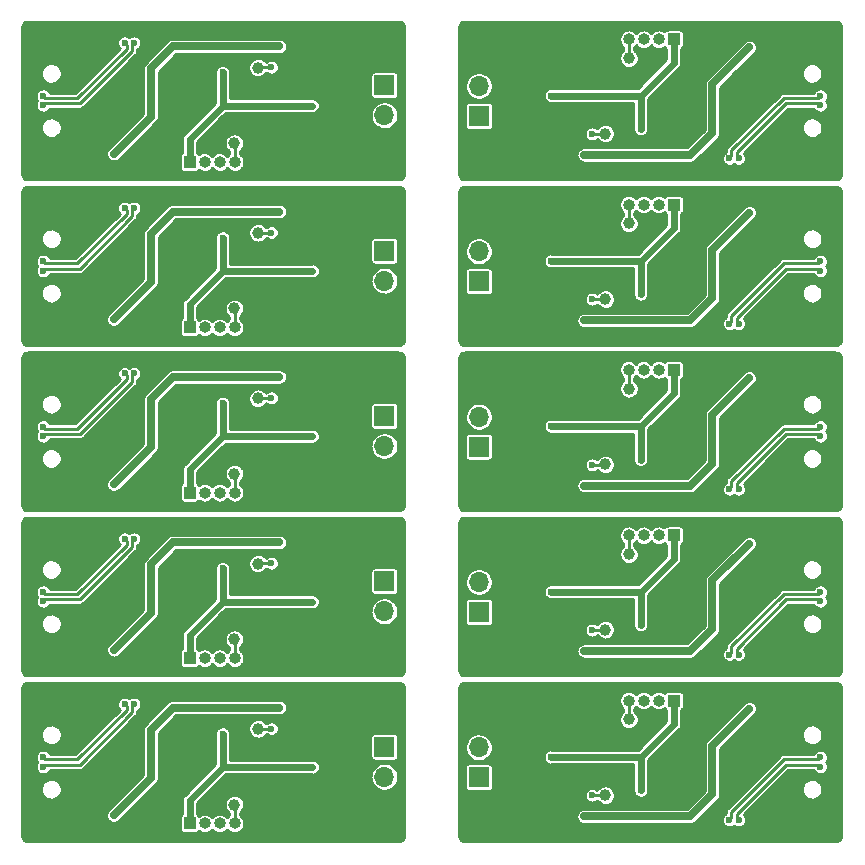
<source format=gbr>
G04 #@! TF.GenerationSoftware,KiCad,Pcbnew,(5.99.0-812-g5d5363396)*
G04 #@! TF.CreationDate,2020-02-01T10:18:42+03:00*
G04 #@! TF.ProjectId,stm32_ds2480_emu_panel,73746d33-325f-4647-9332-3438305f656d,rev?*
G04 #@! TF.SameCoordinates,PX68e7780PY7ed6b40*
G04 #@! TF.FileFunction,Copper,L2,Bot*
G04 #@! TF.FilePolarity,Positive*
%FSLAX46Y46*%
G04 Gerber Fmt 4.6, Leading zero omitted, Abs format (unit mm)*
G04 Created by KiCad (PCBNEW (5.99.0-812-g5d5363396)) date 2020-02-01 10:18:42*
%MOMM*%
%LPD*%
G04 APERTURE LIST*
%ADD10O,3.500000X1.900000*%
%ADD11R,1.700000X1.700000*%
%ADD12O,1.700000X1.700000*%
%ADD13O,1.000000X1.000000*%
%ADD14R,1.000000X1.000000*%
%ADD15C,1.000000*%
%ADD16C,0.600000*%
%ADD17C,0.250000*%
%ADD18C,0.650000*%
%ADD19C,0.600000*%
%ADD20C,0.254000*%
G04 APERTURE END LIST*
D10*
X2800000Y8300000D03*
X2800000Y19700000D03*
X2800000Y22300000D03*
X2800000Y33700000D03*
X2800000Y36300000D03*
X2800000Y47700000D03*
X2800000Y50300000D03*
X2800000Y61700000D03*
D11*
X31000000Y15300000D03*
D12*
X31000000Y12760000D03*
D11*
X31000000Y29300000D03*
D12*
X31000000Y26760000D03*
D11*
X31000000Y43300000D03*
D12*
X31000000Y40760000D03*
D11*
X31000000Y57300000D03*
D12*
X31000000Y54760000D03*
D10*
X67200000Y8300000D03*
X67200000Y19700000D03*
X67200000Y22300000D03*
X67200000Y33700000D03*
X67200000Y36300000D03*
X67200000Y47700000D03*
X67200000Y50300000D03*
X67200000Y61700000D03*
D12*
X39000000Y15240000D03*
D11*
X39000000Y12700000D03*
D12*
X39000000Y29240000D03*
D11*
X39000000Y26700000D03*
D12*
X39000000Y43240000D03*
D11*
X39000000Y40700000D03*
D12*
X39000000Y57240000D03*
D11*
X39000000Y54700000D03*
D13*
X50420000Y19200000D03*
X51690000Y19200000D03*
X52960000Y19200000D03*
X54230000Y19200000D03*
D14*
X55500000Y19200000D03*
D13*
X50420000Y33200000D03*
X51690000Y33200000D03*
X52960000Y33200000D03*
X54230000Y33200000D03*
D14*
X55500000Y33200000D03*
D13*
X50420000Y47200000D03*
X51690000Y47200000D03*
X52960000Y47200000D03*
X54230000Y47200000D03*
D14*
X55500000Y47200000D03*
D13*
X50420000Y61200000D03*
X51690000Y61200000D03*
X52960000Y61200000D03*
X54230000Y61200000D03*
D14*
X55500000Y61200000D03*
D15*
X49700000Y11200000D03*
X49700000Y25200000D03*
X49700000Y39200000D03*
X49700000Y53200000D03*
X51700000Y17600000D03*
X51700000Y31600000D03*
X51700000Y45600000D03*
X51700000Y59600000D03*
D14*
X14500000Y8800000D03*
D13*
X15770000Y8800000D03*
X17040000Y8800000D03*
X18310000Y8800000D03*
X19580000Y8800000D03*
D14*
X14500000Y22800000D03*
D13*
X15770000Y22800000D03*
X17040000Y22800000D03*
X18310000Y22800000D03*
X19580000Y22800000D03*
D14*
X14500000Y36800000D03*
D13*
X15770000Y36800000D03*
X17040000Y36800000D03*
X18310000Y36800000D03*
X19580000Y36800000D03*
D14*
X14500000Y50800000D03*
D13*
X15770000Y50800000D03*
X17040000Y50800000D03*
X18310000Y50800000D03*
X19580000Y50800000D03*
D15*
X20300000Y16800000D03*
X20300000Y30800000D03*
X20300000Y44800000D03*
X20300000Y58800000D03*
X18300000Y10400000D03*
X18300000Y24400000D03*
X18300000Y38400000D03*
X18300000Y52400000D03*
D10*
X67200000Y75700000D03*
X67200000Y64300000D03*
D11*
X39000000Y68700000D03*
D12*
X39000000Y71240000D03*
D14*
X55500000Y75200000D03*
D13*
X54230000Y75200000D03*
X52960000Y75200000D03*
X51690000Y75200000D03*
X50420000Y75200000D03*
D15*
X49700000Y67200000D03*
X51700000Y73600000D03*
X18300000Y66400000D03*
X20300000Y72800000D03*
D12*
X31000000Y68760000D03*
D11*
X31000000Y71300000D03*
D10*
X2800000Y75700000D03*
X2800000Y64300000D03*
D13*
X19580000Y64800000D03*
X18310000Y64800000D03*
X17040000Y64800000D03*
X15770000Y64800000D03*
D14*
X14500000Y64800000D03*
D16*
X17300000Y13575000D03*
X17300000Y27575000D03*
X17300000Y41575000D03*
X17300000Y55575000D03*
X10800000Y9360000D03*
X10800000Y23360000D03*
X10800000Y37360000D03*
X10800000Y51360000D03*
X24900000Y13575000D03*
X24900000Y27575000D03*
X24900000Y41575000D03*
X24900000Y55575000D03*
X12500000Y16700002D03*
X12500000Y30700002D03*
X12500000Y44700002D03*
X12500000Y58700002D03*
X11230000Y16250000D03*
X11230000Y30250000D03*
X11230000Y44250000D03*
X11230000Y58250000D03*
X52700000Y14425000D03*
X52700000Y28425000D03*
X52700000Y42425000D03*
X52700000Y56425000D03*
X59200000Y18640000D03*
X59200000Y32640000D03*
X59200000Y46640000D03*
X59200000Y60640000D03*
X45100000Y14425000D03*
X45100000Y28425000D03*
X45100000Y42425000D03*
X45100000Y56425000D03*
X57500000Y11299998D03*
X57500000Y25299998D03*
X57500000Y39299998D03*
X57500000Y53299998D03*
X58770000Y11750000D03*
X58770000Y25750000D03*
X58770000Y39750000D03*
X58770000Y53750000D03*
X61000000Y16100000D03*
X61000000Y30100000D03*
X61000000Y44100000D03*
X61000000Y58100000D03*
X60200000Y9100000D03*
X60200000Y23100000D03*
X60200000Y37100000D03*
X60200000Y51100000D03*
X67900000Y14400000D03*
X67900000Y28400000D03*
X67900000Y42400000D03*
X67900000Y56400000D03*
X47900006Y9400000D03*
X47900006Y23400000D03*
X47900006Y37400000D03*
X47900006Y51400000D03*
X41000000Y18600000D03*
X41000000Y32600000D03*
X41000000Y46600000D03*
X41000000Y60600000D03*
X47024996Y12925000D03*
X47024996Y26925000D03*
X47024996Y40925000D03*
X47024996Y54925000D03*
X61900000Y18500000D03*
X61900000Y32500000D03*
X61900000Y46500000D03*
X61900000Y60500000D03*
X52700000Y11600000D03*
X52700000Y25600000D03*
X52700000Y39600000D03*
X52700000Y53600000D03*
X48575000Y11175000D03*
X48575000Y25175000D03*
X48575000Y39175000D03*
X48575000Y53175000D03*
X61000000Y9100000D03*
X61000000Y23100000D03*
X61000000Y37100000D03*
X61000000Y51100000D03*
X54300000Y13700000D03*
X54300000Y27700000D03*
X54300000Y41700000D03*
X54300000Y55700000D03*
X67900000Y13600000D03*
X67900000Y27600000D03*
X67900000Y41600000D03*
X67900000Y55600000D03*
X43550000Y17950000D03*
X43550000Y31950000D03*
X43550000Y45950000D03*
X43550000Y59950000D03*
X9000000Y11900000D03*
X9000000Y25900000D03*
X9000000Y39900000D03*
X9000000Y53900000D03*
X9800000Y18900000D03*
X9800000Y32900000D03*
X9800000Y46900000D03*
X9800000Y60900000D03*
X2100000Y13600000D03*
X2100000Y27600000D03*
X2100000Y41600000D03*
X2100000Y55600000D03*
X22099994Y18600000D03*
X22099994Y32600000D03*
X22099994Y46600000D03*
X22099994Y60600000D03*
X29000000Y9400000D03*
X29000000Y23400000D03*
X29000000Y37400000D03*
X29000000Y51400000D03*
X22975004Y15075000D03*
X22975004Y29075000D03*
X22975004Y43075000D03*
X22975004Y57075000D03*
X8100000Y9500000D03*
X8100000Y23500000D03*
X8100000Y37500000D03*
X8100000Y51500000D03*
X17300000Y16400000D03*
X17300000Y30400000D03*
X17300000Y44400000D03*
X17300000Y58400000D03*
X26450000Y10050000D03*
X26450000Y24050000D03*
X26450000Y38050000D03*
X26450000Y52050000D03*
X2100000Y14400000D03*
X2100000Y28400000D03*
X2100000Y42400000D03*
X2100000Y56400000D03*
X9000000Y18900000D03*
X9000000Y32900000D03*
X9000000Y46900000D03*
X9000000Y60900000D03*
X15700000Y14300000D03*
X15700000Y28300000D03*
X15700000Y42300000D03*
X15700000Y56300000D03*
X21425000Y16825000D03*
X21425000Y30825000D03*
X21425000Y44825000D03*
X21425000Y58825000D03*
X52700000Y70425000D03*
X59200000Y74640000D03*
X45100000Y70425000D03*
X57500000Y67299998D03*
X58770000Y67750000D03*
X61000000Y72100000D03*
X60200000Y65100000D03*
X67900000Y70400000D03*
X47900006Y65400000D03*
X41000000Y74600000D03*
X47024996Y68925000D03*
X61900000Y74500000D03*
X52700000Y67600000D03*
X43550000Y73950000D03*
X67900000Y69600000D03*
X61000000Y65100000D03*
X54300000Y69700000D03*
X48575000Y67175000D03*
X8100000Y65500000D03*
X11230000Y72250000D03*
X15700000Y70300000D03*
X22975004Y71075000D03*
X10800000Y65360000D03*
X29000000Y65400000D03*
X26450000Y66050000D03*
X12500000Y72700002D03*
X9000000Y67900000D03*
X17300000Y72400000D03*
X17300000Y69575000D03*
X21425000Y72825000D03*
X2100000Y70400000D03*
X9000000Y74900000D03*
X2100000Y69600000D03*
X9800000Y74900000D03*
X24900000Y69575000D03*
X22099994Y74600000D03*
D17*
X7700000Y8300000D02*
X8400000Y7600000D01*
X7700000Y22300000D02*
X8400000Y21600000D01*
X7700000Y36300000D02*
X8400000Y35600000D01*
X7700000Y50300000D02*
X8400000Y49600000D01*
D18*
X8100000Y9500000D02*
X11230000Y12630000D01*
X8100000Y23500000D02*
X11230000Y26630000D01*
X8100000Y37500000D02*
X11230000Y40630000D01*
X8100000Y51500000D02*
X11230000Y54630000D01*
X22099994Y18600000D02*
X13100000Y18600000D01*
X22099994Y32600000D02*
X13100000Y32600000D01*
X22099994Y46600000D02*
X13100000Y46600000D01*
X22099994Y60600000D02*
X13100000Y60600000D01*
D17*
X25500000Y17800000D02*
X13599998Y17800000D01*
X25500000Y31800000D02*
X13599998Y31800000D01*
X25500000Y45800000D02*
X13599998Y45800000D01*
X25500000Y59800000D02*
X13599998Y59800000D01*
X26450000Y15075000D02*
X26450000Y16850000D01*
X26450000Y29075000D02*
X26450000Y30850000D01*
X26450000Y43075000D02*
X26450000Y44850000D01*
X26450000Y57075000D02*
X26450000Y58850000D01*
X51690000Y17610000D02*
X51700000Y17600000D01*
X51690000Y31610000D02*
X51700000Y31600000D01*
X51690000Y45610000D02*
X51700000Y45600000D01*
X51690000Y59610000D02*
X51700000Y59600000D01*
X9625000Y18725000D02*
X9625000Y18206800D01*
X9625000Y32725000D02*
X9625000Y32206800D01*
X9625000Y46725000D02*
X9625000Y46206800D01*
X9625000Y60725000D02*
X9625000Y60206800D01*
X62300000Y19700000D02*
X61600000Y20400000D01*
X62300000Y33700000D02*
X61600000Y34400000D01*
X62300000Y47700000D02*
X61600000Y48400000D01*
X62300000Y61700000D02*
X61600000Y62400000D01*
D18*
X61900000Y18500000D02*
X58770000Y15370000D01*
X61900000Y32500000D02*
X58770000Y29370000D01*
X61900000Y46500000D02*
X58770000Y43370000D01*
X61900000Y60500000D02*
X58770000Y57370000D01*
X47900006Y9400000D02*
X56900000Y9400000D01*
X47900006Y23400000D02*
X56900000Y23400000D01*
X47900006Y37400000D02*
X56900000Y37400000D01*
X47900006Y51400000D02*
X56900000Y51400000D01*
D17*
X44500000Y10200000D02*
X56400002Y10200000D01*
X44500000Y24200000D02*
X56400002Y24200000D01*
X44500000Y38200000D02*
X56400002Y38200000D01*
X44500000Y52200000D02*
X56400002Y52200000D01*
X43550000Y12925000D02*
X43550000Y11150000D01*
X43550000Y26925000D02*
X43550000Y25150000D01*
X43550000Y40925000D02*
X43550000Y39150000D01*
X43550000Y54925000D02*
X43550000Y53150000D01*
X60375000Y9275000D02*
X60375000Y9793200D01*
X60375000Y23275000D02*
X60375000Y23793200D01*
X60375000Y37275000D02*
X60375000Y37793200D01*
X60375000Y51275000D02*
X60375000Y51793200D01*
X50420000Y19200000D02*
X50420000Y20400000D01*
X50420000Y33200000D02*
X50420000Y34400000D01*
X50420000Y47200000D02*
X50420000Y48400000D01*
X50420000Y61200000D02*
X50420000Y62400000D01*
D19*
X52700000Y14425000D02*
X55500000Y17225000D01*
X52700000Y28425000D02*
X55500000Y31225000D01*
X52700000Y42425000D02*
X55500000Y45225000D01*
X52700000Y56425000D02*
X55500000Y59225000D01*
D18*
X56900000Y9400000D02*
X58770000Y11270000D01*
X56900000Y23400000D02*
X58770000Y25270000D01*
X56900000Y37400000D02*
X58770000Y39270000D01*
X56900000Y51400000D02*
X58770000Y53270000D01*
D17*
X57050000Y20400000D02*
X59200000Y20400000D01*
X57050000Y34400000D02*
X59200000Y34400000D01*
X57050000Y48400000D02*
X59200000Y48400000D01*
X57050000Y62400000D02*
X59200000Y62400000D01*
X67200000Y19700000D02*
X62300000Y19700000D01*
X67200000Y33700000D02*
X62300000Y33700000D01*
X67200000Y47700000D02*
X62300000Y47700000D01*
X67200000Y61700000D02*
X62300000Y61700000D01*
X61600000Y20400000D02*
X59200000Y20400000D01*
X61600000Y34400000D02*
X59200000Y34400000D01*
X61600000Y48400000D02*
X59200000Y48400000D01*
X61600000Y62400000D02*
X59200000Y62400000D01*
X51690000Y19200000D02*
X51690000Y17610000D01*
X51690000Y33200000D02*
X51690000Y31610000D01*
X51690000Y47200000D02*
X51690000Y45610000D01*
X51690000Y61200000D02*
X51690000Y59610000D01*
X67725000Y14225000D02*
X67900000Y14400000D01*
X67725000Y28225000D02*
X67900000Y28400000D01*
X67725000Y42225000D02*
X67900000Y42400000D01*
X67725000Y56225000D02*
X67900000Y56400000D01*
X60200000Y9100000D02*
X60375000Y9275000D01*
X60200000Y23100000D02*
X60375000Y23275000D01*
X60200000Y37100000D02*
X60375000Y37275000D01*
X60200000Y51100000D02*
X60375000Y51275000D01*
X56400002Y10200000D02*
X57500000Y11299998D01*
X56400002Y24200000D02*
X57500000Y25299998D01*
X56400002Y38200000D02*
X57500000Y39299998D01*
X56400002Y52200000D02*
X57500000Y53299998D01*
X50420000Y20400000D02*
X44500000Y20400000D01*
X50420000Y34400000D02*
X44500000Y34400000D01*
X50420000Y48400000D02*
X44500000Y48400000D01*
X50420000Y62400000D02*
X44500000Y62400000D01*
X44500000Y20400000D02*
X43550000Y19450000D01*
X44500000Y34400000D02*
X43550000Y33450000D01*
X44500000Y48400000D02*
X43550000Y47450000D01*
X44500000Y62400000D02*
X43550000Y61450000D01*
X59200000Y20400000D02*
X59200000Y18640000D01*
X59200000Y34400000D02*
X59200000Y32640000D01*
X59200000Y48400000D02*
X59200000Y46640000D01*
X59200000Y62400000D02*
X59200000Y60640000D01*
X57050000Y16450000D02*
X54300000Y13700000D01*
X57050000Y30450000D02*
X54300000Y27700000D01*
X57050000Y44450000D02*
X54300000Y41700000D01*
X57050000Y58450000D02*
X54300000Y55700000D01*
X50420000Y20400000D02*
X57050000Y20400000D01*
X50420000Y34400000D02*
X57050000Y34400000D01*
X50420000Y48400000D02*
X57050000Y48400000D01*
X50420000Y62400000D02*
X57050000Y62400000D01*
X57050000Y20400000D02*
X57050000Y16450000D01*
X57050000Y34400000D02*
X57050000Y30450000D01*
X57050000Y48400000D02*
X57050000Y44450000D01*
X57050000Y62400000D02*
X57050000Y58450000D01*
X47024996Y12925000D02*
X43550000Y12925000D01*
X47024996Y26925000D02*
X43550000Y26925000D01*
X47024996Y40925000D02*
X43550000Y40925000D01*
X47024996Y54925000D02*
X43550000Y54925000D01*
D19*
X52700000Y11600000D02*
X52700000Y14425000D01*
X52700000Y25600000D02*
X52700000Y28425000D01*
X52700000Y39600000D02*
X52700000Y42425000D01*
X52700000Y53600000D02*
X52700000Y56425000D01*
X55500000Y17225000D02*
X55500000Y19200000D01*
X55500000Y31225000D02*
X55500000Y33200000D01*
X55500000Y45225000D02*
X55500000Y47200000D01*
X55500000Y59225000D02*
X55500000Y61200000D01*
X52800000Y9400000D02*
X47900006Y9400000D01*
X52800000Y23400000D02*
X47900006Y23400000D01*
X52800000Y37400000D02*
X47900006Y37400000D01*
X52800000Y51400000D02*
X47900006Y51400000D01*
D17*
X64993200Y13775000D02*
X67725000Y13775000D01*
X64993200Y27775000D02*
X67725000Y27775000D01*
X64993200Y41775000D02*
X67725000Y41775000D01*
X64993200Y55775000D02*
X67725000Y55775000D01*
D18*
X58770000Y11270000D02*
X58770000Y11750000D01*
X58770000Y25270000D02*
X58770000Y25750000D01*
X58770000Y39270000D02*
X58770000Y39750000D01*
X58770000Y53270000D02*
X58770000Y53750000D01*
X58770000Y15370000D02*
X58770000Y11750000D01*
X58770000Y29370000D02*
X58770000Y25750000D01*
X58770000Y43370000D02*
X58770000Y39750000D01*
X58770000Y57370000D02*
X58770000Y53750000D01*
D17*
X43550000Y12925000D02*
X43550000Y17950000D01*
X43550000Y26925000D02*
X43550000Y31950000D01*
X43550000Y40925000D02*
X43550000Y45950000D01*
X43550000Y54925000D02*
X43550000Y59950000D01*
X43550000Y19450000D02*
X43550000Y17950000D01*
X43550000Y33450000D02*
X43550000Y31950000D01*
X43550000Y47450000D02*
X43550000Y45950000D01*
X43550000Y61450000D02*
X43550000Y59950000D01*
X64806800Y14225000D02*
X67725000Y14225000D01*
X64806800Y28225000D02*
X67725000Y28225000D01*
X64806800Y42225000D02*
X67725000Y42225000D01*
X64806800Y56225000D02*
X67725000Y56225000D01*
X61000000Y9100000D02*
X60825000Y9275000D01*
X61000000Y23100000D02*
X60825000Y23275000D01*
X61000000Y37100000D02*
X60825000Y37275000D01*
X61000000Y51100000D02*
X60825000Y51275000D01*
D19*
X52700000Y14425000D02*
X45100000Y14425000D01*
X52700000Y28425000D02*
X45100000Y28425000D01*
X52700000Y42425000D02*
X45100000Y42425000D01*
X52700000Y56425000D02*
X45100000Y56425000D01*
D17*
X67725000Y13775000D02*
X67900000Y13600000D01*
X67725000Y27775000D02*
X67900000Y27600000D01*
X67725000Y41775000D02*
X67900000Y41600000D01*
X67725000Y55775000D02*
X67900000Y55600000D01*
X43550000Y11150000D02*
X44500000Y10200000D01*
X43550000Y25150000D02*
X44500000Y24200000D01*
X43550000Y39150000D02*
X44500000Y38200000D01*
X43550000Y53150000D02*
X44500000Y52200000D01*
X60825000Y9275000D02*
X60825000Y9606800D01*
X60825000Y23275000D02*
X60825000Y23606800D01*
X60825000Y37275000D02*
X60825000Y37606800D01*
X60825000Y51275000D02*
X60825000Y51606800D01*
X60825000Y9606800D02*
X64993200Y13775000D01*
X60825000Y23606800D02*
X64993200Y27775000D01*
X60825000Y37606800D02*
X64993200Y41775000D01*
X60825000Y51606800D02*
X64993200Y55775000D01*
X51690000Y17410000D02*
X51700000Y17400000D01*
X51690000Y31410000D02*
X51700000Y31400000D01*
X51690000Y45410000D02*
X51700000Y45400000D01*
X51690000Y59410000D02*
X51700000Y59400000D01*
X49675000Y11175000D02*
X49700000Y11200000D01*
X49675000Y25175000D02*
X49700000Y25200000D01*
X49675000Y39175000D02*
X49700000Y39200000D01*
X49675000Y53175000D02*
X49700000Y53200000D01*
X19580000Y8800000D02*
X19580000Y7600000D01*
X19580000Y22800000D02*
X19580000Y21600000D01*
X19580000Y36800000D02*
X19580000Y35600000D01*
X19580000Y50800000D02*
X19580000Y49600000D01*
D19*
X17300000Y13575000D02*
X14500000Y10775000D01*
X17300000Y27575000D02*
X14500000Y24775000D01*
X17300000Y41575000D02*
X14500000Y38775000D01*
X17300000Y55575000D02*
X14500000Y52775000D01*
D18*
X13100000Y18600000D02*
X11230000Y16730000D01*
X13100000Y32600000D02*
X11230000Y30730000D01*
X13100000Y46600000D02*
X11230000Y44730000D01*
X13100000Y60600000D02*
X11230000Y58730000D01*
D17*
X12950000Y7600000D02*
X10800000Y7600000D01*
X12950000Y21600000D02*
X10800000Y21600000D01*
X12950000Y35600000D02*
X10800000Y35600000D01*
X12950000Y49600000D02*
X10800000Y49600000D01*
X2800000Y8300000D02*
X7700000Y8300000D01*
X2800000Y22300000D02*
X7700000Y22300000D01*
X2800000Y36300000D02*
X7700000Y36300000D01*
X2800000Y50300000D02*
X7700000Y50300000D01*
X8400000Y7600000D02*
X10800000Y7600000D01*
X8400000Y21600000D02*
X10800000Y21600000D01*
X8400000Y35600000D02*
X10800000Y35600000D01*
X8400000Y49600000D02*
X10800000Y49600000D01*
X18310000Y8800000D02*
X18310000Y10390000D01*
X18310000Y22800000D02*
X18310000Y24390000D01*
X18310000Y36800000D02*
X18310000Y38390000D01*
X18310000Y50800000D02*
X18310000Y52390000D01*
X2275000Y13775000D02*
X2100000Y13600000D01*
X2275000Y27775000D02*
X2100000Y27600000D01*
X2275000Y41775000D02*
X2100000Y41600000D01*
X2275000Y55775000D02*
X2100000Y55600000D01*
X9800000Y18900000D02*
X9625000Y18725000D01*
X9800000Y32900000D02*
X9625000Y32725000D01*
X9800000Y46900000D02*
X9625000Y46725000D01*
X9800000Y60900000D02*
X9625000Y60725000D01*
X13599998Y17800000D02*
X12500000Y16700002D01*
X13599998Y31800000D02*
X12500000Y30700002D01*
X13599998Y45800000D02*
X12500000Y44700002D01*
X13599998Y59800000D02*
X12500000Y58700002D01*
X19580000Y7600000D02*
X25500000Y7600000D01*
X19580000Y21600000D02*
X25500000Y21600000D01*
X19580000Y35600000D02*
X25500000Y35600000D01*
X19580000Y49600000D02*
X25500000Y49600000D01*
X25500000Y7600000D02*
X26450000Y8550000D01*
X25500000Y21600000D02*
X26450000Y22550000D01*
X25500000Y35600000D02*
X26450000Y36550000D01*
X25500000Y49600000D02*
X26450000Y50550000D01*
X10800000Y7600000D02*
X10800000Y9360000D01*
X10800000Y21600000D02*
X10800000Y23360000D01*
X10800000Y35600000D02*
X10800000Y37360000D01*
X10800000Y49600000D02*
X10800000Y51360000D01*
X12950000Y11550000D02*
X15700000Y14300000D01*
X12950000Y25550000D02*
X15700000Y28300000D01*
X12950000Y39550000D02*
X15700000Y42300000D01*
X12950000Y53550000D02*
X15700000Y56300000D01*
X19580000Y7600000D02*
X12950000Y7600000D01*
X19580000Y21600000D02*
X12950000Y21600000D01*
X19580000Y35600000D02*
X12950000Y35600000D01*
X19580000Y49600000D02*
X12950000Y49600000D01*
X12950000Y7600000D02*
X12950000Y11550000D01*
X12950000Y21600000D02*
X12950000Y25550000D01*
X12950000Y35600000D02*
X12950000Y39550000D01*
X12950000Y49600000D02*
X12950000Y53550000D01*
X22975004Y15075000D02*
X26450000Y15075000D01*
X22975004Y29075000D02*
X26450000Y29075000D01*
X22975004Y43075000D02*
X26450000Y43075000D01*
X22975004Y57075000D02*
X26450000Y57075000D01*
D19*
X17300000Y16400000D02*
X17300000Y13575000D01*
X17300000Y30400000D02*
X17300000Y27575000D01*
X17300000Y44400000D02*
X17300000Y41575000D01*
X17300000Y58400000D02*
X17300000Y55575000D01*
X14500000Y10775000D02*
X14500000Y8800000D01*
X14500000Y24775000D02*
X14500000Y22800000D01*
X14500000Y38775000D02*
X14500000Y36800000D01*
X14500000Y52775000D02*
X14500000Y50800000D01*
D17*
X60375000Y9793200D02*
X64806800Y14225000D01*
X60375000Y23793200D02*
X64806800Y28225000D01*
X60375000Y37793200D02*
X64806800Y42225000D01*
X60375000Y51793200D02*
X64806800Y56225000D01*
D19*
X17200000Y18600000D02*
X22099994Y18600000D01*
X17200000Y32600000D02*
X22099994Y32600000D01*
X17200000Y46600000D02*
X22099994Y46600000D01*
X17200000Y60600000D02*
X22099994Y60600000D01*
D17*
X5006800Y14225000D02*
X2275000Y14225000D01*
X5006800Y28225000D02*
X2275000Y28225000D01*
X5006800Y42225000D02*
X2275000Y42225000D01*
X5006800Y56225000D02*
X2275000Y56225000D01*
D18*
X11230000Y16730000D02*
X11230000Y16250000D01*
X11230000Y30730000D02*
X11230000Y30250000D01*
X11230000Y44730000D02*
X11230000Y44250000D01*
X11230000Y58730000D02*
X11230000Y58250000D01*
X11230000Y12630000D02*
X11230000Y16250000D01*
X11230000Y26630000D02*
X11230000Y30250000D01*
X11230000Y40630000D02*
X11230000Y44250000D01*
X11230000Y54630000D02*
X11230000Y58250000D01*
D17*
X26450000Y15075000D02*
X26450000Y10050000D01*
X26450000Y29075000D02*
X26450000Y24050000D01*
X26450000Y43075000D02*
X26450000Y38050000D01*
X26450000Y57075000D02*
X26450000Y52050000D01*
X26450000Y8550000D02*
X26450000Y10050000D01*
X26450000Y22550000D02*
X26450000Y24050000D01*
X26450000Y36550000D02*
X26450000Y38050000D01*
X26450000Y50550000D02*
X26450000Y52050000D01*
X5193200Y13775000D02*
X2275000Y13775000D01*
X5193200Y27775000D02*
X2275000Y27775000D01*
X5193200Y41775000D02*
X2275000Y41775000D01*
X5193200Y55775000D02*
X2275000Y55775000D01*
X9000000Y18900000D02*
X9175000Y18725000D01*
X9000000Y32900000D02*
X9175000Y32725000D01*
X9000000Y46900000D02*
X9175000Y46725000D01*
X9000000Y60900000D02*
X9175000Y60725000D01*
D19*
X17300000Y13575000D02*
X24900000Y13575000D01*
X17300000Y27575000D02*
X24900000Y27575000D01*
X17300000Y41575000D02*
X24900000Y41575000D01*
X17300000Y55575000D02*
X24900000Y55575000D01*
D17*
X2275000Y14225000D02*
X2100000Y14400000D01*
X2275000Y28225000D02*
X2100000Y28400000D01*
X2275000Y42225000D02*
X2100000Y42400000D01*
X2275000Y56225000D02*
X2100000Y56400000D01*
X26450000Y16850000D02*
X25500000Y17800000D01*
X26450000Y30850000D02*
X25500000Y31800000D01*
X26450000Y44850000D02*
X25500000Y45800000D01*
X26450000Y58850000D02*
X25500000Y59800000D01*
X9175000Y18725000D02*
X9175000Y18393200D01*
X9175000Y32725000D02*
X9175000Y32393200D01*
X9175000Y46725000D02*
X9175000Y46393200D01*
X9175000Y60725000D02*
X9175000Y60393200D01*
X9175000Y18393200D02*
X5006800Y14225000D01*
X9175000Y32393200D02*
X5006800Y28225000D01*
X9175000Y46393200D02*
X5006800Y42225000D01*
X9175000Y60393200D02*
X5006800Y56225000D01*
X48575000Y11175000D02*
X49675000Y11175000D01*
X48575000Y25175000D02*
X49675000Y25175000D01*
X48575000Y39175000D02*
X49675000Y39175000D01*
X48575000Y53175000D02*
X49675000Y53175000D01*
X9625000Y18206800D02*
X5193200Y13775000D01*
X9625000Y32206800D02*
X5193200Y27775000D01*
X9625000Y46206800D02*
X5193200Y41775000D01*
X9625000Y60206800D02*
X5193200Y55775000D01*
X18310000Y10590000D02*
X18300000Y10600000D01*
X18310000Y24590000D02*
X18300000Y24600000D01*
X18310000Y38590000D02*
X18300000Y38600000D01*
X18310000Y52590000D02*
X18300000Y52600000D01*
X18310000Y10390000D02*
X18300000Y10400000D01*
X18310000Y24390000D02*
X18300000Y24400000D01*
X18310000Y38390000D02*
X18300000Y38400000D01*
X18310000Y52390000D02*
X18300000Y52400000D01*
X21425000Y16825000D02*
X20325000Y16825000D01*
X21425000Y30825000D02*
X20325000Y30825000D01*
X21425000Y44825000D02*
X20325000Y44825000D01*
X21425000Y58825000D02*
X20325000Y58825000D01*
X20325000Y16825000D02*
X20300000Y16800000D01*
X20325000Y30825000D02*
X20300000Y30800000D01*
X20325000Y44825000D02*
X20300000Y44800000D01*
X20325000Y58825000D02*
X20300000Y58800000D01*
X62300000Y75700000D02*
X61600000Y76400000D01*
D18*
X61900000Y74500000D02*
X58770000Y71370000D01*
X47900006Y65400000D02*
X56900000Y65400000D01*
D17*
X44500000Y66200000D02*
X56400002Y66200000D01*
X43550000Y68925000D02*
X43550000Y67150000D01*
X60375000Y65275000D02*
X60375000Y65793200D01*
X50420000Y75200000D02*
X50420000Y76400000D01*
D19*
X52700000Y70425000D02*
X55500000Y73225000D01*
D18*
X56900000Y65400000D02*
X58770000Y67270000D01*
D17*
X57050000Y76400000D02*
X59200000Y76400000D01*
X67200000Y75700000D02*
X62300000Y75700000D01*
X61600000Y76400000D02*
X59200000Y76400000D01*
X51690000Y75200000D02*
X51690000Y73610000D01*
X67725000Y70225000D02*
X67900000Y70400000D01*
X60200000Y65100000D02*
X60375000Y65275000D01*
X56400002Y66200000D02*
X57500000Y67299998D01*
X50420000Y76400000D02*
X44500000Y76400000D01*
X44500000Y76400000D02*
X43550000Y75450000D01*
X59200000Y76400000D02*
X59200000Y74640000D01*
X57050000Y72450000D02*
X54300000Y69700000D01*
X50420000Y76400000D02*
X57050000Y76400000D01*
X57050000Y76400000D02*
X57050000Y72450000D01*
X47024996Y68925000D02*
X43550000Y68925000D01*
D19*
X52700000Y67600000D02*
X52700000Y70425000D01*
X55500000Y73225000D02*
X55500000Y75200000D01*
X52800000Y65400000D02*
X47900006Y65400000D01*
D17*
X64993200Y69775000D02*
X67725000Y69775000D01*
D18*
X58770000Y67270000D02*
X58770000Y67750000D01*
X58770000Y71370000D02*
X58770000Y67750000D01*
D17*
X43550000Y68925000D02*
X43550000Y73950000D01*
X43550000Y75450000D02*
X43550000Y73950000D01*
X64806800Y70225000D02*
X67725000Y70225000D01*
X61000000Y65100000D02*
X60825000Y65275000D01*
D19*
X52700000Y70425000D02*
X45100000Y70425000D01*
D17*
X67725000Y69775000D02*
X67900000Y69600000D01*
X43550000Y67150000D02*
X44500000Y66200000D01*
X60825000Y65275000D02*
X60825000Y65606800D01*
X60825000Y65606800D02*
X64993200Y69775000D01*
X60375000Y65793200D02*
X64806800Y70225000D01*
X51690000Y73410000D02*
X51700000Y73400000D01*
X51690000Y73610000D02*
X51700000Y73600000D01*
X48575000Y67175000D02*
X49675000Y67175000D01*
X49675000Y67175000D02*
X49700000Y67200000D01*
D19*
X17200000Y74600000D02*
X22099994Y74600000D01*
D18*
X8100000Y65500000D02*
X11230000Y68630000D01*
X22099994Y74600000D02*
X13100000Y74600000D01*
X13100000Y74600000D02*
X11230000Y72730000D01*
X11230000Y72730000D02*
X11230000Y72250000D01*
X11230000Y68630000D02*
X11230000Y72250000D01*
D17*
X19580000Y64800000D02*
X19580000Y63600000D01*
X12950000Y67550000D02*
X15700000Y70300000D01*
X19580000Y63600000D02*
X12950000Y63600000D01*
X12950000Y63600000D02*
X12950000Y67550000D01*
X22975004Y71075000D02*
X26450000Y71075000D01*
X26450000Y71075000D02*
X26450000Y66050000D01*
X26450000Y64550000D02*
X26450000Y66050000D01*
X19580000Y63600000D02*
X25500000Y63600000D01*
X25500000Y63600000D02*
X26450000Y64550000D01*
X10800000Y63600000D02*
X10800000Y65360000D01*
X12950000Y63600000D02*
X10800000Y63600000D01*
X2800000Y64300000D02*
X7700000Y64300000D01*
X8400000Y63600000D02*
X10800000Y63600000D01*
X7700000Y64300000D02*
X8400000Y63600000D01*
X13599998Y73800000D02*
X12500000Y72700002D01*
X25500000Y73800000D02*
X13599998Y73800000D01*
X26450000Y71075000D02*
X26450000Y72850000D01*
X26450000Y72850000D02*
X25500000Y73800000D01*
D19*
X17300000Y72400000D02*
X17300000Y69575000D01*
X14500000Y66775000D02*
X14500000Y64800000D01*
X17300000Y69575000D02*
X14500000Y66775000D01*
D17*
X20325000Y72825000D02*
X20300000Y72800000D01*
X21425000Y72825000D02*
X20325000Y72825000D01*
X18310000Y66590000D02*
X18300000Y66600000D01*
X18310000Y66390000D02*
X18300000Y66400000D01*
X18310000Y64800000D02*
X18310000Y66390000D01*
X2275000Y70225000D02*
X2100000Y70400000D01*
X9000000Y74900000D02*
X9175000Y74725000D01*
X9175000Y74725000D02*
X9175000Y74393200D01*
X9175000Y74393200D02*
X5006800Y70225000D01*
X5006800Y70225000D02*
X2275000Y70225000D01*
X2275000Y69775000D02*
X2100000Y69600000D01*
X9625000Y74725000D02*
X9625000Y74206800D01*
X9800000Y74900000D02*
X9625000Y74725000D01*
X5193200Y69775000D02*
X2275000Y69775000D01*
X9625000Y74206800D02*
X5193200Y69775000D01*
D19*
X17300000Y69575000D02*
X24900000Y69575000D01*
G36*
X69155861Y20671715D02*
G01*
X69163086Y20670921D01*
X69303417Y20655179D01*
X69401691Y20620957D01*
X69489939Y20565814D01*
X69563780Y20492485D01*
X69619540Y20404623D01*
X69654446Y20306594D01*
X69672005Y20159352D01*
X69674001Y20150859D01*
X69674000Y7854193D01*
X69671709Y7844111D01*
X69670899Y7836720D01*
X69655180Y7696582D01*
X69620960Y7598316D01*
X69565812Y7510059D01*
X69492487Y7436221D01*
X69404623Y7380460D01*
X69306594Y7345554D01*
X69159355Y7327995D01*
X69151070Y7326048D01*
X69140509Y7326057D01*
X69140257Y7326000D01*
X37854193Y7326000D01*
X37844111Y7328291D01*
X37836720Y7329101D01*
X37696582Y7344820D01*
X37598316Y7379040D01*
X37510059Y7434188D01*
X37436221Y7507513D01*
X37380460Y7595377D01*
X37345554Y7693406D01*
X37327995Y7840647D01*
X37326000Y7849136D01*
X37326000Y9409917D01*
X47240437Y9409917D01*
X47240437Y9390083D01*
X47269655Y9205613D01*
X47275783Y9186751D01*
X47360575Y9020338D01*
X47372233Y9004292D01*
X47504298Y8872227D01*
X47520344Y8860569D01*
X47686757Y8775777D01*
X47705619Y8769649D01*
X47843710Y8747777D01*
X47853580Y8747000D01*
X56993384Y8747001D01*
X57012973Y8750104D01*
X57052904Y8763078D01*
X57094387Y8769649D01*
X57113249Y8775777D01*
X57150670Y8794844D01*
X57190601Y8807818D01*
X57208272Y8816822D01*
X57242242Y8841502D01*
X57279663Y8860569D01*
X57295708Y8872227D01*
X57623020Y9199540D01*
X59572000Y9199540D01*
X59572000Y9000460D01*
X59575828Y8978748D01*
X59643918Y8791675D01*
X59654942Y8772581D01*
X59782907Y8620077D01*
X59799796Y8605906D01*
X59972204Y8506366D01*
X59992921Y8498825D01*
X60188977Y8464256D01*
X60211023Y8464256D01*
X60407079Y8498825D01*
X60427796Y8506366D01*
X60600000Y8605788D01*
X60772204Y8506366D01*
X60792921Y8498825D01*
X60988977Y8464256D01*
X61011023Y8464256D01*
X61207079Y8498825D01*
X61227796Y8506366D01*
X61400204Y8605906D01*
X61417093Y8620077D01*
X61545058Y8772581D01*
X61556082Y8791675D01*
X61624172Y8978748D01*
X61628000Y9000460D01*
X61628000Y9199540D01*
X61624172Y9221252D01*
X61556082Y9408325D01*
X61545058Y9427419D01*
X61426979Y9568142D01*
X63558438Y11699601D01*
X66318864Y11699601D01*
X66339334Y11511180D01*
X66342590Y11496906D01*
X66405856Y11318248D01*
X66412308Y11305106D01*
X66514977Y11145795D01*
X66524280Y11134490D01*
X66660845Y11003070D01*
X66672499Y10994208D01*
X66835635Y10897729D01*
X66849015Y10891786D01*
X67029970Y10835425D01*
X67044359Y10832720D01*
X67233425Y10819499D01*
X67248050Y10820176D01*
X67435088Y10850804D01*
X67449165Y10854827D01*
X67624140Y10927663D01*
X67636913Y10934816D01*
X67790440Y11045951D01*
X67801225Y11055851D01*
X67925067Y11199323D01*
X67933286Y11211440D01*
X68020801Y11379554D01*
X68026011Y11393235D01*
X68072566Y11577214D01*
X68074496Y11592228D01*
X68076081Y11794023D01*
X68074387Y11809065D01*
X68030729Y11993752D01*
X68025733Y12007514D01*
X67940870Y12176982D01*
X67932842Y12189226D01*
X67811269Y12334626D01*
X67800640Y12344694D01*
X67648878Y12458226D01*
X67636219Y12465580D01*
X67462409Y12541154D01*
X67448397Y12545398D01*
X67261864Y12578961D01*
X67247252Y12579867D01*
X67057999Y12569618D01*
X67043570Y12567138D01*
X66861754Y12513627D01*
X66848282Y12507895D01*
X66683651Y12413991D01*
X66671859Y12405313D01*
X66533247Y12276055D01*
X66523767Y12264897D01*
X66418608Y12107217D01*
X66411950Y12094178D01*
X66345886Y11916537D01*
X66342406Y11902316D01*
X66318979Y11714241D01*
X66318864Y11699601D01*
X63558438Y11699601D01*
X65180838Y13322000D01*
X67332880Y13322000D01*
X67343918Y13291674D01*
X67354942Y13272581D01*
X67482907Y13120077D01*
X67499796Y13105906D01*
X67672204Y13006366D01*
X67692921Y12998825D01*
X67888977Y12964256D01*
X67911023Y12964256D01*
X68107079Y12998825D01*
X68127796Y13006366D01*
X68300204Y13105906D01*
X68317093Y13120077D01*
X68445058Y13272581D01*
X68456082Y13291675D01*
X68524172Y13478748D01*
X68528000Y13500460D01*
X68528000Y13699540D01*
X68524172Y13721252D01*
X68456082Y13908325D01*
X68445058Y13927419D01*
X68384156Y14000000D01*
X68445058Y14072581D01*
X68456082Y14091675D01*
X68524172Y14278748D01*
X68528000Y14300460D01*
X68528000Y14499540D01*
X68524172Y14521252D01*
X68456082Y14708325D01*
X68445058Y14727419D01*
X68317093Y14879923D01*
X68300204Y14894094D01*
X68127796Y14993634D01*
X68107079Y15001175D01*
X67911023Y15035744D01*
X67888977Y15035744D01*
X67692921Y15001175D01*
X67672204Y14993634D01*
X67499796Y14894094D01*
X67482907Y14879923D01*
X67354942Y14727419D01*
X67343918Y14708326D01*
X67332880Y14678000D01*
X64851415Y14678000D01*
X64819210Y14684406D01*
X64794390Y14684406D01*
X64642458Y14654185D01*
X64619528Y14644687D01*
X64490726Y14558625D01*
X64473175Y14541074D01*
X64454930Y14513768D01*
X60086233Y10145070D01*
X60058927Y10126825D01*
X60041376Y10109274D01*
X59955313Y9980471D01*
X59945815Y9957541D01*
X59915594Y9805610D01*
X59915594Y9780789D01*
X59922001Y9748580D01*
X59922001Y9664650D01*
X59799796Y9594094D01*
X59782907Y9579923D01*
X59654942Y9427419D01*
X59643918Y9408325D01*
X59575828Y9221252D01*
X59572000Y9199540D01*
X57623020Y9199540D01*
X59297774Y10874293D01*
X59309431Y10890338D01*
X59328492Y10927748D01*
X59353178Y10961725D01*
X59362182Y10979398D01*
X59375158Y11019336D01*
X59394222Y11056749D01*
X59400351Y11075612D01*
X59406922Y11117096D01*
X59419897Y11157027D01*
X59422999Y11176615D01*
X59423000Y15099520D01*
X60623081Y16299601D01*
X66318864Y16299601D01*
X66339334Y16111180D01*
X66342590Y16096906D01*
X66405856Y15918248D01*
X66412308Y15905106D01*
X66514977Y15745795D01*
X66524280Y15734490D01*
X66660845Y15603070D01*
X66672499Y15594208D01*
X66835635Y15497729D01*
X66849015Y15491786D01*
X67029970Y15435425D01*
X67044359Y15432720D01*
X67233425Y15419499D01*
X67248050Y15420176D01*
X67435088Y15450804D01*
X67449165Y15454827D01*
X67624140Y15527663D01*
X67636913Y15534816D01*
X67790440Y15645951D01*
X67801225Y15655851D01*
X67925067Y15799323D01*
X67933286Y15811440D01*
X68020801Y15979554D01*
X68026011Y15993235D01*
X68072566Y16177214D01*
X68074496Y16192228D01*
X68076081Y16394023D01*
X68074387Y16409065D01*
X68030729Y16593752D01*
X68025733Y16607514D01*
X67940870Y16776982D01*
X67932842Y16789226D01*
X67811269Y16934626D01*
X67800640Y16944694D01*
X67648878Y17058226D01*
X67636219Y17065580D01*
X67462409Y17141154D01*
X67448397Y17145398D01*
X67261864Y17178961D01*
X67247252Y17179867D01*
X67057999Y17169618D01*
X67043570Y17167138D01*
X66861754Y17113627D01*
X66848282Y17107895D01*
X66683651Y17013991D01*
X66671859Y17005313D01*
X66533247Y16876055D01*
X66523767Y16864897D01*
X66418608Y16707217D01*
X66411950Y16694178D01*
X66345886Y16516537D01*
X66342406Y16502316D01*
X66318979Y16314241D01*
X66318864Y16299601D01*
X60623081Y16299601D01*
X62394568Y18071086D01*
X62400998Y18078615D01*
X62483178Y18191726D01*
X62492182Y18209397D01*
X62549897Y18387026D01*
X62552999Y18406615D01*
X62552999Y18593383D01*
X62549897Y18612972D01*
X62492182Y18790601D01*
X62483178Y18808273D01*
X62373396Y18959373D01*
X62359373Y18973396D01*
X62208273Y19083178D01*
X62190601Y19092182D01*
X62012972Y19149897D01*
X61993383Y19152999D01*
X61806615Y19152999D01*
X61787026Y19149897D01*
X61609397Y19092182D01*
X61591726Y19083178D01*
X61478615Y19000998D01*
X61471086Y18994568D01*
X58242227Y15765708D01*
X58230569Y15749663D01*
X58211502Y15712242D01*
X58186822Y15678272D01*
X58177818Y15660602D01*
X58164841Y15620664D01*
X58145777Y15583248D01*
X58139649Y15564387D01*
X58133078Y15522903D01*
X58120103Y15482972D01*
X58117001Y15463384D01*
X58117000Y11540481D01*
X56629520Y10053000D01*
X47853580Y10053000D01*
X47843710Y10052223D01*
X47705619Y10030351D01*
X47686757Y10024223D01*
X47520344Y9939431D01*
X47504298Y9927773D01*
X47372233Y9795708D01*
X47360575Y9779662D01*
X47275783Y9613249D01*
X47269655Y9594387D01*
X47240437Y9409917D01*
X37326000Y9409917D01*
X37326000Y11274540D01*
X47947000Y11274540D01*
X47947000Y11075460D01*
X47950828Y11053748D01*
X48018918Y10866675D01*
X48029942Y10847581D01*
X48157907Y10695077D01*
X48174796Y10680906D01*
X48347204Y10581366D01*
X48367921Y10573825D01*
X48563977Y10539256D01*
X48586023Y10539256D01*
X48782079Y10573825D01*
X48802796Y10581366D01*
X48975204Y10680906D01*
X48992093Y10695077D01*
X49014684Y10722000D01*
X49021397Y10722000D01*
X49135013Y10590375D01*
X49146250Y10580150D01*
X49296738Y10473204D01*
X49310090Y10465954D01*
X49481744Y10397992D01*
X49496439Y10394137D01*
X49679350Y10369081D01*
X49694540Y10368842D01*
X49878148Y10388140D01*
X49892957Y10391532D01*
X50066661Y10454069D01*
X50080234Y10460895D01*
X50234007Y10563063D01*
X50245558Y10572929D01*
X50370523Y10708826D01*
X50379388Y10721163D01*
X50468329Y10882947D01*
X50473996Y10897042D01*
X50521864Y11075691D01*
X50524016Y11091399D01*
X50526110Y11291320D01*
X50524288Y11307070D01*
X50480171Y11486682D01*
X50474801Y11500894D01*
X50389267Y11664503D01*
X50380662Y11677023D01*
X50258572Y11815508D01*
X50247228Y11825615D01*
X50095628Y11930979D01*
X50082202Y11938088D01*
X49909846Y12004250D01*
X49895111Y12007951D01*
X49711947Y12031090D01*
X49696756Y12031169D01*
X49513360Y12009950D01*
X49498587Y12006403D01*
X49325547Y11942050D01*
X49312047Y11935082D01*
X49159353Y11831310D01*
X49147905Y11821324D01*
X49024370Y11684126D01*
X49015634Y11671696D01*
X49000969Y11644345D01*
X48992093Y11654923D01*
X48975204Y11669094D01*
X48802796Y11768634D01*
X48782079Y11776175D01*
X48586023Y11810744D01*
X48563977Y11810744D01*
X48367921Y11776175D01*
X48347204Y11768634D01*
X48174796Y11669094D01*
X48157907Y11654923D01*
X48029942Y11502419D01*
X48018918Y11483325D01*
X47950828Y11296252D01*
X47947000Y11274540D01*
X37326000Y11274540D01*
X37326000Y13556190D01*
X37820082Y13556190D01*
X37820082Y11843810D01*
X37821295Y11831490D01*
X37840446Y11735212D01*
X37849944Y11712281D01*
X37907937Y11625488D01*
X37925488Y11607937D01*
X38012281Y11549944D01*
X38035212Y11540446D01*
X38131490Y11521295D01*
X38143810Y11520082D01*
X39856190Y11520082D01*
X39868510Y11521295D01*
X39964788Y11540446D01*
X39987719Y11549944D01*
X40074512Y11607937D01*
X40092063Y11625488D01*
X40150056Y11712281D01*
X40159554Y11735212D01*
X40178705Y11831490D01*
X40179918Y11843810D01*
X40179918Y13556190D01*
X40178705Y13568510D01*
X40159554Y13664788D01*
X40150056Y13687719D01*
X40092063Y13774512D01*
X40074512Y13792063D01*
X39987719Y13850056D01*
X39964788Y13859554D01*
X39868510Y13878705D01*
X39856190Y13879918D01*
X38143810Y13879918D01*
X38131490Y13878705D01*
X38035212Y13859554D01*
X38012281Y13850056D01*
X37925488Y13792063D01*
X37907937Y13774512D01*
X37849944Y13687719D01*
X37840446Y13664788D01*
X37821295Y13568510D01*
X37820082Y13556190D01*
X37326000Y13556190D01*
X37326000Y15147310D01*
X37822546Y15147310D01*
X37823578Y15135029D01*
X37862974Y14920374D01*
X37866372Y14908527D01*
X37946712Y14705612D01*
X37952345Y14694650D01*
X38070568Y14511204D01*
X38078223Y14501545D01*
X38229826Y14344556D01*
X38239212Y14336568D01*
X38418419Y14212015D01*
X38429178Y14206002D01*
X38629165Y14118630D01*
X38640887Y14114822D01*
X38854036Y14067958D01*
X38866274Y14066499D01*
X39084467Y14061929D01*
X39096756Y14062874D01*
X39311680Y14100770D01*
X39323552Y14104085D01*
X39527022Y14183007D01*
X39538023Y14188564D01*
X39722289Y14305503D01*
X39732001Y14313091D01*
X39890045Y14463593D01*
X39898098Y14472923D01*
X39934509Y14524540D01*
X44472000Y14524540D01*
X44472000Y14325460D01*
X44475828Y14303748D01*
X44543918Y14116675D01*
X44554942Y14097581D01*
X44682907Y13945077D01*
X44699796Y13930906D01*
X44872204Y13831366D01*
X44892921Y13823825D01*
X45088977Y13789256D01*
X45111023Y13789256D01*
X45154943Y13797000D01*
X52072001Y13797000D01*
X52072000Y11500460D01*
X52075828Y11478748D01*
X52091081Y11436842D01*
X52098825Y11392923D01*
X52106366Y11372206D01*
X52128664Y11333582D01*
X52143918Y11291674D01*
X52154941Y11272582D01*
X52183607Y11238418D01*
X52205906Y11199796D01*
X52220078Y11182906D01*
X52254241Y11154240D01*
X52282906Y11120079D01*
X52299795Y11105906D01*
X52338424Y11083603D01*
X52372582Y11054941D01*
X52391675Y11043918D01*
X52433579Y11028666D01*
X52472204Y11006366D01*
X52492922Y10998825D01*
X52536841Y10991082D01*
X52578747Y10975829D01*
X52600460Y10972000D01*
X52645057Y10972000D01*
X52688977Y10964256D01*
X52711023Y10964256D01*
X52754943Y10972000D01*
X52799538Y10972000D01*
X52821250Y10975828D01*
X52863153Y10991080D01*
X52907079Y10998826D01*
X52927797Y11006366D01*
X52966426Y11028669D01*
X53008324Y11043918D01*
X53027417Y11054941D01*
X53061574Y11083603D01*
X53100204Y11105906D01*
X53117093Y11120077D01*
X53145760Y11154242D01*
X53179922Y11182907D01*
X53194094Y11199796D01*
X53216396Y11238423D01*
X53245059Y11272582D01*
X53256082Y11291675D01*
X53271334Y11333579D01*
X53293634Y11372204D01*
X53301175Y11392922D01*
X53308918Y11436841D01*
X53324171Y11478747D01*
X53328000Y11500460D01*
X53328000Y14164875D01*
X55924676Y16761550D01*
X55979922Y16807907D01*
X55994094Y16824796D01*
X56030152Y16887251D01*
X56071521Y16946332D01*
X56080839Y16966315D01*
X56085202Y16982599D01*
X56093633Y16997201D01*
X56101174Y17017921D01*
X56113698Y17088946D01*
X56132364Y17158609D01*
X56134285Y17180572D01*
X56128000Y17252417D01*
X56128000Y18395918D01*
X56137719Y18399944D01*
X56224512Y18457937D01*
X56242063Y18475488D01*
X56300056Y18562281D01*
X56309554Y18585212D01*
X56328705Y18681490D01*
X56329918Y18693810D01*
X56329918Y19706190D01*
X56328705Y19718510D01*
X56309554Y19814788D01*
X56300056Y19837719D01*
X56242063Y19924512D01*
X56224512Y19942063D01*
X56137719Y20000056D01*
X56114788Y20009554D01*
X56018510Y20028705D01*
X56006190Y20029918D01*
X54993810Y20029918D01*
X54981490Y20028705D01*
X54885212Y20009554D01*
X54862281Y20000056D01*
X54775488Y19942063D01*
X54757937Y19924512D01*
X54718930Y19866133D01*
X54625628Y19930979D01*
X54612202Y19938088D01*
X54439846Y20004250D01*
X54425111Y20007951D01*
X54241947Y20031090D01*
X54226756Y20031169D01*
X54043360Y20009950D01*
X54028587Y20006403D01*
X53855547Y19942050D01*
X53842047Y19935082D01*
X53689353Y19831310D01*
X53677905Y19821324D01*
X53594807Y19729036D01*
X53518572Y19815508D01*
X53507228Y19825615D01*
X53355628Y19930979D01*
X53342202Y19938088D01*
X53169846Y20004250D01*
X53155111Y20007951D01*
X52971947Y20031090D01*
X52956756Y20031169D01*
X52773360Y20009950D01*
X52758587Y20006403D01*
X52585547Y19942050D01*
X52572047Y19935082D01*
X52419353Y19831310D01*
X52407905Y19821324D01*
X52324807Y19729036D01*
X52248572Y19815508D01*
X52237228Y19825615D01*
X52085628Y19930979D01*
X52072202Y19938088D01*
X51899846Y20004250D01*
X51885111Y20007951D01*
X51701947Y20031090D01*
X51686756Y20031169D01*
X51503360Y20009950D01*
X51488587Y20006403D01*
X51315547Y19942050D01*
X51302047Y19935082D01*
X51149353Y19831310D01*
X51137905Y19821324D01*
X51014370Y19684126D01*
X51005634Y19671696D01*
X50918392Y19508990D01*
X50912873Y19494835D01*
X50866961Y19316016D01*
X50864978Y19300954D01*
X50863044Y19116346D01*
X50864711Y19101245D01*
X50906870Y18921503D01*
X50912091Y18907236D01*
X50995906Y18742740D01*
X51004379Y18730130D01*
X51125013Y18590375D01*
X51136250Y18580150D01*
X51237000Y18508551D01*
X51237001Y18284080D01*
X51159353Y18231310D01*
X51147905Y18221324D01*
X51024370Y18084126D01*
X51015634Y18071696D01*
X50928392Y17908990D01*
X50922873Y17894835D01*
X50876961Y17716016D01*
X50874978Y17700954D01*
X50873044Y17516346D01*
X50874711Y17501245D01*
X50916870Y17321503D01*
X50922091Y17307236D01*
X51005906Y17142740D01*
X51014379Y17130130D01*
X51135013Y16990375D01*
X51146250Y16980150D01*
X51296738Y16873204D01*
X51310090Y16865954D01*
X51481744Y16797992D01*
X51496439Y16794137D01*
X51679350Y16769081D01*
X51694540Y16768842D01*
X51878148Y16788140D01*
X51892957Y16791532D01*
X52066661Y16854069D01*
X52080234Y16860895D01*
X52234007Y16963063D01*
X52245558Y16972929D01*
X52370523Y17108826D01*
X52379388Y17121163D01*
X52468329Y17282947D01*
X52473996Y17297042D01*
X52521864Y17475691D01*
X52524016Y17491399D01*
X52526110Y17691320D01*
X52524288Y17707070D01*
X52480171Y17886682D01*
X52474801Y17900894D01*
X52389267Y18064503D01*
X52380662Y18077023D01*
X52258572Y18215508D01*
X52247228Y18225615D01*
X52143000Y18298056D01*
X52143000Y18509241D01*
X52224007Y18563063D01*
X52235558Y18572929D01*
X52325574Y18670820D01*
X52395013Y18590375D01*
X52406250Y18580150D01*
X52556738Y18473204D01*
X52570090Y18465954D01*
X52741744Y18397992D01*
X52756439Y18394137D01*
X52939350Y18369081D01*
X52954540Y18368842D01*
X53138148Y18388140D01*
X53152957Y18391532D01*
X53326661Y18454069D01*
X53340234Y18460895D01*
X53494007Y18563063D01*
X53505558Y18572929D01*
X53595574Y18670820D01*
X53665013Y18590375D01*
X53676250Y18580150D01*
X53826738Y18473204D01*
X53840090Y18465954D01*
X54011744Y18397992D01*
X54026439Y18394137D01*
X54209350Y18369081D01*
X54224540Y18368842D01*
X54408148Y18388140D01*
X54422957Y18391532D01*
X54596661Y18454069D01*
X54610234Y18460895D01*
X54719278Y18533345D01*
X54757937Y18475488D01*
X54775488Y18457937D01*
X54862281Y18399944D01*
X54872001Y18395918D01*
X54872000Y17485126D01*
X52439875Y15053000D01*
X45154943Y15053000D01*
X45111023Y15060744D01*
X45088977Y15060744D01*
X44892921Y15026175D01*
X44872204Y15018634D01*
X44699796Y14919094D01*
X44682907Y14904923D01*
X44554942Y14752419D01*
X44543918Y14733325D01*
X44475828Y14546252D01*
X44472000Y14524540D01*
X39934509Y14524540D01*
X40023899Y14651257D01*
X40029987Y14661974D01*
X40118753Y14861346D01*
X40122644Y14873041D01*
X40171092Y15086287D01*
X40172655Y15099401D01*
X40176125Y15347801D01*
X40174928Y15360954D01*
X40132452Y15575471D01*
X40128890Y15587270D01*
X40045724Y15789043D01*
X40039938Y15799925D01*
X39919166Y15981701D01*
X39911376Y15991252D01*
X39757597Y16146109D01*
X39748101Y16153965D01*
X39567172Y16276005D01*
X39556330Y16281867D01*
X39355142Y16366438D01*
X39343368Y16370082D01*
X39129585Y16413966D01*
X39117328Y16415254D01*
X38899093Y16416778D01*
X38886818Y16415661D01*
X38672444Y16374766D01*
X38660620Y16371287D01*
X38458272Y16289533D01*
X38447350Y16283823D01*
X38264733Y16164322D01*
X38255128Y16156599D01*
X38099202Y16003904D01*
X38091279Y15994463D01*
X37967980Y15814390D01*
X37962042Y15803589D01*
X37876069Y15602996D01*
X37872343Y15591249D01*
X37826967Y15377779D01*
X37825593Y15365530D01*
X37822546Y15147310D01*
X37326000Y15147310D01*
X37326000Y20145810D01*
X37328285Y20155861D01*
X37329079Y20163086D01*
X37344821Y20303417D01*
X37379043Y20401691D01*
X37434186Y20489939D01*
X37507515Y20563780D01*
X37595377Y20619540D01*
X37693406Y20654446D01*
X37840648Y20672005D01*
X37849137Y20674000D01*
X69145810Y20674000D01*
X69155861Y20671715D01*
G37*
D20*
X69155861Y20671715D02*
X69163086Y20670921D01*
X69303417Y20655179D01*
X69401691Y20620957D01*
X69489939Y20565814D01*
X69563780Y20492485D01*
X69619540Y20404623D01*
X69654446Y20306594D01*
X69672005Y20159352D01*
X69674001Y20150859D01*
X69674000Y7854193D01*
X69671709Y7844111D01*
X69670899Y7836720D01*
X69655180Y7696582D01*
X69620960Y7598316D01*
X69565812Y7510059D01*
X69492487Y7436221D01*
X69404623Y7380460D01*
X69306594Y7345554D01*
X69159355Y7327995D01*
X69151070Y7326048D01*
X69140509Y7326057D01*
X69140257Y7326000D01*
X37854193Y7326000D01*
X37844111Y7328291D01*
X37836720Y7329101D01*
X37696582Y7344820D01*
X37598316Y7379040D01*
X37510059Y7434188D01*
X37436221Y7507513D01*
X37380460Y7595377D01*
X37345554Y7693406D01*
X37327995Y7840647D01*
X37326000Y7849136D01*
X37326000Y9409917D01*
X47240437Y9409917D01*
X47240437Y9390083D01*
X47269655Y9205613D01*
X47275783Y9186751D01*
X47360575Y9020338D01*
X47372233Y9004292D01*
X47504298Y8872227D01*
X47520344Y8860569D01*
X47686757Y8775777D01*
X47705619Y8769649D01*
X47843710Y8747777D01*
X47853580Y8747000D01*
X56993384Y8747001D01*
X57012973Y8750104D01*
X57052904Y8763078D01*
X57094387Y8769649D01*
X57113249Y8775777D01*
X57150670Y8794844D01*
X57190601Y8807818D01*
X57208272Y8816822D01*
X57242242Y8841502D01*
X57279663Y8860569D01*
X57295708Y8872227D01*
X57623020Y9199540D01*
X59572000Y9199540D01*
X59572000Y9000460D01*
X59575828Y8978748D01*
X59643918Y8791675D01*
X59654942Y8772581D01*
X59782907Y8620077D01*
X59799796Y8605906D01*
X59972204Y8506366D01*
X59992921Y8498825D01*
X60188977Y8464256D01*
X60211023Y8464256D01*
X60407079Y8498825D01*
X60427796Y8506366D01*
X60600000Y8605788D01*
X60772204Y8506366D01*
X60792921Y8498825D01*
X60988977Y8464256D01*
X61011023Y8464256D01*
X61207079Y8498825D01*
X61227796Y8506366D01*
X61400204Y8605906D01*
X61417093Y8620077D01*
X61545058Y8772581D01*
X61556082Y8791675D01*
X61624172Y8978748D01*
X61628000Y9000460D01*
X61628000Y9199540D01*
X61624172Y9221252D01*
X61556082Y9408325D01*
X61545058Y9427419D01*
X61426979Y9568142D01*
X63558438Y11699601D01*
X66318864Y11699601D01*
X66339334Y11511180D01*
X66342590Y11496906D01*
X66405856Y11318248D01*
X66412308Y11305106D01*
X66514977Y11145795D01*
X66524280Y11134490D01*
X66660845Y11003070D01*
X66672499Y10994208D01*
X66835635Y10897729D01*
X66849015Y10891786D01*
X67029970Y10835425D01*
X67044359Y10832720D01*
X67233425Y10819499D01*
X67248050Y10820176D01*
X67435088Y10850804D01*
X67449165Y10854827D01*
X67624140Y10927663D01*
X67636913Y10934816D01*
X67790440Y11045951D01*
X67801225Y11055851D01*
X67925067Y11199323D01*
X67933286Y11211440D01*
X68020801Y11379554D01*
X68026011Y11393235D01*
X68072566Y11577214D01*
X68074496Y11592228D01*
X68076081Y11794023D01*
X68074387Y11809065D01*
X68030729Y11993752D01*
X68025733Y12007514D01*
X67940870Y12176982D01*
X67932842Y12189226D01*
X67811269Y12334626D01*
X67800640Y12344694D01*
X67648878Y12458226D01*
X67636219Y12465580D01*
X67462409Y12541154D01*
X67448397Y12545398D01*
X67261864Y12578961D01*
X67247252Y12579867D01*
X67057999Y12569618D01*
X67043570Y12567138D01*
X66861754Y12513627D01*
X66848282Y12507895D01*
X66683651Y12413991D01*
X66671859Y12405313D01*
X66533247Y12276055D01*
X66523767Y12264897D01*
X66418608Y12107217D01*
X66411950Y12094178D01*
X66345886Y11916537D01*
X66342406Y11902316D01*
X66318979Y11714241D01*
X66318864Y11699601D01*
X63558438Y11699601D01*
X65180838Y13322000D01*
X67332880Y13322000D01*
X67343918Y13291674D01*
X67354942Y13272581D01*
X67482907Y13120077D01*
X67499796Y13105906D01*
X67672204Y13006366D01*
X67692921Y12998825D01*
X67888977Y12964256D01*
X67911023Y12964256D01*
X68107079Y12998825D01*
X68127796Y13006366D01*
X68300204Y13105906D01*
X68317093Y13120077D01*
X68445058Y13272581D01*
X68456082Y13291675D01*
X68524172Y13478748D01*
X68528000Y13500460D01*
X68528000Y13699540D01*
X68524172Y13721252D01*
X68456082Y13908325D01*
X68445058Y13927419D01*
X68384156Y14000000D01*
X68445058Y14072581D01*
X68456082Y14091675D01*
X68524172Y14278748D01*
X68528000Y14300460D01*
X68528000Y14499540D01*
X68524172Y14521252D01*
X68456082Y14708325D01*
X68445058Y14727419D01*
X68317093Y14879923D01*
X68300204Y14894094D01*
X68127796Y14993634D01*
X68107079Y15001175D01*
X67911023Y15035744D01*
X67888977Y15035744D01*
X67692921Y15001175D01*
X67672204Y14993634D01*
X67499796Y14894094D01*
X67482907Y14879923D01*
X67354942Y14727419D01*
X67343918Y14708326D01*
X67332880Y14678000D01*
X64851415Y14678000D01*
X64819210Y14684406D01*
X64794390Y14684406D01*
X64642458Y14654185D01*
X64619528Y14644687D01*
X64490726Y14558625D01*
X64473175Y14541074D01*
X64454930Y14513768D01*
X60086233Y10145070D01*
X60058927Y10126825D01*
X60041376Y10109274D01*
X59955313Y9980471D01*
X59945815Y9957541D01*
X59915594Y9805610D01*
X59915594Y9780789D01*
X59922001Y9748580D01*
X59922001Y9664650D01*
X59799796Y9594094D01*
X59782907Y9579923D01*
X59654942Y9427419D01*
X59643918Y9408325D01*
X59575828Y9221252D01*
X59572000Y9199540D01*
X57623020Y9199540D01*
X59297774Y10874293D01*
X59309431Y10890338D01*
X59328492Y10927748D01*
X59353178Y10961725D01*
X59362182Y10979398D01*
X59375158Y11019336D01*
X59394222Y11056749D01*
X59400351Y11075612D01*
X59406922Y11117096D01*
X59419897Y11157027D01*
X59422999Y11176615D01*
X59423000Y15099520D01*
X60623081Y16299601D01*
X66318864Y16299601D01*
X66339334Y16111180D01*
X66342590Y16096906D01*
X66405856Y15918248D01*
X66412308Y15905106D01*
X66514977Y15745795D01*
X66524280Y15734490D01*
X66660845Y15603070D01*
X66672499Y15594208D01*
X66835635Y15497729D01*
X66849015Y15491786D01*
X67029970Y15435425D01*
X67044359Y15432720D01*
X67233425Y15419499D01*
X67248050Y15420176D01*
X67435088Y15450804D01*
X67449165Y15454827D01*
X67624140Y15527663D01*
X67636913Y15534816D01*
X67790440Y15645951D01*
X67801225Y15655851D01*
X67925067Y15799323D01*
X67933286Y15811440D01*
X68020801Y15979554D01*
X68026011Y15993235D01*
X68072566Y16177214D01*
X68074496Y16192228D01*
X68076081Y16394023D01*
X68074387Y16409065D01*
X68030729Y16593752D01*
X68025733Y16607514D01*
X67940870Y16776982D01*
X67932842Y16789226D01*
X67811269Y16934626D01*
X67800640Y16944694D01*
X67648878Y17058226D01*
X67636219Y17065580D01*
X67462409Y17141154D01*
X67448397Y17145398D01*
X67261864Y17178961D01*
X67247252Y17179867D01*
X67057999Y17169618D01*
X67043570Y17167138D01*
X66861754Y17113627D01*
X66848282Y17107895D01*
X66683651Y17013991D01*
X66671859Y17005313D01*
X66533247Y16876055D01*
X66523767Y16864897D01*
X66418608Y16707217D01*
X66411950Y16694178D01*
X66345886Y16516537D01*
X66342406Y16502316D01*
X66318979Y16314241D01*
X66318864Y16299601D01*
X60623081Y16299601D01*
X62394568Y18071086D01*
X62400998Y18078615D01*
X62483178Y18191726D01*
X62492182Y18209397D01*
X62549897Y18387026D01*
X62552999Y18406615D01*
X62552999Y18593383D01*
X62549897Y18612972D01*
X62492182Y18790601D01*
X62483178Y18808273D01*
X62373396Y18959373D01*
X62359373Y18973396D01*
X62208273Y19083178D01*
X62190601Y19092182D01*
X62012972Y19149897D01*
X61993383Y19152999D01*
X61806615Y19152999D01*
X61787026Y19149897D01*
X61609397Y19092182D01*
X61591726Y19083178D01*
X61478615Y19000998D01*
X61471086Y18994568D01*
X58242227Y15765708D01*
X58230569Y15749663D01*
X58211502Y15712242D01*
X58186822Y15678272D01*
X58177818Y15660602D01*
X58164841Y15620664D01*
X58145777Y15583248D01*
X58139649Y15564387D01*
X58133078Y15522903D01*
X58120103Y15482972D01*
X58117001Y15463384D01*
X58117000Y11540481D01*
X56629520Y10053000D01*
X47853580Y10053000D01*
X47843710Y10052223D01*
X47705619Y10030351D01*
X47686757Y10024223D01*
X47520344Y9939431D01*
X47504298Y9927773D01*
X47372233Y9795708D01*
X47360575Y9779662D01*
X47275783Y9613249D01*
X47269655Y9594387D01*
X47240437Y9409917D01*
X37326000Y9409917D01*
X37326000Y11274540D01*
X47947000Y11274540D01*
X47947000Y11075460D01*
X47950828Y11053748D01*
X48018918Y10866675D01*
X48029942Y10847581D01*
X48157907Y10695077D01*
X48174796Y10680906D01*
X48347204Y10581366D01*
X48367921Y10573825D01*
X48563977Y10539256D01*
X48586023Y10539256D01*
X48782079Y10573825D01*
X48802796Y10581366D01*
X48975204Y10680906D01*
X48992093Y10695077D01*
X49014684Y10722000D01*
X49021397Y10722000D01*
X49135013Y10590375D01*
X49146250Y10580150D01*
X49296738Y10473204D01*
X49310090Y10465954D01*
X49481744Y10397992D01*
X49496439Y10394137D01*
X49679350Y10369081D01*
X49694540Y10368842D01*
X49878148Y10388140D01*
X49892957Y10391532D01*
X50066661Y10454069D01*
X50080234Y10460895D01*
X50234007Y10563063D01*
X50245558Y10572929D01*
X50370523Y10708826D01*
X50379388Y10721163D01*
X50468329Y10882947D01*
X50473996Y10897042D01*
X50521864Y11075691D01*
X50524016Y11091399D01*
X50526110Y11291320D01*
X50524288Y11307070D01*
X50480171Y11486682D01*
X50474801Y11500894D01*
X50389267Y11664503D01*
X50380662Y11677023D01*
X50258572Y11815508D01*
X50247228Y11825615D01*
X50095628Y11930979D01*
X50082202Y11938088D01*
X49909846Y12004250D01*
X49895111Y12007951D01*
X49711947Y12031090D01*
X49696756Y12031169D01*
X49513360Y12009950D01*
X49498587Y12006403D01*
X49325547Y11942050D01*
X49312047Y11935082D01*
X49159353Y11831310D01*
X49147905Y11821324D01*
X49024370Y11684126D01*
X49015634Y11671696D01*
X49000969Y11644345D01*
X48992093Y11654923D01*
X48975204Y11669094D01*
X48802796Y11768634D01*
X48782079Y11776175D01*
X48586023Y11810744D01*
X48563977Y11810744D01*
X48367921Y11776175D01*
X48347204Y11768634D01*
X48174796Y11669094D01*
X48157907Y11654923D01*
X48029942Y11502419D01*
X48018918Y11483325D01*
X47950828Y11296252D01*
X47947000Y11274540D01*
X37326000Y11274540D01*
X37326000Y13556190D01*
X37820082Y13556190D01*
X37820082Y11843810D01*
X37821295Y11831490D01*
X37840446Y11735212D01*
X37849944Y11712281D01*
X37907937Y11625488D01*
X37925488Y11607937D01*
X38012281Y11549944D01*
X38035212Y11540446D01*
X38131490Y11521295D01*
X38143810Y11520082D01*
X39856190Y11520082D01*
X39868510Y11521295D01*
X39964788Y11540446D01*
X39987719Y11549944D01*
X40074512Y11607937D01*
X40092063Y11625488D01*
X40150056Y11712281D01*
X40159554Y11735212D01*
X40178705Y11831490D01*
X40179918Y11843810D01*
X40179918Y13556190D01*
X40178705Y13568510D01*
X40159554Y13664788D01*
X40150056Y13687719D01*
X40092063Y13774512D01*
X40074512Y13792063D01*
X39987719Y13850056D01*
X39964788Y13859554D01*
X39868510Y13878705D01*
X39856190Y13879918D01*
X38143810Y13879918D01*
X38131490Y13878705D01*
X38035212Y13859554D01*
X38012281Y13850056D01*
X37925488Y13792063D01*
X37907937Y13774512D01*
X37849944Y13687719D01*
X37840446Y13664788D01*
X37821295Y13568510D01*
X37820082Y13556190D01*
X37326000Y13556190D01*
X37326000Y15147310D01*
X37822546Y15147310D01*
X37823578Y15135029D01*
X37862974Y14920374D01*
X37866372Y14908527D01*
X37946712Y14705612D01*
X37952345Y14694650D01*
X38070568Y14511204D01*
X38078223Y14501545D01*
X38229826Y14344556D01*
X38239212Y14336568D01*
X38418419Y14212015D01*
X38429178Y14206002D01*
X38629165Y14118630D01*
X38640887Y14114822D01*
X38854036Y14067958D01*
X38866274Y14066499D01*
X39084467Y14061929D01*
X39096756Y14062874D01*
X39311680Y14100770D01*
X39323552Y14104085D01*
X39527022Y14183007D01*
X39538023Y14188564D01*
X39722289Y14305503D01*
X39732001Y14313091D01*
X39890045Y14463593D01*
X39898098Y14472923D01*
X39934509Y14524540D01*
X44472000Y14524540D01*
X44472000Y14325460D01*
X44475828Y14303748D01*
X44543918Y14116675D01*
X44554942Y14097581D01*
X44682907Y13945077D01*
X44699796Y13930906D01*
X44872204Y13831366D01*
X44892921Y13823825D01*
X45088977Y13789256D01*
X45111023Y13789256D01*
X45154943Y13797000D01*
X52072001Y13797000D01*
X52072000Y11500460D01*
X52075828Y11478748D01*
X52091081Y11436842D01*
X52098825Y11392923D01*
X52106366Y11372206D01*
X52128664Y11333582D01*
X52143918Y11291674D01*
X52154941Y11272582D01*
X52183607Y11238418D01*
X52205906Y11199796D01*
X52220078Y11182906D01*
X52254241Y11154240D01*
X52282906Y11120079D01*
X52299795Y11105906D01*
X52338424Y11083603D01*
X52372582Y11054941D01*
X52391675Y11043918D01*
X52433579Y11028666D01*
X52472204Y11006366D01*
X52492922Y10998825D01*
X52536841Y10991082D01*
X52578747Y10975829D01*
X52600460Y10972000D01*
X52645057Y10972000D01*
X52688977Y10964256D01*
X52711023Y10964256D01*
X52754943Y10972000D01*
X52799538Y10972000D01*
X52821250Y10975828D01*
X52863153Y10991080D01*
X52907079Y10998826D01*
X52927797Y11006366D01*
X52966426Y11028669D01*
X53008324Y11043918D01*
X53027417Y11054941D01*
X53061574Y11083603D01*
X53100204Y11105906D01*
X53117093Y11120077D01*
X53145760Y11154242D01*
X53179922Y11182907D01*
X53194094Y11199796D01*
X53216396Y11238423D01*
X53245059Y11272582D01*
X53256082Y11291675D01*
X53271334Y11333579D01*
X53293634Y11372204D01*
X53301175Y11392922D01*
X53308918Y11436841D01*
X53324171Y11478747D01*
X53328000Y11500460D01*
X53328000Y14164875D01*
X55924676Y16761550D01*
X55979922Y16807907D01*
X55994094Y16824796D01*
X56030152Y16887251D01*
X56071521Y16946332D01*
X56080839Y16966315D01*
X56085202Y16982599D01*
X56093633Y16997201D01*
X56101174Y17017921D01*
X56113698Y17088946D01*
X56132364Y17158609D01*
X56134285Y17180572D01*
X56128000Y17252417D01*
X56128000Y18395918D01*
X56137719Y18399944D01*
X56224512Y18457937D01*
X56242063Y18475488D01*
X56300056Y18562281D01*
X56309554Y18585212D01*
X56328705Y18681490D01*
X56329918Y18693810D01*
X56329918Y19706190D01*
X56328705Y19718510D01*
X56309554Y19814788D01*
X56300056Y19837719D01*
X56242063Y19924512D01*
X56224512Y19942063D01*
X56137719Y20000056D01*
X56114788Y20009554D01*
X56018510Y20028705D01*
X56006190Y20029918D01*
X54993810Y20029918D01*
X54981490Y20028705D01*
X54885212Y20009554D01*
X54862281Y20000056D01*
X54775488Y19942063D01*
X54757937Y19924512D01*
X54718930Y19866133D01*
X54625628Y19930979D01*
X54612202Y19938088D01*
X54439846Y20004250D01*
X54425111Y20007951D01*
X54241947Y20031090D01*
X54226756Y20031169D01*
X54043360Y20009950D01*
X54028587Y20006403D01*
X53855547Y19942050D01*
X53842047Y19935082D01*
X53689353Y19831310D01*
X53677905Y19821324D01*
X53594807Y19729036D01*
X53518572Y19815508D01*
X53507228Y19825615D01*
X53355628Y19930979D01*
X53342202Y19938088D01*
X53169846Y20004250D01*
X53155111Y20007951D01*
X52971947Y20031090D01*
X52956756Y20031169D01*
X52773360Y20009950D01*
X52758587Y20006403D01*
X52585547Y19942050D01*
X52572047Y19935082D01*
X52419353Y19831310D01*
X52407905Y19821324D01*
X52324807Y19729036D01*
X52248572Y19815508D01*
X52237228Y19825615D01*
X52085628Y19930979D01*
X52072202Y19938088D01*
X51899846Y20004250D01*
X51885111Y20007951D01*
X51701947Y20031090D01*
X51686756Y20031169D01*
X51503360Y20009950D01*
X51488587Y20006403D01*
X51315547Y19942050D01*
X51302047Y19935082D01*
X51149353Y19831310D01*
X51137905Y19821324D01*
X51014370Y19684126D01*
X51005634Y19671696D01*
X50918392Y19508990D01*
X50912873Y19494835D01*
X50866961Y19316016D01*
X50864978Y19300954D01*
X50863044Y19116346D01*
X50864711Y19101245D01*
X50906870Y18921503D01*
X50912091Y18907236D01*
X50995906Y18742740D01*
X51004379Y18730130D01*
X51125013Y18590375D01*
X51136250Y18580150D01*
X51237000Y18508551D01*
X51237001Y18284080D01*
X51159353Y18231310D01*
X51147905Y18221324D01*
X51024370Y18084126D01*
X51015634Y18071696D01*
X50928392Y17908990D01*
X50922873Y17894835D01*
X50876961Y17716016D01*
X50874978Y17700954D01*
X50873044Y17516346D01*
X50874711Y17501245D01*
X50916870Y17321503D01*
X50922091Y17307236D01*
X51005906Y17142740D01*
X51014379Y17130130D01*
X51135013Y16990375D01*
X51146250Y16980150D01*
X51296738Y16873204D01*
X51310090Y16865954D01*
X51481744Y16797992D01*
X51496439Y16794137D01*
X51679350Y16769081D01*
X51694540Y16768842D01*
X51878148Y16788140D01*
X51892957Y16791532D01*
X52066661Y16854069D01*
X52080234Y16860895D01*
X52234007Y16963063D01*
X52245558Y16972929D01*
X52370523Y17108826D01*
X52379388Y17121163D01*
X52468329Y17282947D01*
X52473996Y17297042D01*
X52521864Y17475691D01*
X52524016Y17491399D01*
X52526110Y17691320D01*
X52524288Y17707070D01*
X52480171Y17886682D01*
X52474801Y17900894D01*
X52389267Y18064503D01*
X52380662Y18077023D01*
X52258572Y18215508D01*
X52247228Y18225615D01*
X52143000Y18298056D01*
X52143000Y18509241D01*
X52224007Y18563063D01*
X52235558Y18572929D01*
X52325574Y18670820D01*
X52395013Y18590375D01*
X52406250Y18580150D01*
X52556738Y18473204D01*
X52570090Y18465954D01*
X52741744Y18397992D01*
X52756439Y18394137D01*
X52939350Y18369081D01*
X52954540Y18368842D01*
X53138148Y18388140D01*
X53152957Y18391532D01*
X53326661Y18454069D01*
X53340234Y18460895D01*
X53494007Y18563063D01*
X53505558Y18572929D01*
X53595574Y18670820D01*
X53665013Y18590375D01*
X53676250Y18580150D01*
X53826738Y18473204D01*
X53840090Y18465954D01*
X54011744Y18397992D01*
X54026439Y18394137D01*
X54209350Y18369081D01*
X54224540Y18368842D01*
X54408148Y18388140D01*
X54422957Y18391532D01*
X54596661Y18454069D01*
X54610234Y18460895D01*
X54719278Y18533345D01*
X54757937Y18475488D01*
X54775488Y18457937D01*
X54862281Y18399944D01*
X54872001Y18395918D01*
X54872000Y17485126D01*
X52439875Y15053000D01*
X45154943Y15053000D01*
X45111023Y15060744D01*
X45088977Y15060744D01*
X44892921Y15026175D01*
X44872204Y15018634D01*
X44699796Y14919094D01*
X44682907Y14904923D01*
X44554942Y14752419D01*
X44543918Y14733325D01*
X44475828Y14546252D01*
X44472000Y14524540D01*
X39934509Y14524540D01*
X40023899Y14651257D01*
X40029987Y14661974D01*
X40118753Y14861346D01*
X40122644Y14873041D01*
X40171092Y15086287D01*
X40172655Y15099401D01*
X40176125Y15347801D01*
X40174928Y15360954D01*
X40132452Y15575471D01*
X40128890Y15587270D01*
X40045724Y15789043D01*
X40039938Y15799925D01*
X39919166Y15981701D01*
X39911376Y15991252D01*
X39757597Y16146109D01*
X39748101Y16153965D01*
X39567172Y16276005D01*
X39556330Y16281867D01*
X39355142Y16366438D01*
X39343368Y16370082D01*
X39129585Y16413966D01*
X39117328Y16415254D01*
X38899093Y16416778D01*
X38886818Y16415661D01*
X38672444Y16374766D01*
X38660620Y16371287D01*
X38458272Y16289533D01*
X38447350Y16283823D01*
X38264733Y16164322D01*
X38255128Y16156599D01*
X38099202Y16003904D01*
X38091279Y15994463D01*
X37967980Y15814390D01*
X37962042Y15803589D01*
X37876069Y15602996D01*
X37872343Y15591249D01*
X37826967Y15377779D01*
X37825593Y15365530D01*
X37822546Y15147310D01*
X37326000Y15147310D01*
X37326000Y20145810D01*
X37328285Y20155861D01*
X37329079Y20163086D01*
X37344821Y20303417D01*
X37379043Y20401691D01*
X37434186Y20489939D01*
X37507515Y20563780D01*
X37595377Y20619540D01*
X37693406Y20654446D01*
X37840648Y20672005D01*
X37849137Y20674000D01*
X69145810Y20674000D01*
X69155861Y20671715D01*
G36*
X32155861Y20671715D02*
G01*
X32163086Y20670921D01*
X32303417Y20655179D01*
X32401691Y20620957D01*
X32489939Y20565814D01*
X32563780Y20492485D01*
X32619540Y20404623D01*
X32654446Y20306594D01*
X32672005Y20159352D01*
X32674001Y20150859D01*
X32674000Y7854193D01*
X32671709Y7844111D01*
X32670899Y7836720D01*
X32655180Y7696582D01*
X32620960Y7598316D01*
X32565812Y7510059D01*
X32492487Y7436221D01*
X32404623Y7380460D01*
X32306594Y7345554D01*
X32159355Y7327995D01*
X32151070Y7326048D01*
X32140509Y7326057D01*
X32140257Y7326000D01*
X854193Y7326000D01*
X844111Y7328291D01*
X836720Y7329101D01*
X696582Y7344820D01*
X598316Y7379040D01*
X510059Y7434188D01*
X436221Y7507513D01*
X380460Y7595377D01*
X345554Y7693406D01*
X327995Y7840647D01*
X326000Y7849136D01*
X326000Y9593384D01*
X7447001Y9593384D01*
X7447001Y9406616D01*
X7450104Y9387027D01*
X7507818Y9209399D01*
X7516822Y9191728D01*
X7626602Y9040627D01*
X7640627Y9026602D01*
X7791728Y8916822D01*
X7809399Y8907818D01*
X7987027Y8850104D01*
X8006616Y8847001D01*
X8193384Y8847001D01*
X8212973Y8850104D01*
X8390601Y8907818D01*
X8408272Y8916822D01*
X8521384Y8999001D01*
X8528913Y9005432D01*
X8829671Y9306190D01*
X13670082Y9306190D01*
X13670082Y8293810D01*
X13671295Y8281490D01*
X13690446Y8185212D01*
X13699944Y8162281D01*
X13757937Y8075488D01*
X13775488Y8057937D01*
X13862281Y7999944D01*
X13885212Y7990446D01*
X13981490Y7971295D01*
X13993810Y7970082D01*
X15006190Y7970082D01*
X15018510Y7971295D01*
X15114788Y7990446D01*
X15137719Y7999944D01*
X15224512Y8057937D01*
X15242063Y8075488D01*
X15281169Y8134015D01*
X15366738Y8073204D01*
X15380090Y8065954D01*
X15551744Y7997992D01*
X15566439Y7994137D01*
X15749350Y7969081D01*
X15764540Y7968842D01*
X15948148Y7988140D01*
X15962957Y7991532D01*
X16136661Y8054069D01*
X16150234Y8060895D01*
X16304007Y8163063D01*
X16315558Y8172929D01*
X16405574Y8270820D01*
X16475013Y8190375D01*
X16486250Y8180150D01*
X16636738Y8073204D01*
X16650090Y8065954D01*
X16821744Y7997992D01*
X16836439Y7994137D01*
X17019350Y7969081D01*
X17034540Y7968842D01*
X17218148Y7988140D01*
X17232957Y7991532D01*
X17406661Y8054069D01*
X17420234Y8060895D01*
X17574007Y8163063D01*
X17585558Y8172929D01*
X17675574Y8270820D01*
X17745013Y8190375D01*
X17756250Y8180150D01*
X17906738Y8073204D01*
X17920090Y8065954D01*
X18091744Y7997992D01*
X18106439Y7994137D01*
X18289350Y7969081D01*
X18304540Y7968842D01*
X18488148Y7988140D01*
X18502957Y7991532D01*
X18676661Y8054069D01*
X18690234Y8060895D01*
X18844007Y8163063D01*
X18855558Y8172929D01*
X18980523Y8308826D01*
X18989388Y8321163D01*
X19078329Y8482947D01*
X19083996Y8497042D01*
X19131864Y8675691D01*
X19134016Y8691399D01*
X19136110Y8891320D01*
X19134288Y8907070D01*
X19090171Y9086682D01*
X19084801Y9100894D01*
X18999267Y9264503D01*
X18990662Y9277023D01*
X18868572Y9415508D01*
X18857228Y9425615D01*
X18763000Y9491105D01*
X18763000Y9715885D01*
X18834007Y9763063D01*
X18845558Y9772929D01*
X18970523Y9908826D01*
X18979388Y9921163D01*
X19068329Y10082947D01*
X19073996Y10097042D01*
X19121864Y10275691D01*
X19124016Y10291399D01*
X19126110Y10491320D01*
X19124288Y10507070D01*
X19080171Y10686682D01*
X19074801Y10700894D01*
X18989267Y10864503D01*
X18980662Y10877023D01*
X18858572Y11015508D01*
X18847228Y11025615D01*
X18695628Y11130979D01*
X18682202Y11138088D01*
X18509846Y11204250D01*
X18495111Y11207951D01*
X18311947Y11231090D01*
X18296756Y11231169D01*
X18113360Y11209950D01*
X18098587Y11206403D01*
X17925547Y11142050D01*
X17912047Y11135082D01*
X17759353Y11031310D01*
X17747905Y11021324D01*
X17624370Y10884126D01*
X17615634Y10871696D01*
X17528392Y10708990D01*
X17522873Y10694835D01*
X17476961Y10516016D01*
X17474978Y10500954D01*
X17473044Y10316346D01*
X17474711Y10301245D01*
X17516870Y10121503D01*
X17522091Y10107236D01*
X17605906Y9942740D01*
X17614379Y9930130D01*
X17735013Y9790375D01*
X17746250Y9780150D01*
X17857001Y9701444D01*
X17857000Y9490876D01*
X17769353Y9431310D01*
X17757905Y9421324D01*
X17674807Y9329036D01*
X17598572Y9415508D01*
X17587228Y9425615D01*
X17435628Y9530979D01*
X17422202Y9538088D01*
X17249846Y9604250D01*
X17235111Y9607951D01*
X17051947Y9631090D01*
X17036756Y9631169D01*
X16853360Y9609950D01*
X16838587Y9606403D01*
X16665547Y9542050D01*
X16652047Y9535082D01*
X16499353Y9431310D01*
X16487905Y9421324D01*
X16404807Y9329036D01*
X16328572Y9415508D01*
X16317228Y9425615D01*
X16165628Y9530979D01*
X16152202Y9538088D01*
X15979846Y9604250D01*
X15965111Y9607951D01*
X15781947Y9631090D01*
X15766756Y9631169D01*
X15583360Y9609950D01*
X15568587Y9606403D01*
X15395547Y9542050D01*
X15382047Y9535082D01*
X15280921Y9466356D01*
X15242063Y9524512D01*
X15224512Y9542063D01*
X15137719Y9600056D01*
X15128000Y9604082D01*
X15128000Y10514875D01*
X17280435Y12667310D01*
X29822546Y12667310D01*
X29823578Y12655029D01*
X29862974Y12440374D01*
X29866372Y12428527D01*
X29946712Y12225612D01*
X29952345Y12214650D01*
X30070568Y12031204D01*
X30078223Y12021545D01*
X30229826Y11864556D01*
X30239212Y11856568D01*
X30418419Y11732015D01*
X30429178Y11726002D01*
X30629165Y11638630D01*
X30640887Y11634822D01*
X30854036Y11587958D01*
X30866274Y11586499D01*
X31084467Y11581929D01*
X31096756Y11582874D01*
X31311680Y11620770D01*
X31323552Y11624085D01*
X31527022Y11703007D01*
X31538023Y11708564D01*
X31722289Y11825503D01*
X31732001Y11833091D01*
X31890045Y11983593D01*
X31898098Y11992923D01*
X32023899Y12171257D01*
X32029987Y12181974D01*
X32118753Y12381346D01*
X32122644Y12393041D01*
X32171092Y12606287D01*
X32172655Y12619401D01*
X32176125Y12867801D01*
X32174928Y12880954D01*
X32132452Y13095471D01*
X32128890Y13107270D01*
X32045724Y13309043D01*
X32039938Y13319925D01*
X31919166Y13501701D01*
X31911376Y13511252D01*
X31757597Y13666109D01*
X31748101Y13673965D01*
X31567172Y13796005D01*
X31556330Y13801867D01*
X31355142Y13886438D01*
X31343368Y13890082D01*
X31129585Y13933966D01*
X31117328Y13935254D01*
X30899093Y13936778D01*
X30886818Y13935661D01*
X30672444Y13894766D01*
X30660620Y13891287D01*
X30458272Y13809533D01*
X30447350Y13803823D01*
X30264733Y13684322D01*
X30255128Y13676599D01*
X30099202Y13523904D01*
X30091279Y13514463D01*
X29967980Y13334390D01*
X29962042Y13323589D01*
X29876069Y13122996D01*
X29872343Y13111249D01*
X29826967Y12897779D01*
X29825593Y12885530D01*
X29822546Y12667310D01*
X17280435Y12667310D01*
X17560126Y12947000D01*
X24845057Y12947000D01*
X24888977Y12939256D01*
X24911023Y12939256D01*
X25107079Y12973825D01*
X25127796Y12981366D01*
X25300204Y13080906D01*
X25317093Y13095077D01*
X25445058Y13247581D01*
X25456082Y13266675D01*
X25524172Y13453748D01*
X25528000Y13475460D01*
X25528000Y13674540D01*
X25524172Y13696252D01*
X25456082Y13883325D01*
X25445058Y13902419D01*
X25317093Y14054923D01*
X25300204Y14069094D01*
X25127796Y14168634D01*
X25107079Y14176175D01*
X24911023Y14210744D01*
X24888977Y14210744D01*
X24845057Y14203000D01*
X17928000Y14203000D01*
X17928000Y16499540D01*
X17924171Y16521253D01*
X17908918Y16563159D01*
X17901175Y16607078D01*
X17893634Y16627796D01*
X17871334Y16666421D01*
X17856082Y16708325D01*
X17851452Y16716346D01*
X19473044Y16716346D01*
X19474711Y16701245D01*
X19516870Y16521503D01*
X19522091Y16507236D01*
X19605906Y16342740D01*
X19614379Y16330130D01*
X19735013Y16190375D01*
X19746250Y16180150D01*
X19896738Y16073204D01*
X19910090Y16065954D01*
X20081744Y15997992D01*
X20096439Y15994137D01*
X20279350Y15969081D01*
X20294540Y15968842D01*
X20478148Y15988140D01*
X20492957Y15991532D01*
X20666661Y16054069D01*
X20680234Y16060895D01*
X20823662Y16156190D01*
X29820082Y16156190D01*
X29820082Y14443810D01*
X29821295Y14431490D01*
X29840446Y14335212D01*
X29849944Y14312281D01*
X29907937Y14225488D01*
X29925488Y14207937D01*
X30012281Y14149944D01*
X30035212Y14140446D01*
X30131490Y14121295D01*
X30143810Y14120082D01*
X31856190Y14120082D01*
X31868510Y14121295D01*
X31964788Y14140446D01*
X31987719Y14149944D01*
X32074512Y14207937D01*
X32092063Y14225488D01*
X32150056Y14312281D01*
X32159554Y14335212D01*
X32178705Y14431490D01*
X32179918Y14443810D01*
X32179918Y16156190D01*
X32178705Y16168510D01*
X32159554Y16264788D01*
X32150056Y16287719D01*
X32092063Y16374512D01*
X32074512Y16392063D01*
X31987719Y16450056D01*
X31964788Y16459554D01*
X31868510Y16478705D01*
X31856190Y16479918D01*
X30143810Y16479918D01*
X30131490Y16478705D01*
X30035212Y16459554D01*
X30012281Y16450056D01*
X29925488Y16392063D01*
X29907937Y16374512D01*
X29849944Y16287719D01*
X29840446Y16264788D01*
X29821295Y16168510D01*
X29820082Y16156190D01*
X20823662Y16156190D01*
X20834007Y16163063D01*
X20845558Y16172929D01*
X20970523Y16308826D01*
X20979388Y16321163D01*
X20998620Y16356145D01*
X21007907Y16345077D01*
X21024796Y16330906D01*
X21197204Y16231366D01*
X21217921Y16223825D01*
X21413977Y16189256D01*
X21436023Y16189256D01*
X21632079Y16223825D01*
X21652796Y16231366D01*
X21825204Y16330906D01*
X21842093Y16345077D01*
X21970058Y16497581D01*
X21981082Y16516675D01*
X22049172Y16703748D01*
X22053000Y16725460D01*
X22053000Y16924540D01*
X22049172Y16946252D01*
X21981082Y17133325D01*
X21970058Y17152419D01*
X21842093Y17304923D01*
X21825204Y17319094D01*
X21652796Y17418634D01*
X21632079Y17426175D01*
X21436023Y17460744D01*
X21413977Y17460744D01*
X21217921Y17426175D01*
X21197204Y17418634D01*
X21024796Y17319094D01*
X21007907Y17304923D01*
X20985316Y17278000D01*
X20979801Y17278000D01*
X20858572Y17415508D01*
X20847228Y17425615D01*
X20695628Y17530979D01*
X20682202Y17538088D01*
X20509846Y17604250D01*
X20495111Y17607951D01*
X20311947Y17631090D01*
X20296756Y17631169D01*
X20113360Y17609950D01*
X20098587Y17606403D01*
X19925547Y17542050D01*
X19912047Y17535082D01*
X19759353Y17431310D01*
X19747905Y17421324D01*
X19624370Y17284126D01*
X19615634Y17271696D01*
X19528392Y17108990D01*
X19522873Y17094835D01*
X19476961Y16916016D01*
X19474978Y16900954D01*
X19473044Y16716346D01*
X17851452Y16716346D01*
X17845059Y16727418D01*
X17816396Y16761577D01*
X17794094Y16800204D01*
X17779922Y16817093D01*
X17745760Y16845758D01*
X17717093Y16879923D01*
X17700204Y16894094D01*
X17661574Y16916397D01*
X17627417Y16945059D01*
X17608324Y16956082D01*
X17566426Y16971331D01*
X17527797Y16993634D01*
X17507079Y17001174D01*
X17463153Y17008920D01*
X17421250Y17024172D01*
X17399538Y17028000D01*
X17354943Y17028000D01*
X17311023Y17035744D01*
X17288977Y17035744D01*
X17245057Y17028000D01*
X17200460Y17028000D01*
X17178747Y17024171D01*
X17136841Y17008918D01*
X17092922Y17001175D01*
X17072204Y16993634D01*
X17033579Y16971334D01*
X16991675Y16956082D01*
X16972582Y16945059D01*
X16938424Y16916397D01*
X16899795Y16894094D01*
X16882906Y16879921D01*
X16854241Y16845760D01*
X16820078Y16817094D01*
X16805906Y16800204D01*
X16783607Y16761582D01*
X16754941Y16727418D01*
X16743918Y16708326D01*
X16728664Y16666418D01*
X16706366Y16627794D01*
X16698825Y16607077D01*
X16691081Y16563158D01*
X16675828Y16521252D01*
X16672000Y16499540D01*
X16672001Y13835127D01*
X14075333Y11238458D01*
X14020077Y11192093D01*
X14005905Y11175203D01*
X13969844Y11112742D01*
X13928479Y11053668D01*
X13919161Y11033685D01*
X13914798Y11017400D01*
X13906366Y11002796D01*
X13898825Y10982078D01*
X13886302Y10911052D01*
X13867636Y10841390D01*
X13865715Y10819427D01*
X13872000Y10747594D01*
X13872001Y9604082D01*
X13862281Y9600056D01*
X13775488Y9542063D01*
X13757937Y9524512D01*
X13699944Y9437719D01*
X13690446Y9414788D01*
X13671295Y9318510D01*
X13670082Y9306190D01*
X8829671Y9306190D01*
X11757774Y12234293D01*
X11769431Y12250338D01*
X11788492Y12287748D01*
X11813178Y12321725D01*
X11822182Y12339398D01*
X11835158Y12379336D01*
X11854222Y12416749D01*
X11860351Y12435612D01*
X11866922Y12477096D01*
X11879897Y12517027D01*
X11882999Y12536615D01*
X11883000Y16459520D01*
X13370481Y17947000D01*
X22146420Y17947000D01*
X22156290Y17947777D01*
X22294381Y17969649D01*
X22313243Y17975777D01*
X22479656Y18060569D01*
X22495702Y18072227D01*
X22627767Y18204292D01*
X22639425Y18220338D01*
X22724217Y18386751D01*
X22730345Y18405613D01*
X22759563Y18590083D01*
X22759563Y18609917D01*
X22730345Y18794387D01*
X22724217Y18813249D01*
X22639425Y18979662D01*
X22627767Y18995708D01*
X22495702Y19127773D01*
X22479656Y19139431D01*
X22313243Y19224223D01*
X22294381Y19230351D01*
X22156290Y19252223D01*
X22146420Y19253000D01*
X13006615Y19252999D01*
X12987027Y19249897D01*
X12947096Y19236922D01*
X12905612Y19230351D01*
X12886749Y19224222D01*
X12849336Y19205158D01*
X12809398Y19192182D01*
X12791725Y19183178D01*
X12757748Y19158492D01*
X12720338Y19139431D01*
X12704293Y19127774D01*
X10702227Y17125708D01*
X10690569Y17109662D01*
X10671503Y17072243D01*
X10646822Y17038272D01*
X10637818Y17020602D01*
X10624841Y16980664D01*
X10605777Y16943248D01*
X10599649Y16924387D01*
X10593078Y16882903D01*
X10580103Y16842972D01*
X10577001Y16823384D01*
X10577000Y12900481D01*
X7605432Y9928913D01*
X7599001Y9921384D01*
X7516822Y9808272D01*
X7507818Y9790601D01*
X7450104Y9612973D01*
X7447001Y9593384D01*
X326000Y9593384D01*
X326000Y11699601D01*
X1918864Y11699601D01*
X1939334Y11511180D01*
X1942590Y11496906D01*
X2005856Y11318248D01*
X2012308Y11305106D01*
X2114977Y11145795D01*
X2124280Y11134490D01*
X2260845Y11003070D01*
X2272499Y10994208D01*
X2435635Y10897729D01*
X2449015Y10891786D01*
X2629970Y10835425D01*
X2644359Y10832720D01*
X2833425Y10819499D01*
X2848050Y10820176D01*
X3035088Y10850804D01*
X3049165Y10854827D01*
X3224140Y10927663D01*
X3236913Y10934816D01*
X3390440Y11045951D01*
X3401225Y11055851D01*
X3525067Y11199323D01*
X3533286Y11211440D01*
X3620801Y11379554D01*
X3626011Y11393235D01*
X3672566Y11577214D01*
X3674496Y11592228D01*
X3676081Y11794023D01*
X3674387Y11809065D01*
X3630729Y11993752D01*
X3625733Y12007514D01*
X3540870Y12176982D01*
X3532842Y12189226D01*
X3411269Y12334626D01*
X3400640Y12344694D01*
X3248878Y12458226D01*
X3236219Y12465580D01*
X3062409Y12541154D01*
X3048397Y12545398D01*
X2861864Y12578961D01*
X2847252Y12579867D01*
X2657999Y12569618D01*
X2643570Y12567138D01*
X2461754Y12513627D01*
X2448282Y12507895D01*
X2283651Y12413991D01*
X2271859Y12405313D01*
X2133247Y12276055D01*
X2123767Y12264897D01*
X2018608Y12107217D01*
X2011950Y12094178D01*
X1945886Y11916537D01*
X1942406Y11902316D01*
X1918979Y11714241D01*
X1918864Y11699601D01*
X326000Y11699601D01*
X326000Y14499540D01*
X1472000Y14499540D01*
X1472000Y14300460D01*
X1475828Y14278748D01*
X1543918Y14091675D01*
X1554942Y14072581D01*
X1615844Y14000000D01*
X1554942Y13927419D01*
X1543918Y13908325D01*
X1475828Y13721252D01*
X1472000Y13699540D01*
X1472000Y13500460D01*
X1475828Y13478748D01*
X1543918Y13291675D01*
X1554942Y13272581D01*
X1682907Y13120077D01*
X1699796Y13105906D01*
X1872204Y13006366D01*
X1892921Y12998825D01*
X2088977Y12964256D01*
X2111023Y12964256D01*
X2307079Y12998825D01*
X2327796Y13006366D01*
X2500204Y13105906D01*
X2517093Y13120077D01*
X2645058Y13272581D01*
X2656082Y13291674D01*
X2667120Y13322000D01*
X5148585Y13322000D01*
X5180790Y13315594D01*
X5205610Y13315594D01*
X5357542Y13345815D01*
X5380472Y13355313D01*
X5509274Y13441375D01*
X5526825Y13458926D01*
X5545072Y13486235D01*
X9913768Y17854930D01*
X9941074Y17873175D01*
X9958625Y17890726D01*
X10044687Y18019528D01*
X10054185Y18042458D01*
X10084406Y18194390D01*
X10084406Y18219210D01*
X10078000Y18251415D01*
X10078000Y18335351D01*
X10200204Y18405906D01*
X10217093Y18420077D01*
X10345058Y18572581D01*
X10356082Y18591675D01*
X10424172Y18778748D01*
X10428000Y18800460D01*
X10428000Y18999540D01*
X10424172Y19021252D01*
X10356082Y19208325D01*
X10345058Y19227419D01*
X10217093Y19379923D01*
X10200204Y19394094D01*
X10027796Y19493634D01*
X10007079Y19501175D01*
X9811023Y19535744D01*
X9788977Y19535744D01*
X9592921Y19501175D01*
X9572204Y19493634D01*
X9400000Y19394212D01*
X9227796Y19493634D01*
X9207079Y19501175D01*
X9011023Y19535744D01*
X8988977Y19535744D01*
X8792921Y19501175D01*
X8772204Y19493634D01*
X8599796Y19394094D01*
X8582907Y19379923D01*
X8454942Y19227419D01*
X8443918Y19208325D01*
X8375828Y19021252D01*
X8372000Y18999540D01*
X8372000Y18800460D01*
X8375828Y18778748D01*
X8443918Y18591675D01*
X8454942Y18572581D01*
X8573021Y18431859D01*
X4819163Y14678000D01*
X2667120Y14678000D01*
X2656082Y14708326D01*
X2645058Y14727419D01*
X2517093Y14879923D01*
X2500204Y14894094D01*
X2327796Y14993634D01*
X2307079Y15001175D01*
X2111023Y15035744D01*
X2088977Y15035744D01*
X1892921Y15001175D01*
X1872204Y14993634D01*
X1699796Y14894094D01*
X1682907Y14879923D01*
X1554942Y14727419D01*
X1543918Y14708325D01*
X1475828Y14521252D01*
X1472000Y14499540D01*
X326000Y14499540D01*
X326000Y16299601D01*
X1918864Y16299601D01*
X1939334Y16111180D01*
X1942590Y16096906D01*
X2005856Y15918248D01*
X2012308Y15905106D01*
X2114977Y15745795D01*
X2124280Y15734490D01*
X2260845Y15603070D01*
X2272499Y15594208D01*
X2435635Y15497729D01*
X2449015Y15491786D01*
X2629970Y15435425D01*
X2644359Y15432720D01*
X2833425Y15419499D01*
X2848050Y15420176D01*
X3035088Y15450804D01*
X3049165Y15454827D01*
X3224140Y15527663D01*
X3236913Y15534816D01*
X3390440Y15645951D01*
X3401225Y15655851D01*
X3525067Y15799323D01*
X3533286Y15811440D01*
X3620801Y15979554D01*
X3626011Y15993235D01*
X3672566Y16177214D01*
X3674496Y16192228D01*
X3676081Y16394023D01*
X3674387Y16409065D01*
X3630729Y16593752D01*
X3625733Y16607514D01*
X3540870Y16776982D01*
X3532842Y16789226D01*
X3411269Y16934626D01*
X3400640Y16944694D01*
X3248878Y17058226D01*
X3236219Y17065580D01*
X3062409Y17141154D01*
X3048397Y17145398D01*
X2861864Y17178961D01*
X2847252Y17179867D01*
X2657999Y17169618D01*
X2643570Y17167138D01*
X2461754Y17113627D01*
X2448282Y17107895D01*
X2283651Y17013991D01*
X2271859Y17005313D01*
X2133247Y16876055D01*
X2123767Y16864897D01*
X2018608Y16707217D01*
X2011950Y16694178D01*
X1945886Y16516537D01*
X1942406Y16502316D01*
X1918979Y16314241D01*
X1918864Y16299601D01*
X326000Y16299601D01*
X326000Y20145810D01*
X328285Y20155861D01*
X329079Y20163086D01*
X344821Y20303417D01*
X379043Y20401691D01*
X434186Y20489939D01*
X507515Y20563780D01*
X595377Y20619540D01*
X693406Y20654446D01*
X840648Y20672005D01*
X849137Y20674000D01*
X32145810Y20674000D01*
X32155861Y20671715D01*
G37*
X32155861Y20671715D02*
X32163086Y20670921D01*
X32303417Y20655179D01*
X32401691Y20620957D01*
X32489939Y20565814D01*
X32563780Y20492485D01*
X32619540Y20404623D01*
X32654446Y20306594D01*
X32672005Y20159352D01*
X32674001Y20150859D01*
X32674000Y7854193D01*
X32671709Y7844111D01*
X32670899Y7836720D01*
X32655180Y7696582D01*
X32620960Y7598316D01*
X32565812Y7510059D01*
X32492487Y7436221D01*
X32404623Y7380460D01*
X32306594Y7345554D01*
X32159355Y7327995D01*
X32151070Y7326048D01*
X32140509Y7326057D01*
X32140257Y7326000D01*
X854193Y7326000D01*
X844111Y7328291D01*
X836720Y7329101D01*
X696582Y7344820D01*
X598316Y7379040D01*
X510059Y7434188D01*
X436221Y7507513D01*
X380460Y7595377D01*
X345554Y7693406D01*
X327995Y7840647D01*
X326000Y7849136D01*
X326000Y9593384D01*
X7447001Y9593384D01*
X7447001Y9406616D01*
X7450104Y9387027D01*
X7507818Y9209399D01*
X7516822Y9191728D01*
X7626602Y9040627D01*
X7640627Y9026602D01*
X7791728Y8916822D01*
X7809399Y8907818D01*
X7987027Y8850104D01*
X8006616Y8847001D01*
X8193384Y8847001D01*
X8212973Y8850104D01*
X8390601Y8907818D01*
X8408272Y8916822D01*
X8521384Y8999001D01*
X8528913Y9005432D01*
X8829671Y9306190D01*
X13670082Y9306190D01*
X13670082Y8293810D01*
X13671295Y8281490D01*
X13690446Y8185212D01*
X13699944Y8162281D01*
X13757937Y8075488D01*
X13775488Y8057937D01*
X13862281Y7999944D01*
X13885212Y7990446D01*
X13981490Y7971295D01*
X13993810Y7970082D01*
X15006190Y7970082D01*
X15018510Y7971295D01*
X15114788Y7990446D01*
X15137719Y7999944D01*
X15224512Y8057937D01*
X15242063Y8075488D01*
X15281169Y8134015D01*
X15366738Y8073204D01*
X15380090Y8065954D01*
X15551744Y7997992D01*
X15566439Y7994137D01*
X15749350Y7969081D01*
X15764540Y7968842D01*
X15948148Y7988140D01*
X15962957Y7991532D01*
X16136661Y8054069D01*
X16150234Y8060895D01*
X16304007Y8163063D01*
X16315558Y8172929D01*
X16405574Y8270820D01*
X16475013Y8190375D01*
X16486250Y8180150D01*
X16636738Y8073204D01*
X16650090Y8065954D01*
X16821744Y7997992D01*
X16836439Y7994137D01*
X17019350Y7969081D01*
X17034540Y7968842D01*
X17218148Y7988140D01*
X17232957Y7991532D01*
X17406661Y8054069D01*
X17420234Y8060895D01*
X17574007Y8163063D01*
X17585558Y8172929D01*
X17675574Y8270820D01*
X17745013Y8190375D01*
X17756250Y8180150D01*
X17906738Y8073204D01*
X17920090Y8065954D01*
X18091744Y7997992D01*
X18106439Y7994137D01*
X18289350Y7969081D01*
X18304540Y7968842D01*
X18488148Y7988140D01*
X18502957Y7991532D01*
X18676661Y8054069D01*
X18690234Y8060895D01*
X18844007Y8163063D01*
X18855558Y8172929D01*
X18980523Y8308826D01*
X18989388Y8321163D01*
X19078329Y8482947D01*
X19083996Y8497042D01*
X19131864Y8675691D01*
X19134016Y8691399D01*
X19136110Y8891320D01*
X19134288Y8907070D01*
X19090171Y9086682D01*
X19084801Y9100894D01*
X18999267Y9264503D01*
X18990662Y9277023D01*
X18868572Y9415508D01*
X18857228Y9425615D01*
X18763000Y9491105D01*
X18763000Y9715885D01*
X18834007Y9763063D01*
X18845558Y9772929D01*
X18970523Y9908826D01*
X18979388Y9921163D01*
X19068329Y10082947D01*
X19073996Y10097042D01*
X19121864Y10275691D01*
X19124016Y10291399D01*
X19126110Y10491320D01*
X19124288Y10507070D01*
X19080171Y10686682D01*
X19074801Y10700894D01*
X18989267Y10864503D01*
X18980662Y10877023D01*
X18858572Y11015508D01*
X18847228Y11025615D01*
X18695628Y11130979D01*
X18682202Y11138088D01*
X18509846Y11204250D01*
X18495111Y11207951D01*
X18311947Y11231090D01*
X18296756Y11231169D01*
X18113360Y11209950D01*
X18098587Y11206403D01*
X17925547Y11142050D01*
X17912047Y11135082D01*
X17759353Y11031310D01*
X17747905Y11021324D01*
X17624370Y10884126D01*
X17615634Y10871696D01*
X17528392Y10708990D01*
X17522873Y10694835D01*
X17476961Y10516016D01*
X17474978Y10500954D01*
X17473044Y10316346D01*
X17474711Y10301245D01*
X17516870Y10121503D01*
X17522091Y10107236D01*
X17605906Y9942740D01*
X17614379Y9930130D01*
X17735013Y9790375D01*
X17746250Y9780150D01*
X17857001Y9701444D01*
X17857000Y9490876D01*
X17769353Y9431310D01*
X17757905Y9421324D01*
X17674807Y9329036D01*
X17598572Y9415508D01*
X17587228Y9425615D01*
X17435628Y9530979D01*
X17422202Y9538088D01*
X17249846Y9604250D01*
X17235111Y9607951D01*
X17051947Y9631090D01*
X17036756Y9631169D01*
X16853360Y9609950D01*
X16838587Y9606403D01*
X16665547Y9542050D01*
X16652047Y9535082D01*
X16499353Y9431310D01*
X16487905Y9421324D01*
X16404807Y9329036D01*
X16328572Y9415508D01*
X16317228Y9425615D01*
X16165628Y9530979D01*
X16152202Y9538088D01*
X15979846Y9604250D01*
X15965111Y9607951D01*
X15781947Y9631090D01*
X15766756Y9631169D01*
X15583360Y9609950D01*
X15568587Y9606403D01*
X15395547Y9542050D01*
X15382047Y9535082D01*
X15280921Y9466356D01*
X15242063Y9524512D01*
X15224512Y9542063D01*
X15137719Y9600056D01*
X15128000Y9604082D01*
X15128000Y10514875D01*
X17280435Y12667310D01*
X29822546Y12667310D01*
X29823578Y12655029D01*
X29862974Y12440374D01*
X29866372Y12428527D01*
X29946712Y12225612D01*
X29952345Y12214650D01*
X30070568Y12031204D01*
X30078223Y12021545D01*
X30229826Y11864556D01*
X30239212Y11856568D01*
X30418419Y11732015D01*
X30429178Y11726002D01*
X30629165Y11638630D01*
X30640887Y11634822D01*
X30854036Y11587958D01*
X30866274Y11586499D01*
X31084467Y11581929D01*
X31096756Y11582874D01*
X31311680Y11620770D01*
X31323552Y11624085D01*
X31527022Y11703007D01*
X31538023Y11708564D01*
X31722289Y11825503D01*
X31732001Y11833091D01*
X31890045Y11983593D01*
X31898098Y11992923D01*
X32023899Y12171257D01*
X32029987Y12181974D01*
X32118753Y12381346D01*
X32122644Y12393041D01*
X32171092Y12606287D01*
X32172655Y12619401D01*
X32176125Y12867801D01*
X32174928Y12880954D01*
X32132452Y13095471D01*
X32128890Y13107270D01*
X32045724Y13309043D01*
X32039938Y13319925D01*
X31919166Y13501701D01*
X31911376Y13511252D01*
X31757597Y13666109D01*
X31748101Y13673965D01*
X31567172Y13796005D01*
X31556330Y13801867D01*
X31355142Y13886438D01*
X31343368Y13890082D01*
X31129585Y13933966D01*
X31117328Y13935254D01*
X30899093Y13936778D01*
X30886818Y13935661D01*
X30672444Y13894766D01*
X30660620Y13891287D01*
X30458272Y13809533D01*
X30447350Y13803823D01*
X30264733Y13684322D01*
X30255128Y13676599D01*
X30099202Y13523904D01*
X30091279Y13514463D01*
X29967980Y13334390D01*
X29962042Y13323589D01*
X29876069Y13122996D01*
X29872343Y13111249D01*
X29826967Y12897779D01*
X29825593Y12885530D01*
X29822546Y12667310D01*
X17280435Y12667310D01*
X17560126Y12947000D01*
X24845057Y12947000D01*
X24888977Y12939256D01*
X24911023Y12939256D01*
X25107079Y12973825D01*
X25127796Y12981366D01*
X25300204Y13080906D01*
X25317093Y13095077D01*
X25445058Y13247581D01*
X25456082Y13266675D01*
X25524172Y13453748D01*
X25528000Y13475460D01*
X25528000Y13674540D01*
X25524172Y13696252D01*
X25456082Y13883325D01*
X25445058Y13902419D01*
X25317093Y14054923D01*
X25300204Y14069094D01*
X25127796Y14168634D01*
X25107079Y14176175D01*
X24911023Y14210744D01*
X24888977Y14210744D01*
X24845057Y14203000D01*
X17928000Y14203000D01*
X17928000Y16499540D01*
X17924171Y16521253D01*
X17908918Y16563159D01*
X17901175Y16607078D01*
X17893634Y16627796D01*
X17871334Y16666421D01*
X17856082Y16708325D01*
X17851452Y16716346D01*
X19473044Y16716346D01*
X19474711Y16701245D01*
X19516870Y16521503D01*
X19522091Y16507236D01*
X19605906Y16342740D01*
X19614379Y16330130D01*
X19735013Y16190375D01*
X19746250Y16180150D01*
X19896738Y16073204D01*
X19910090Y16065954D01*
X20081744Y15997992D01*
X20096439Y15994137D01*
X20279350Y15969081D01*
X20294540Y15968842D01*
X20478148Y15988140D01*
X20492957Y15991532D01*
X20666661Y16054069D01*
X20680234Y16060895D01*
X20823662Y16156190D01*
X29820082Y16156190D01*
X29820082Y14443810D01*
X29821295Y14431490D01*
X29840446Y14335212D01*
X29849944Y14312281D01*
X29907937Y14225488D01*
X29925488Y14207937D01*
X30012281Y14149944D01*
X30035212Y14140446D01*
X30131490Y14121295D01*
X30143810Y14120082D01*
X31856190Y14120082D01*
X31868510Y14121295D01*
X31964788Y14140446D01*
X31987719Y14149944D01*
X32074512Y14207937D01*
X32092063Y14225488D01*
X32150056Y14312281D01*
X32159554Y14335212D01*
X32178705Y14431490D01*
X32179918Y14443810D01*
X32179918Y16156190D01*
X32178705Y16168510D01*
X32159554Y16264788D01*
X32150056Y16287719D01*
X32092063Y16374512D01*
X32074512Y16392063D01*
X31987719Y16450056D01*
X31964788Y16459554D01*
X31868510Y16478705D01*
X31856190Y16479918D01*
X30143810Y16479918D01*
X30131490Y16478705D01*
X30035212Y16459554D01*
X30012281Y16450056D01*
X29925488Y16392063D01*
X29907937Y16374512D01*
X29849944Y16287719D01*
X29840446Y16264788D01*
X29821295Y16168510D01*
X29820082Y16156190D01*
X20823662Y16156190D01*
X20834007Y16163063D01*
X20845558Y16172929D01*
X20970523Y16308826D01*
X20979388Y16321163D01*
X20998620Y16356145D01*
X21007907Y16345077D01*
X21024796Y16330906D01*
X21197204Y16231366D01*
X21217921Y16223825D01*
X21413977Y16189256D01*
X21436023Y16189256D01*
X21632079Y16223825D01*
X21652796Y16231366D01*
X21825204Y16330906D01*
X21842093Y16345077D01*
X21970058Y16497581D01*
X21981082Y16516675D01*
X22049172Y16703748D01*
X22053000Y16725460D01*
X22053000Y16924540D01*
X22049172Y16946252D01*
X21981082Y17133325D01*
X21970058Y17152419D01*
X21842093Y17304923D01*
X21825204Y17319094D01*
X21652796Y17418634D01*
X21632079Y17426175D01*
X21436023Y17460744D01*
X21413977Y17460744D01*
X21217921Y17426175D01*
X21197204Y17418634D01*
X21024796Y17319094D01*
X21007907Y17304923D01*
X20985316Y17278000D01*
X20979801Y17278000D01*
X20858572Y17415508D01*
X20847228Y17425615D01*
X20695628Y17530979D01*
X20682202Y17538088D01*
X20509846Y17604250D01*
X20495111Y17607951D01*
X20311947Y17631090D01*
X20296756Y17631169D01*
X20113360Y17609950D01*
X20098587Y17606403D01*
X19925547Y17542050D01*
X19912047Y17535082D01*
X19759353Y17431310D01*
X19747905Y17421324D01*
X19624370Y17284126D01*
X19615634Y17271696D01*
X19528392Y17108990D01*
X19522873Y17094835D01*
X19476961Y16916016D01*
X19474978Y16900954D01*
X19473044Y16716346D01*
X17851452Y16716346D01*
X17845059Y16727418D01*
X17816396Y16761577D01*
X17794094Y16800204D01*
X17779922Y16817093D01*
X17745760Y16845758D01*
X17717093Y16879923D01*
X17700204Y16894094D01*
X17661574Y16916397D01*
X17627417Y16945059D01*
X17608324Y16956082D01*
X17566426Y16971331D01*
X17527797Y16993634D01*
X17507079Y17001174D01*
X17463153Y17008920D01*
X17421250Y17024172D01*
X17399538Y17028000D01*
X17354943Y17028000D01*
X17311023Y17035744D01*
X17288977Y17035744D01*
X17245057Y17028000D01*
X17200460Y17028000D01*
X17178747Y17024171D01*
X17136841Y17008918D01*
X17092922Y17001175D01*
X17072204Y16993634D01*
X17033579Y16971334D01*
X16991675Y16956082D01*
X16972582Y16945059D01*
X16938424Y16916397D01*
X16899795Y16894094D01*
X16882906Y16879921D01*
X16854241Y16845760D01*
X16820078Y16817094D01*
X16805906Y16800204D01*
X16783607Y16761582D01*
X16754941Y16727418D01*
X16743918Y16708326D01*
X16728664Y16666418D01*
X16706366Y16627794D01*
X16698825Y16607077D01*
X16691081Y16563158D01*
X16675828Y16521252D01*
X16672000Y16499540D01*
X16672001Y13835127D01*
X14075333Y11238458D01*
X14020077Y11192093D01*
X14005905Y11175203D01*
X13969844Y11112742D01*
X13928479Y11053668D01*
X13919161Y11033685D01*
X13914798Y11017400D01*
X13906366Y11002796D01*
X13898825Y10982078D01*
X13886302Y10911052D01*
X13867636Y10841390D01*
X13865715Y10819427D01*
X13872000Y10747594D01*
X13872001Y9604082D01*
X13862281Y9600056D01*
X13775488Y9542063D01*
X13757937Y9524512D01*
X13699944Y9437719D01*
X13690446Y9414788D01*
X13671295Y9318510D01*
X13670082Y9306190D01*
X8829671Y9306190D01*
X11757774Y12234293D01*
X11769431Y12250338D01*
X11788492Y12287748D01*
X11813178Y12321725D01*
X11822182Y12339398D01*
X11835158Y12379336D01*
X11854222Y12416749D01*
X11860351Y12435612D01*
X11866922Y12477096D01*
X11879897Y12517027D01*
X11882999Y12536615D01*
X11883000Y16459520D01*
X13370481Y17947000D01*
X22146420Y17947000D01*
X22156290Y17947777D01*
X22294381Y17969649D01*
X22313243Y17975777D01*
X22479656Y18060569D01*
X22495702Y18072227D01*
X22627767Y18204292D01*
X22639425Y18220338D01*
X22724217Y18386751D01*
X22730345Y18405613D01*
X22759563Y18590083D01*
X22759563Y18609917D01*
X22730345Y18794387D01*
X22724217Y18813249D01*
X22639425Y18979662D01*
X22627767Y18995708D01*
X22495702Y19127773D01*
X22479656Y19139431D01*
X22313243Y19224223D01*
X22294381Y19230351D01*
X22156290Y19252223D01*
X22146420Y19253000D01*
X13006615Y19252999D01*
X12987027Y19249897D01*
X12947096Y19236922D01*
X12905612Y19230351D01*
X12886749Y19224222D01*
X12849336Y19205158D01*
X12809398Y19192182D01*
X12791725Y19183178D01*
X12757748Y19158492D01*
X12720338Y19139431D01*
X12704293Y19127774D01*
X10702227Y17125708D01*
X10690569Y17109662D01*
X10671503Y17072243D01*
X10646822Y17038272D01*
X10637818Y17020602D01*
X10624841Y16980664D01*
X10605777Y16943248D01*
X10599649Y16924387D01*
X10593078Y16882903D01*
X10580103Y16842972D01*
X10577001Y16823384D01*
X10577000Y12900481D01*
X7605432Y9928913D01*
X7599001Y9921384D01*
X7516822Y9808272D01*
X7507818Y9790601D01*
X7450104Y9612973D01*
X7447001Y9593384D01*
X326000Y9593384D01*
X326000Y11699601D01*
X1918864Y11699601D01*
X1939334Y11511180D01*
X1942590Y11496906D01*
X2005856Y11318248D01*
X2012308Y11305106D01*
X2114977Y11145795D01*
X2124280Y11134490D01*
X2260845Y11003070D01*
X2272499Y10994208D01*
X2435635Y10897729D01*
X2449015Y10891786D01*
X2629970Y10835425D01*
X2644359Y10832720D01*
X2833425Y10819499D01*
X2848050Y10820176D01*
X3035088Y10850804D01*
X3049165Y10854827D01*
X3224140Y10927663D01*
X3236913Y10934816D01*
X3390440Y11045951D01*
X3401225Y11055851D01*
X3525067Y11199323D01*
X3533286Y11211440D01*
X3620801Y11379554D01*
X3626011Y11393235D01*
X3672566Y11577214D01*
X3674496Y11592228D01*
X3676081Y11794023D01*
X3674387Y11809065D01*
X3630729Y11993752D01*
X3625733Y12007514D01*
X3540870Y12176982D01*
X3532842Y12189226D01*
X3411269Y12334626D01*
X3400640Y12344694D01*
X3248878Y12458226D01*
X3236219Y12465580D01*
X3062409Y12541154D01*
X3048397Y12545398D01*
X2861864Y12578961D01*
X2847252Y12579867D01*
X2657999Y12569618D01*
X2643570Y12567138D01*
X2461754Y12513627D01*
X2448282Y12507895D01*
X2283651Y12413991D01*
X2271859Y12405313D01*
X2133247Y12276055D01*
X2123767Y12264897D01*
X2018608Y12107217D01*
X2011950Y12094178D01*
X1945886Y11916537D01*
X1942406Y11902316D01*
X1918979Y11714241D01*
X1918864Y11699601D01*
X326000Y11699601D01*
X326000Y14499540D01*
X1472000Y14499540D01*
X1472000Y14300460D01*
X1475828Y14278748D01*
X1543918Y14091675D01*
X1554942Y14072581D01*
X1615844Y14000000D01*
X1554942Y13927419D01*
X1543918Y13908325D01*
X1475828Y13721252D01*
X1472000Y13699540D01*
X1472000Y13500460D01*
X1475828Y13478748D01*
X1543918Y13291675D01*
X1554942Y13272581D01*
X1682907Y13120077D01*
X1699796Y13105906D01*
X1872204Y13006366D01*
X1892921Y12998825D01*
X2088977Y12964256D01*
X2111023Y12964256D01*
X2307079Y12998825D01*
X2327796Y13006366D01*
X2500204Y13105906D01*
X2517093Y13120077D01*
X2645058Y13272581D01*
X2656082Y13291674D01*
X2667120Y13322000D01*
X5148585Y13322000D01*
X5180790Y13315594D01*
X5205610Y13315594D01*
X5357542Y13345815D01*
X5380472Y13355313D01*
X5509274Y13441375D01*
X5526825Y13458926D01*
X5545072Y13486235D01*
X9913768Y17854930D01*
X9941074Y17873175D01*
X9958625Y17890726D01*
X10044687Y18019528D01*
X10054185Y18042458D01*
X10084406Y18194390D01*
X10084406Y18219210D01*
X10078000Y18251415D01*
X10078000Y18335351D01*
X10200204Y18405906D01*
X10217093Y18420077D01*
X10345058Y18572581D01*
X10356082Y18591675D01*
X10424172Y18778748D01*
X10428000Y18800460D01*
X10428000Y18999540D01*
X10424172Y19021252D01*
X10356082Y19208325D01*
X10345058Y19227419D01*
X10217093Y19379923D01*
X10200204Y19394094D01*
X10027796Y19493634D01*
X10007079Y19501175D01*
X9811023Y19535744D01*
X9788977Y19535744D01*
X9592921Y19501175D01*
X9572204Y19493634D01*
X9400000Y19394212D01*
X9227796Y19493634D01*
X9207079Y19501175D01*
X9011023Y19535744D01*
X8988977Y19535744D01*
X8792921Y19501175D01*
X8772204Y19493634D01*
X8599796Y19394094D01*
X8582907Y19379923D01*
X8454942Y19227419D01*
X8443918Y19208325D01*
X8375828Y19021252D01*
X8372000Y18999540D01*
X8372000Y18800460D01*
X8375828Y18778748D01*
X8443918Y18591675D01*
X8454942Y18572581D01*
X8573021Y18431859D01*
X4819163Y14678000D01*
X2667120Y14678000D01*
X2656082Y14708326D01*
X2645058Y14727419D01*
X2517093Y14879923D01*
X2500204Y14894094D01*
X2327796Y14993634D01*
X2307079Y15001175D01*
X2111023Y15035744D01*
X2088977Y15035744D01*
X1892921Y15001175D01*
X1872204Y14993634D01*
X1699796Y14894094D01*
X1682907Y14879923D01*
X1554942Y14727419D01*
X1543918Y14708325D01*
X1475828Y14521252D01*
X1472000Y14499540D01*
X326000Y14499540D01*
X326000Y16299601D01*
X1918864Y16299601D01*
X1939334Y16111180D01*
X1942590Y16096906D01*
X2005856Y15918248D01*
X2012308Y15905106D01*
X2114977Y15745795D01*
X2124280Y15734490D01*
X2260845Y15603070D01*
X2272499Y15594208D01*
X2435635Y15497729D01*
X2449015Y15491786D01*
X2629970Y15435425D01*
X2644359Y15432720D01*
X2833425Y15419499D01*
X2848050Y15420176D01*
X3035088Y15450804D01*
X3049165Y15454827D01*
X3224140Y15527663D01*
X3236913Y15534816D01*
X3390440Y15645951D01*
X3401225Y15655851D01*
X3525067Y15799323D01*
X3533286Y15811440D01*
X3620801Y15979554D01*
X3626011Y15993235D01*
X3672566Y16177214D01*
X3674496Y16192228D01*
X3676081Y16394023D01*
X3674387Y16409065D01*
X3630729Y16593752D01*
X3625733Y16607514D01*
X3540870Y16776982D01*
X3532842Y16789226D01*
X3411269Y16934626D01*
X3400640Y16944694D01*
X3248878Y17058226D01*
X3236219Y17065580D01*
X3062409Y17141154D01*
X3048397Y17145398D01*
X2861864Y17178961D01*
X2847252Y17179867D01*
X2657999Y17169618D01*
X2643570Y17167138D01*
X2461754Y17113627D01*
X2448282Y17107895D01*
X2283651Y17013991D01*
X2271859Y17005313D01*
X2133247Y16876055D01*
X2123767Y16864897D01*
X2018608Y16707217D01*
X2011950Y16694178D01*
X1945886Y16516537D01*
X1942406Y16502316D01*
X1918979Y16314241D01*
X1918864Y16299601D01*
X326000Y16299601D01*
X326000Y20145810D01*
X328285Y20155861D01*
X329079Y20163086D01*
X344821Y20303417D01*
X379043Y20401691D01*
X434186Y20489939D01*
X507515Y20563780D01*
X595377Y20619540D01*
X693406Y20654446D01*
X840648Y20672005D01*
X849137Y20674000D01*
X32145810Y20674000D01*
X32155861Y20671715D01*
G36*
X69155861Y34671715D02*
G01*
X69163086Y34670921D01*
X69303417Y34655179D01*
X69401691Y34620957D01*
X69489939Y34565814D01*
X69563780Y34492485D01*
X69619540Y34404623D01*
X69654446Y34306594D01*
X69672005Y34159352D01*
X69674001Y34150859D01*
X69674000Y21854193D01*
X69671709Y21844111D01*
X69670899Y21836720D01*
X69655180Y21696582D01*
X69620960Y21598316D01*
X69565812Y21510059D01*
X69492487Y21436221D01*
X69404623Y21380460D01*
X69306594Y21345554D01*
X69159353Y21327995D01*
X69150864Y21326000D01*
X37854193Y21326000D01*
X37844111Y21328291D01*
X37836720Y21329101D01*
X37696582Y21344820D01*
X37598316Y21379040D01*
X37510059Y21434188D01*
X37436221Y21507513D01*
X37380460Y21595377D01*
X37345554Y21693406D01*
X37327995Y21840647D01*
X37326000Y21849136D01*
X37326000Y23409917D01*
X47240437Y23409917D01*
X47240437Y23390083D01*
X47269655Y23205613D01*
X47275783Y23186751D01*
X47360575Y23020338D01*
X47372233Y23004292D01*
X47504298Y22872227D01*
X47520344Y22860569D01*
X47686757Y22775777D01*
X47705619Y22769649D01*
X47843710Y22747777D01*
X47853580Y22747000D01*
X56993384Y22747001D01*
X57012973Y22750104D01*
X57052904Y22763078D01*
X57094387Y22769649D01*
X57113249Y22775777D01*
X57150670Y22794844D01*
X57190601Y22807818D01*
X57208272Y22816822D01*
X57242242Y22841502D01*
X57279663Y22860569D01*
X57295708Y22872227D01*
X57623020Y23199540D01*
X59572000Y23199540D01*
X59572000Y23000460D01*
X59575828Y22978748D01*
X59643918Y22791675D01*
X59654942Y22772581D01*
X59782907Y22620077D01*
X59799796Y22605906D01*
X59972204Y22506366D01*
X59992921Y22498825D01*
X60188977Y22464256D01*
X60211023Y22464256D01*
X60407079Y22498825D01*
X60427796Y22506366D01*
X60600000Y22605788D01*
X60772204Y22506366D01*
X60792921Y22498825D01*
X60988977Y22464256D01*
X61011023Y22464256D01*
X61207079Y22498825D01*
X61227796Y22506366D01*
X61400204Y22605906D01*
X61417093Y22620077D01*
X61545058Y22772581D01*
X61556082Y22791675D01*
X61624172Y22978748D01*
X61628000Y23000460D01*
X61628000Y23199540D01*
X61624172Y23221252D01*
X61556082Y23408325D01*
X61545058Y23427419D01*
X61426979Y23568142D01*
X63558438Y25699601D01*
X66318864Y25699601D01*
X66339334Y25511180D01*
X66342590Y25496906D01*
X66405856Y25318248D01*
X66412308Y25305106D01*
X66514977Y25145795D01*
X66524280Y25134490D01*
X66660845Y25003070D01*
X66672499Y24994208D01*
X66835635Y24897729D01*
X66849015Y24891786D01*
X67029970Y24835425D01*
X67044359Y24832720D01*
X67233425Y24819499D01*
X67248050Y24820176D01*
X67435088Y24850804D01*
X67449165Y24854827D01*
X67624140Y24927663D01*
X67636913Y24934816D01*
X67790440Y25045951D01*
X67801225Y25055851D01*
X67925067Y25199323D01*
X67933286Y25211440D01*
X68020801Y25379554D01*
X68026011Y25393235D01*
X68072566Y25577214D01*
X68074496Y25592228D01*
X68076081Y25794023D01*
X68074387Y25809065D01*
X68030729Y25993752D01*
X68025733Y26007514D01*
X67940870Y26176982D01*
X67932842Y26189226D01*
X67811269Y26334626D01*
X67800640Y26344694D01*
X67648878Y26458226D01*
X67636219Y26465580D01*
X67462409Y26541154D01*
X67448397Y26545398D01*
X67261864Y26578961D01*
X67247252Y26579867D01*
X67057999Y26569618D01*
X67043570Y26567138D01*
X66861754Y26513627D01*
X66848282Y26507895D01*
X66683651Y26413991D01*
X66671859Y26405313D01*
X66533247Y26276055D01*
X66523767Y26264897D01*
X66418608Y26107217D01*
X66411950Y26094178D01*
X66345886Y25916537D01*
X66342406Y25902316D01*
X66318979Y25714241D01*
X66318864Y25699601D01*
X63558438Y25699601D01*
X65180838Y27322000D01*
X67332880Y27322000D01*
X67343918Y27291674D01*
X67354942Y27272581D01*
X67482907Y27120077D01*
X67499796Y27105906D01*
X67672204Y27006366D01*
X67692921Y26998825D01*
X67888977Y26964256D01*
X67911023Y26964256D01*
X68107079Y26998825D01*
X68127796Y27006366D01*
X68300204Y27105906D01*
X68317093Y27120077D01*
X68445058Y27272581D01*
X68456082Y27291675D01*
X68524172Y27478748D01*
X68528000Y27500460D01*
X68528000Y27699540D01*
X68524172Y27721252D01*
X68456082Y27908325D01*
X68445058Y27927419D01*
X68384156Y28000000D01*
X68445058Y28072581D01*
X68456082Y28091675D01*
X68524172Y28278748D01*
X68528000Y28300460D01*
X68528000Y28499540D01*
X68524172Y28521252D01*
X68456082Y28708325D01*
X68445058Y28727419D01*
X68317093Y28879923D01*
X68300204Y28894094D01*
X68127796Y28993634D01*
X68107079Y29001175D01*
X67911023Y29035744D01*
X67888977Y29035744D01*
X67692921Y29001175D01*
X67672204Y28993634D01*
X67499796Y28894094D01*
X67482907Y28879923D01*
X67354942Y28727419D01*
X67343918Y28708326D01*
X67332880Y28678000D01*
X64851415Y28678000D01*
X64819210Y28684406D01*
X64794390Y28684406D01*
X64642458Y28654185D01*
X64619528Y28644687D01*
X64490726Y28558625D01*
X64473175Y28541074D01*
X64454930Y28513768D01*
X60086233Y24145070D01*
X60058927Y24126825D01*
X60041376Y24109274D01*
X59955313Y23980471D01*
X59945815Y23957541D01*
X59915594Y23805610D01*
X59915594Y23780789D01*
X59922001Y23748580D01*
X59922001Y23664650D01*
X59799796Y23594094D01*
X59782907Y23579923D01*
X59654942Y23427419D01*
X59643918Y23408325D01*
X59575828Y23221252D01*
X59572000Y23199540D01*
X57623020Y23199540D01*
X59297774Y24874293D01*
X59309431Y24890338D01*
X59328492Y24927748D01*
X59353178Y24961725D01*
X59362182Y24979398D01*
X59375158Y25019336D01*
X59394222Y25056749D01*
X59400351Y25075612D01*
X59406922Y25117096D01*
X59419897Y25157027D01*
X59422999Y25176615D01*
X59423000Y29099520D01*
X60623081Y30299601D01*
X66318864Y30299601D01*
X66339334Y30111180D01*
X66342590Y30096906D01*
X66405856Y29918248D01*
X66412308Y29905106D01*
X66514977Y29745795D01*
X66524280Y29734490D01*
X66660845Y29603070D01*
X66672499Y29594208D01*
X66835635Y29497729D01*
X66849015Y29491786D01*
X67029970Y29435425D01*
X67044359Y29432720D01*
X67233425Y29419499D01*
X67248050Y29420176D01*
X67435088Y29450804D01*
X67449165Y29454827D01*
X67624140Y29527663D01*
X67636913Y29534816D01*
X67790440Y29645951D01*
X67801225Y29655851D01*
X67925067Y29799323D01*
X67933286Y29811440D01*
X68020801Y29979554D01*
X68026011Y29993235D01*
X68072566Y30177214D01*
X68074496Y30192228D01*
X68076081Y30394023D01*
X68074387Y30409065D01*
X68030729Y30593752D01*
X68025733Y30607514D01*
X67940870Y30776982D01*
X67932842Y30789226D01*
X67811269Y30934626D01*
X67800640Y30944694D01*
X67648878Y31058226D01*
X67636219Y31065580D01*
X67462409Y31141154D01*
X67448397Y31145398D01*
X67261864Y31178961D01*
X67247252Y31179867D01*
X67057999Y31169618D01*
X67043570Y31167138D01*
X66861754Y31113627D01*
X66848282Y31107895D01*
X66683651Y31013991D01*
X66671859Y31005313D01*
X66533247Y30876055D01*
X66523767Y30864897D01*
X66418608Y30707217D01*
X66411950Y30694178D01*
X66345886Y30516537D01*
X66342406Y30502316D01*
X66318979Y30314241D01*
X66318864Y30299601D01*
X60623081Y30299601D01*
X62394568Y32071086D01*
X62400998Y32078615D01*
X62483178Y32191726D01*
X62492182Y32209397D01*
X62549897Y32387026D01*
X62552999Y32406615D01*
X62552999Y32593383D01*
X62549897Y32612972D01*
X62492182Y32790601D01*
X62483178Y32808273D01*
X62373396Y32959373D01*
X62359373Y32973396D01*
X62208273Y33083178D01*
X62190601Y33092182D01*
X62012972Y33149897D01*
X61993383Y33152999D01*
X61806615Y33152999D01*
X61787026Y33149897D01*
X61609397Y33092182D01*
X61591726Y33083178D01*
X61478615Y33000998D01*
X61471086Y32994568D01*
X58242227Y29765708D01*
X58230569Y29749663D01*
X58211502Y29712242D01*
X58186822Y29678272D01*
X58177818Y29660602D01*
X58164841Y29620664D01*
X58145777Y29583248D01*
X58139649Y29564387D01*
X58133078Y29522903D01*
X58120103Y29482972D01*
X58117001Y29463384D01*
X58117000Y25540481D01*
X56629520Y24053000D01*
X47853580Y24053000D01*
X47843710Y24052223D01*
X47705619Y24030351D01*
X47686757Y24024223D01*
X47520344Y23939431D01*
X47504298Y23927773D01*
X47372233Y23795708D01*
X47360575Y23779662D01*
X47275783Y23613249D01*
X47269655Y23594387D01*
X47240437Y23409917D01*
X37326000Y23409917D01*
X37326000Y25274540D01*
X47947000Y25274540D01*
X47947000Y25075460D01*
X47950828Y25053748D01*
X48018918Y24866675D01*
X48029942Y24847581D01*
X48157907Y24695077D01*
X48174796Y24680906D01*
X48347204Y24581366D01*
X48367921Y24573825D01*
X48563977Y24539256D01*
X48586023Y24539256D01*
X48782079Y24573825D01*
X48802796Y24581366D01*
X48975204Y24680906D01*
X48992093Y24695077D01*
X49014684Y24722000D01*
X49021397Y24722000D01*
X49135013Y24590375D01*
X49146250Y24580150D01*
X49296738Y24473204D01*
X49310090Y24465954D01*
X49481744Y24397992D01*
X49496439Y24394137D01*
X49679350Y24369081D01*
X49694540Y24368842D01*
X49878148Y24388140D01*
X49892957Y24391532D01*
X50066661Y24454069D01*
X50080234Y24460895D01*
X50234007Y24563063D01*
X50245558Y24572929D01*
X50370523Y24708826D01*
X50379388Y24721163D01*
X50468329Y24882947D01*
X50473996Y24897042D01*
X50521864Y25075691D01*
X50524016Y25091399D01*
X50526110Y25291320D01*
X50524288Y25307070D01*
X50480171Y25486682D01*
X50474801Y25500894D01*
X50389267Y25664503D01*
X50380662Y25677023D01*
X50258572Y25815508D01*
X50247228Y25825615D01*
X50095628Y25930979D01*
X50082202Y25938088D01*
X49909846Y26004250D01*
X49895111Y26007951D01*
X49711947Y26031090D01*
X49696756Y26031169D01*
X49513360Y26009950D01*
X49498587Y26006403D01*
X49325547Y25942050D01*
X49312047Y25935082D01*
X49159353Y25831310D01*
X49147905Y25821324D01*
X49024370Y25684126D01*
X49015634Y25671696D01*
X49000969Y25644345D01*
X48992093Y25654923D01*
X48975204Y25669094D01*
X48802796Y25768634D01*
X48782079Y25776175D01*
X48586023Y25810744D01*
X48563977Y25810744D01*
X48367921Y25776175D01*
X48347204Y25768634D01*
X48174796Y25669094D01*
X48157907Y25654923D01*
X48029942Y25502419D01*
X48018918Y25483325D01*
X47950828Y25296252D01*
X47947000Y25274540D01*
X37326000Y25274540D01*
X37326000Y27556190D01*
X37820082Y27556190D01*
X37820082Y25843810D01*
X37821295Y25831490D01*
X37840446Y25735212D01*
X37849944Y25712281D01*
X37907937Y25625488D01*
X37925488Y25607937D01*
X38012281Y25549944D01*
X38035212Y25540446D01*
X38131490Y25521295D01*
X38143810Y25520082D01*
X39856190Y25520082D01*
X39868510Y25521295D01*
X39964788Y25540446D01*
X39987719Y25549944D01*
X40074512Y25607937D01*
X40092063Y25625488D01*
X40150056Y25712281D01*
X40159554Y25735212D01*
X40178705Y25831490D01*
X40179918Y25843810D01*
X40179918Y27556190D01*
X40178705Y27568510D01*
X40159554Y27664788D01*
X40150056Y27687719D01*
X40092063Y27774512D01*
X40074512Y27792063D01*
X39987719Y27850056D01*
X39964788Y27859554D01*
X39868510Y27878705D01*
X39856190Y27879918D01*
X38143810Y27879918D01*
X38131490Y27878705D01*
X38035212Y27859554D01*
X38012281Y27850056D01*
X37925488Y27792063D01*
X37907937Y27774512D01*
X37849944Y27687719D01*
X37840446Y27664788D01*
X37821295Y27568510D01*
X37820082Y27556190D01*
X37326000Y27556190D01*
X37326000Y29147310D01*
X37822546Y29147310D01*
X37823578Y29135029D01*
X37862974Y28920374D01*
X37866372Y28908527D01*
X37946712Y28705612D01*
X37952345Y28694650D01*
X38070568Y28511204D01*
X38078223Y28501545D01*
X38229826Y28344556D01*
X38239212Y28336568D01*
X38418419Y28212015D01*
X38429178Y28206002D01*
X38629165Y28118630D01*
X38640887Y28114822D01*
X38854036Y28067958D01*
X38866274Y28066499D01*
X39084467Y28061929D01*
X39096756Y28062874D01*
X39311680Y28100770D01*
X39323552Y28104085D01*
X39527022Y28183007D01*
X39538023Y28188564D01*
X39722289Y28305503D01*
X39732001Y28313091D01*
X39890045Y28463593D01*
X39898098Y28472923D01*
X39934509Y28524540D01*
X44472000Y28524540D01*
X44472000Y28325460D01*
X44475828Y28303748D01*
X44543918Y28116675D01*
X44554942Y28097581D01*
X44682907Y27945077D01*
X44699796Y27930906D01*
X44872204Y27831366D01*
X44892921Y27823825D01*
X45088977Y27789256D01*
X45111023Y27789256D01*
X45154943Y27797000D01*
X52072001Y27797000D01*
X52072000Y25500460D01*
X52075828Y25478748D01*
X52091081Y25436842D01*
X52098825Y25392923D01*
X52106366Y25372206D01*
X52128664Y25333582D01*
X52143918Y25291674D01*
X52154941Y25272582D01*
X52183607Y25238418D01*
X52205906Y25199796D01*
X52220078Y25182906D01*
X52254241Y25154240D01*
X52282906Y25120079D01*
X52299795Y25105906D01*
X52338424Y25083603D01*
X52372582Y25054941D01*
X52391675Y25043918D01*
X52433579Y25028666D01*
X52472204Y25006366D01*
X52492922Y24998825D01*
X52536841Y24991082D01*
X52578747Y24975829D01*
X52600460Y24972000D01*
X52645057Y24972000D01*
X52688977Y24964256D01*
X52711023Y24964256D01*
X52754943Y24972000D01*
X52799538Y24972000D01*
X52821250Y24975828D01*
X52863153Y24991080D01*
X52907079Y24998826D01*
X52927797Y25006366D01*
X52966426Y25028669D01*
X53008324Y25043918D01*
X53027417Y25054941D01*
X53061574Y25083603D01*
X53100204Y25105906D01*
X53117093Y25120077D01*
X53145760Y25154242D01*
X53179922Y25182907D01*
X53194094Y25199796D01*
X53216396Y25238423D01*
X53245059Y25272582D01*
X53256082Y25291675D01*
X53271334Y25333579D01*
X53293634Y25372204D01*
X53301175Y25392922D01*
X53308918Y25436841D01*
X53324171Y25478747D01*
X53328000Y25500460D01*
X53328000Y28164875D01*
X55924676Y30761550D01*
X55979922Y30807907D01*
X55994094Y30824796D01*
X56030152Y30887251D01*
X56071521Y30946332D01*
X56080839Y30966315D01*
X56085202Y30982599D01*
X56093633Y30997201D01*
X56101174Y31017921D01*
X56113698Y31088946D01*
X56132364Y31158609D01*
X56134285Y31180572D01*
X56128000Y31252417D01*
X56128000Y32395918D01*
X56137719Y32399944D01*
X56224512Y32457937D01*
X56242063Y32475488D01*
X56300056Y32562281D01*
X56309554Y32585212D01*
X56328705Y32681490D01*
X56329918Y32693810D01*
X56329918Y33706190D01*
X56328705Y33718510D01*
X56309554Y33814788D01*
X56300056Y33837719D01*
X56242063Y33924512D01*
X56224512Y33942063D01*
X56137719Y34000056D01*
X56114788Y34009554D01*
X56018510Y34028705D01*
X56006190Y34029918D01*
X54993810Y34029918D01*
X54981490Y34028705D01*
X54885212Y34009554D01*
X54862281Y34000056D01*
X54775488Y33942063D01*
X54757937Y33924512D01*
X54718930Y33866133D01*
X54625628Y33930979D01*
X54612202Y33938088D01*
X54439846Y34004250D01*
X54425111Y34007951D01*
X54241947Y34031090D01*
X54226756Y34031169D01*
X54043360Y34009950D01*
X54028587Y34006403D01*
X53855547Y33942050D01*
X53842047Y33935082D01*
X53689353Y33831310D01*
X53677905Y33821324D01*
X53594807Y33729036D01*
X53518572Y33815508D01*
X53507228Y33825615D01*
X53355628Y33930979D01*
X53342202Y33938088D01*
X53169846Y34004250D01*
X53155111Y34007951D01*
X52971947Y34031090D01*
X52956756Y34031169D01*
X52773360Y34009950D01*
X52758587Y34006403D01*
X52585547Y33942050D01*
X52572047Y33935082D01*
X52419353Y33831310D01*
X52407905Y33821324D01*
X52324807Y33729036D01*
X52248572Y33815508D01*
X52237228Y33825615D01*
X52085628Y33930979D01*
X52072202Y33938088D01*
X51899846Y34004250D01*
X51885111Y34007951D01*
X51701947Y34031090D01*
X51686756Y34031169D01*
X51503360Y34009950D01*
X51488587Y34006403D01*
X51315547Y33942050D01*
X51302047Y33935082D01*
X51149353Y33831310D01*
X51137905Y33821324D01*
X51014370Y33684126D01*
X51005634Y33671696D01*
X50918392Y33508990D01*
X50912873Y33494835D01*
X50866961Y33316016D01*
X50864978Y33300954D01*
X50863044Y33116346D01*
X50864711Y33101245D01*
X50906870Y32921503D01*
X50912091Y32907236D01*
X50995906Y32742740D01*
X51004379Y32730130D01*
X51125013Y32590375D01*
X51136250Y32580150D01*
X51237000Y32508551D01*
X51237001Y32284080D01*
X51159353Y32231310D01*
X51147905Y32221324D01*
X51024370Y32084126D01*
X51015634Y32071696D01*
X50928392Y31908990D01*
X50922873Y31894835D01*
X50876961Y31716016D01*
X50874978Y31700954D01*
X50873044Y31516346D01*
X50874711Y31501245D01*
X50916870Y31321503D01*
X50922091Y31307236D01*
X51005906Y31142740D01*
X51014379Y31130130D01*
X51135013Y30990375D01*
X51146250Y30980150D01*
X51296738Y30873204D01*
X51310090Y30865954D01*
X51481744Y30797992D01*
X51496439Y30794137D01*
X51679350Y30769081D01*
X51694540Y30768842D01*
X51878148Y30788140D01*
X51892957Y30791532D01*
X52066661Y30854069D01*
X52080234Y30860895D01*
X52234007Y30963063D01*
X52245558Y30972929D01*
X52370523Y31108826D01*
X52379388Y31121163D01*
X52468329Y31282947D01*
X52473996Y31297042D01*
X52521864Y31475691D01*
X52524016Y31491399D01*
X52526110Y31691320D01*
X52524288Y31707070D01*
X52480171Y31886682D01*
X52474801Y31900894D01*
X52389267Y32064503D01*
X52380662Y32077023D01*
X52258572Y32215508D01*
X52247228Y32225615D01*
X52143000Y32298056D01*
X52143000Y32509241D01*
X52224007Y32563063D01*
X52235558Y32572929D01*
X52325574Y32670820D01*
X52395013Y32590375D01*
X52406250Y32580150D01*
X52556738Y32473204D01*
X52570090Y32465954D01*
X52741744Y32397992D01*
X52756439Y32394137D01*
X52939350Y32369081D01*
X52954540Y32368842D01*
X53138148Y32388140D01*
X53152957Y32391532D01*
X53326661Y32454069D01*
X53340234Y32460895D01*
X53494007Y32563063D01*
X53505558Y32572929D01*
X53595574Y32670820D01*
X53665013Y32590375D01*
X53676250Y32580150D01*
X53826738Y32473204D01*
X53840090Y32465954D01*
X54011744Y32397992D01*
X54026439Y32394137D01*
X54209350Y32369081D01*
X54224540Y32368842D01*
X54408148Y32388140D01*
X54422957Y32391532D01*
X54596661Y32454069D01*
X54610234Y32460895D01*
X54719278Y32533345D01*
X54757937Y32475488D01*
X54775488Y32457937D01*
X54862281Y32399944D01*
X54872001Y32395918D01*
X54872000Y31485126D01*
X52439875Y29053000D01*
X45154943Y29053000D01*
X45111023Y29060744D01*
X45088977Y29060744D01*
X44892921Y29026175D01*
X44872204Y29018634D01*
X44699796Y28919094D01*
X44682907Y28904923D01*
X44554942Y28752419D01*
X44543918Y28733325D01*
X44475828Y28546252D01*
X44472000Y28524540D01*
X39934509Y28524540D01*
X40023899Y28651257D01*
X40029987Y28661974D01*
X40118753Y28861346D01*
X40122644Y28873041D01*
X40171092Y29086287D01*
X40172655Y29099401D01*
X40176125Y29347801D01*
X40174928Y29360954D01*
X40132452Y29575471D01*
X40128890Y29587270D01*
X40045724Y29789043D01*
X40039938Y29799925D01*
X39919166Y29981701D01*
X39911376Y29991252D01*
X39757597Y30146109D01*
X39748101Y30153965D01*
X39567172Y30276005D01*
X39556330Y30281867D01*
X39355142Y30366438D01*
X39343368Y30370082D01*
X39129585Y30413966D01*
X39117328Y30415254D01*
X38899093Y30416778D01*
X38886818Y30415661D01*
X38672444Y30374766D01*
X38660620Y30371287D01*
X38458272Y30289533D01*
X38447350Y30283823D01*
X38264733Y30164322D01*
X38255128Y30156599D01*
X38099202Y30003904D01*
X38091279Y29994463D01*
X37967980Y29814390D01*
X37962042Y29803589D01*
X37876069Y29602996D01*
X37872343Y29591249D01*
X37826967Y29377779D01*
X37825593Y29365530D01*
X37822546Y29147310D01*
X37326000Y29147310D01*
X37326000Y34145810D01*
X37328285Y34155861D01*
X37329079Y34163086D01*
X37344821Y34303417D01*
X37379043Y34401691D01*
X37434186Y34489939D01*
X37507515Y34563780D01*
X37595377Y34619540D01*
X37693406Y34654446D01*
X37840648Y34672005D01*
X37849137Y34674000D01*
X69145810Y34674000D01*
X69155861Y34671715D01*
G37*
X69155861Y34671715D02*
X69163086Y34670921D01*
X69303417Y34655179D01*
X69401691Y34620957D01*
X69489939Y34565814D01*
X69563780Y34492485D01*
X69619540Y34404623D01*
X69654446Y34306594D01*
X69672005Y34159352D01*
X69674001Y34150859D01*
X69674000Y21854193D01*
X69671709Y21844111D01*
X69670899Y21836720D01*
X69655180Y21696582D01*
X69620960Y21598316D01*
X69565812Y21510059D01*
X69492487Y21436221D01*
X69404623Y21380460D01*
X69306594Y21345554D01*
X69159353Y21327995D01*
X69150864Y21326000D01*
X37854193Y21326000D01*
X37844111Y21328291D01*
X37836720Y21329101D01*
X37696582Y21344820D01*
X37598316Y21379040D01*
X37510059Y21434188D01*
X37436221Y21507513D01*
X37380460Y21595377D01*
X37345554Y21693406D01*
X37327995Y21840647D01*
X37326000Y21849136D01*
X37326000Y23409917D01*
X47240437Y23409917D01*
X47240437Y23390083D01*
X47269655Y23205613D01*
X47275783Y23186751D01*
X47360575Y23020338D01*
X47372233Y23004292D01*
X47504298Y22872227D01*
X47520344Y22860569D01*
X47686757Y22775777D01*
X47705619Y22769649D01*
X47843710Y22747777D01*
X47853580Y22747000D01*
X56993384Y22747001D01*
X57012973Y22750104D01*
X57052904Y22763078D01*
X57094387Y22769649D01*
X57113249Y22775777D01*
X57150670Y22794844D01*
X57190601Y22807818D01*
X57208272Y22816822D01*
X57242242Y22841502D01*
X57279663Y22860569D01*
X57295708Y22872227D01*
X57623020Y23199540D01*
X59572000Y23199540D01*
X59572000Y23000460D01*
X59575828Y22978748D01*
X59643918Y22791675D01*
X59654942Y22772581D01*
X59782907Y22620077D01*
X59799796Y22605906D01*
X59972204Y22506366D01*
X59992921Y22498825D01*
X60188977Y22464256D01*
X60211023Y22464256D01*
X60407079Y22498825D01*
X60427796Y22506366D01*
X60600000Y22605788D01*
X60772204Y22506366D01*
X60792921Y22498825D01*
X60988977Y22464256D01*
X61011023Y22464256D01*
X61207079Y22498825D01*
X61227796Y22506366D01*
X61400204Y22605906D01*
X61417093Y22620077D01*
X61545058Y22772581D01*
X61556082Y22791675D01*
X61624172Y22978748D01*
X61628000Y23000460D01*
X61628000Y23199540D01*
X61624172Y23221252D01*
X61556082Y23408325D01*
X61545058Y23427419D01*
X61426979Y23568142D01*
X63558438Y25699601D01*
X66318864Y25699601D01*
X66339334Y25511180D01*
X66342590Y25496906D01*
X66405856Y25318248D01*
X66412308Y25305106D01*
X66514977Y25145795D01*
X66524280Y25134490D01*
X66660845Y25003070D01*
X66672499Y24994208D01*
X66835635Y24897729D01*
X66849015Y24891786D01*
X67029970Y24835425D01*
X67044359Y24832720D01*
X67233425Y24819499D01*
X67248050Y24820176D01*
X67435088Y24850804D01*
X67449165Y24854827D01*
X67624140Y24927663D01*
X67636913Y24934816D01*
X67790440Y25045951D01*
X67801225Y25055851D01*
X67925067Y25199323D01*
X67933286Y25211440D01*
X68020801Y25379554D01*
X68026011Y25393235D01*
X68072566Y25577214D01*
X68074496Y25592228D01*
X68076081Y25794023D01*
X68074387Y25809065D01*
X68030729Y25993752D01*
X68025733Y26007514D01*
X67940870Y26176982D01*
X67932842Y26189226D01*
X67811269Y26334626D01*
X67800640Y26344694D01*
X67648878Y26458226D01*
X67636219Y26465580D01*
X67462409Y26541154D01*
X67448397Y26545398D01*
X67261864Y26578961D01*
X67247252Y26579867D01*
X67057999Y26569618D01*
X67043570Y26567138D01*
X66861754Y26513627D01*
X66848282Y26507895D01*
X66683651Y26413991D01*
X66671859Y26405313D01*
X66533247Y26276055D01*
X66523767Y26264897D01*
X66418608Y26107217D01*
X66411950Y26094178D01*
X66345886Y25916537D01*
X66342406Y25902316D01*
X66318979Y25714241D01*
X66318864Y25699601D01*
X63558438Y25699601D01*
X65180838Y27322000D01*
X67332880Y27322000D01*
X67343918Y27291674D01*
X67354942Y27272581D01*
X67482907Y27120077D01*
X67499796Y27105906D01*
X67672204Y27006366D01*
X67692921Y26998825D01*
X67888977Y26964256D01*
X67911023Y26964256D01*
X68107079Y26998825D01*
X68127796Y27006366D01*
X68300204Y27105906D01*
X68317093Y27120077D01*
X68445058Y27272581D01*
X68456082Y27291675D01*
X68524172Y27478748D01*
X68528000Y27500460D01*
X68528000Y27699540D01*
X68524172Y27721252D01*
X68456082Y27908325D01*
X68445058Y27927419D01*
X68384156Y28000000D01*
X68445058Y28072581D01*
X68456082Y28091675D01*
X68524172Y28278748D01*
X68528000Y28300460D01*
X68528000Y28499540D01*
X68524172Y28521252D01*
X68456082Y28708325D01*
X68445058Y28727419D01*
X68317093Y28879923D01*
X68300204Y28894094D01*
X68127796Y28993634D01*
X68107079Y29001175D01*
X67911023Y29035744D01*
X67888977Y29035744D01*
X67692921Y29001175D01*
X67672204Y28993634D01*
X67499796Y28894094D01*
X67482907Y28879923D01*
X67354942Y28727419D01*
X67343918Y28708326D01*
X67332880Y28678000D01*
X64851415Y28678000D01*
X64819210Y28684406D01*
X64794390Y28684406D01*
X64642458Y28654185D01*
X64619528Y28644687D01*
X64490726Y28558625D01*
X64473175Y28541074D01*
X64454930Y28513768D01*
X60086233Y24145070D01*
X60058927Y24126825D01*
X60041376Y24109274D01*
X59955313Y23980471D01*
X59945815Y23957541D01*
X59915594Y23805610D01*
X59915594Y23780789D01*
X59922001Y23748580D01*
X59922001Y23664650D01*
X59799796Y23594094D01*
X59782907Y23579923D01*
X59654942Y23427419D01*
X59643918Y23408325D01*
X59575828Y23221252D01*
X59572000Y23199540D01*
X57623020Y23199540D01*
X59297774Y24874293D01*
X59309431Y24890338D01*
X59328492Y24927748D01*
X59353178Y24961725D01*
X59362182Y24979398D01*
X59375158Y25019336D01*
X59394222Y25056749D01*
X59400351Y25075612D01*
X59406922Y25117096D01*
X59419897Y25157027D01*
X59422999Y25176615D01*
X59423000Y29099520D01*
X60623081Y30299601D01*
X66318864Y30299601D01*
X66339334Y30111180D01*
X66342590Y30096906D01*
X66405856Y29918248D01*
X66412308Y29905106D01*
X66514977Y29745795D01*
X66524280Y29734490D01*
X66660845Y29603070D01*
X66672499Y29594208D01*
X66835635Y29497729D01*
X66849015Y29491786D01*
X67029970Y29435425D01*
X67044359Y29432720D01*
X67233425Y29419499D01*
X67248050Y29420176D01*
X67435088Y29450804D01*
X67449165Y29454827D01*
X67624140Y29527663D01*
X67636913Y29534816D01*
X67790440Y29645951D01*
X67801225Y29655851D01*
X67925067Y29799323D01*
X67933286Y29811440D01*
X68020801Y29979554D01*
X68026011Y29993235D01*
X68072566Y30177214D01*
X68074496Y30192228D01*
X68076081Y30394023D01*
X68074387Y30409065D01*
X68030729Y30593752D01*
X68025733Y30607514D01*
X67940870Y30776982D01*
X67932842Y30789226D01*
X67811269Y30934626D01*
X67800640Y30944694D01*
X67648878Y31058226D01*
X67636219Y31065580D01*
X67462409Y31141154D01*
X67448397Y31145398D01*
X67261864Y31178961D01*
X67247252Y31179867D01*
X67057999Y31169618D01*
X67043570Y31167138D01*
X66861754Y31113627D01*
X66848282Y31107895D01*
X66683651Y31013991D01*
X66671859Y31005313D01*
X66533247Y30876055D01*
X66523767Y30864897D01*
X66418608Y30707217D01*
X66411950Y30694178D01*
X66345886Y30516537D01*
X66342406Y30502316D01*
X66318979Y30314241D01*
X66318864Y30299601D01*
X60623081Y30299601D01*
X62394568Y32071086D01*
X62400998Y32078615D01*
X62483178Y32191726D01*
X62492182Y32209397D01*
X62549897Y32387026D01*
X62552999Y32406615D01*
X62552999Y32593383D01*
X62549897Y32612972D01*
X62492182Y32790601D01*
X62483178Y32808273D01*
X62373396Y32959373D01*
X62359373Y32973396D01*
X62208273Y33083178D01*
X62190601Y33092182D01*
X62012972Y33149897D01*
X61993383Y33152999D01*
X61806615Y33152999D01*
X61787026Y33149897D01*
X61609397Y33092182D01*
X61591726Y33083178D01*
X61478615Y33000998D01*
X61471086Y32994568D01*
X58242227Y29765708D01*
X58230569Y29749663D01*
X58211502Y29712242D01*
X58186822Y29678272D01*
X58177818Y29660602D01*
X58164841Y29620664D01*
X58145777Y29583248D01*
X58139649Y29564387D01*
X58133078Y29522903D01*
X58120103Y29482972D01*
X58117001Y29463384D01*
X58117000Y25540481D01*
X56629520Y24053000D01*
X47853580Y24053000D01*
X47843710Y24052223D01*
X47705619Y24030351D01*
X47686757Y24024223D01*
X47520344Y23939431D01*
X47504298Y23927773D01*
X47372233Y23795708D01*
X47360575Y23779662D01*
X47275783Y23613249D01*
X47269655Y23594387D01*
X47240437Y23409917D01*
X37326000Y23409917D01*
X37326000Y25274540D01*
X47947000Y25274540D01*
X47947000Y25075460D01*
X47950828Y25053748D01*
X48018918Y24866675D01*
X48029942Y24847581D01*
X48157907Y24695077D01*
X48174796Y24680906D01*
X48347204Y24581366D01*
X48367921Y24573825D01*
X48563977Y24539256D01*
X48586023Y24539256D01*
X48782079Y24573825D01*
X48802796Y24581366D01*
X48975204Y24680906D01*
X48992093Y24695077D01*
X49014684Y24722000D01*
X49021397Y24722000D01*
X49135013Y24590375D01*
X49146250Y24580150D01*
X49296738Y24473204D01*
X49310090Y24465954D01*
X49481744Y24397992D01*
X49496439Y24394137D01*
X49679350Y24369081D01*
X49694540Y24368842D01*
X49878148Y24388140D01*
X49892957Y24391532D01*
X50066661Y24454069D01*
X50080234Y24460895D01*
X50234007Y24563063D01*
X50245558Y24572929D01*
X50370523Y24708826D01*
X50379388Y24721163D01*
X50468329Y24882947D01*
X50473996Y24897042D01*
X50521864Y25075691D01*
X50524016Y25091399D01*
X50526110Y25291320D01*
X50524288Y25307070D01*
X50480171Y25486682D01*
X50474801Y25500894D01*
X50389267Y25664503D01*
X50380662Y25677023D01*
X50258572Y25815508D01*
X50247228Y25825615D01*
X50095628Y25930979D01*
X50082202Y25938088D01*
X49909846Y26004250D01*
X49895111Y26007951D01*
X49711947Y26031090D01*
X49696756Y26031169D01*
X49513360Y26009950D01*
X49498587Y26006403D01*
X49325547Y25942050D01*
X49312047Y25935082D01*
X49159353Y25831310D01*
X49147905Y25821324D01*
X49024370Y25684126D01*
X49015634Y25671696D01*
X49000969Y25644345D01*
X48992093Y25654923D01*
X48975204Y25669094D01*
X48802796Y25768634D01*
X48782079Y25776175D01*
X48586023Y25810744D01*
X48563977Y25810744D01*
X48367921Y25776175D01*
X48347204Y25768634D01*
X48174796Y25669094D01*
X48157907Y25654923D01*
X48029942Y25502419D01*
X48018918Y25483325D01*
X47950828Y25296252D01*
X47947000Y25274540D01*
X37326000Y25274540D01*
X37326000Y27556190D01*
X37820082Y27556190D01*
X37820082Y25843810D01*
X37821295Y25831490D01*
X37840446Y25735212D01*
X37849944Y25712281D01*
X37907937Y25625488D01*
X37925488Y25607937D01*
X38012281Y25549944D01*
X38035212Y25540446D01*
X38131490Y25521295D01*
X38143810Y25520082D01*
X39856190Y25520082D01*
X39868510Y25521295D01*
X39964788Y25540446D01*
X39987719Y25549944D01*
X40074512Y25607937D01*
X40092063Y25625488D01*
X40150056Y25712281D01*
X40159554Y25735212D01*
X40178705Y25831490D01*
X40179918Y25843810D01*
X40179918Y27556190D01*
X40178705Y27568510D01*
X40159554Y27664788D01*
X40150056Y27687719D01*
X40092063Y27774512D01*
X40074512Y27792063D01*
X39987719Y27850056D01*
X39964788Y27859554D01*
X39868510Y27878705D01*
X39856190Y27879918D01*
X38143810Y27879918D01*
X38131490Y27878705D01*
X38035212Y27859554D01*
X38012281Y27850056D01*
X37925488Y27792063D01*
X37907937Y27774512D01*
X37849944Y27687719D01*
X37840446Y27664788D01*
X37821295Y27568510D01*
X37820082Y27556190D01*
X37326000Y27556190D01*
X37326000Y29147310D01*
X37822546Y29147310D01*
X37823578Y29135029D01*
X37862974Y28920374D01*
X37866372Y28908527D01*
X37946712Y28705612D01*
X37952345Y28694650D01*
X38070568Y28511204D01*
X38078223Y28501545D01*
X38229826Y28344556D01*
X38239212Y28336568D01*
X38418419Y28212015D01*
X38429178Y28206002D01*
X38629165Y28118630D01*
X38640887Y28114822D01*
X38854036Y28067958D01*
X38866274Y28066499D01*
X39084467Y28061929D01*
X39096756Y28062874D01*
X39311680Y28100770D01*
X39323552Y28104085D01*
X39527022Y28183007D01*
X39538023Y28188564D01*
X39722289Y28305503D01*
X39732001Y28313091D01*
X39890045Y28463593D01*
X39898098Y28472923D01*
X39934509Y28524540D01*
X44472000Y28524540D01*
X44472000Y28325460D01*
X44475828Y28303748D01*
X44543918Y28116675D01*
X44554942Y28097581D01*
X44682907Y27945077D01*
X44699796Y27930906D01*
X44872204Y27831366D01*
X44892921Y27823825D01*
X45088977Y27789256D01*
X45111023Y27789256D01*
X45154943Y27797000D01*
X52072001Y27797000D01*
X52072000Y25500460D01*
X52075828Y25478748D01*
X52091081Y25436842D01*
X52098825Y25392923D01*
X52106366Y25372206D01*
X52128664Y25333582D01*
X52143918Y25291674D01*
X52154941Y25272582D01*
X52183607Y25238418D01*
X52205906Y25199796D01*
X52220078Y25182906D01*
X52254241Y25154240D01*
X52282906Y25120079D01*
X52299795Y25105906D01*
X52338424Y25083603D01*
X52372582Y25054941D01*
X52391675Y25043918D01*
X52433579Y25028666D01*
X52472204Y25006366D01*
X52492922Y24998825D01*
X52536841Y24991082D01*
X52578747Y24975829D01*
X52600460Y24972000D01*
X52645057Y24972000D01*
X52688977Y24964256D01*
X52711023Y24964256D01*
X52754943Y24972000D01*
X52799538Y24972000D01*
X52821250Y24975828D01*
X52863153Y24991080D01*
X52907079Y24998826D01*
X52927797Y25006366D01*
X52966426Y25028669D01*
X53008324Y25043918D01*
X53027417Y25054941D01*
X53061574Y25083603D01*
X53100204Y25105906D01*
X53117093Y25120077D01*
X53145760Y25154242D01*
X53179922Y25182907D01*
X53194094Y25199796D01*
X53216396Y25238423D01*
X53245059Y25272582D01*
X53256082Y25291675D01*
X53271334Y25333579D01*
X53293634Y25372204D01*
X53301175Y25392922D01*
X53308918Y25436841D01*
X53324171Y25478747D01*
X53328000Y25500460D01*
X53328000Y28164875D01*
X55924676Y30761550D01*
X55979922Y30807907D01*
X55994094Y30824796D01*
X56030152Y30887251D01*
X56071521Y30946332D01*
X56080839Y30966315D01*
X56085202Y30982599D01*
X56093633Y30997201D01*
X56101174Y31017921D01*
X56113698Y31088946D01*
X56132364Y31158609D01*
X56134285Y31180572D01*
X56128000Y31252417D01*
X56128000Y32395918D01*
X56137719Y32399944D01*
X56224512Y32457937D01*
X56242063Y32475488D01*
X56300056Y32562281D01*
X56309554Y32585212D01*
X56328705Y32681490D01*
X56329918Y32693810D01*
X56329918Y33706190D01*
X56328705Y33718510D01*
X56309554Y33814788D01*
X56300056Y33837719D01*
X56242063Y33924512D01*
X56224512Y33942063D01*
X56137719Y34000056D01*
X56114788Y34009554D01*
X56018510Y34028705D01*
X56006190Y34029918D01*
X54993810Y34029918D01*
X54981490Y34028705D01*
X54885212Y34009554D01*
X54862281Y34000056D01*
X54775488Y33942063D01*
X54757937Y33924512D01*
X54718930Y33866133D01*
X54625628Y33930979D01*
X54612202Y33938088D01*
X54439846Y34004250D01*
X54425111Y34007951D01*
X54241947Y34031090D01*
X54226756Y34031169D01*
X54043360Y34009950D01*
X54028587Y34006403D01*
X53855547Y33942050D01*
X53842047Y33935082D01*
X53689353Y33831310D01*
X53677905Y33821324D01*
X53594807Y33729036D01*
X53518572Y33815508D01*
X53507228Y33825615D01*
X53355628Y33930979D01*
X53342202Y33938088D01*
X53169846Y34004250D01*
X53155111Y34007951D01*
X52971947Y34031090D01*
X52956756Y34031169D01*
X52773360Y34009950D01*
X52758587Y34006403D01*
X52585547Y33942050D01*
X52572047Y33935082D01*
X52419353Y33831310D01*
X52407905Y33821324D01*
X52324807Y33729036D01*
X52248572Y33815508D01*
X52237228Y33825615D01*
X52085628Y33930979D01*
X52072202Y33938088D01*
X51899846Y34004250D01*
X51885111Y34007951D01*
X51701947Y34031090D01*
X51686756Y34031169D01*
X51503360Y34009950D01*
X51488587Y34006403D01*
X51315547Y33942050D01*
X51302047Y33935082D01*
X51149353Y33831310D01*
X51137905Y33821324D01*
X51014370Y33684126D01*
X51005634Y33671696D01*
X50918392Y33508990D01*
X50912873Y33494835D01*
X50866961Y33316016D01*
X50864978Y33300954D01*
X50863044Y33116346D01*
X50864711Y33101245D01*
X50906870Y32921503D01*
X50912091Y32907236D01*
X50995906Y32742740D01*
X51004379Y32730130D01*
X51125013Y32590375D01*
X51136250Y32580150D01*
X51237000Y32508551D01*
X51237001Y32284080D01*
X51159353Y32231310D01*
X51147905Y32221324D01*
X51024370Y32084126D01*
X51015634Y32071696D01*
X50928392Y31908990D01*
X50922873Y31894835D01*
X50876961Y31716016D01*
X50874978Y31700954D01*
X50873044Y31516346D01*
X50874711Y31501245D01*
X50916870Y31321503D01*
X50922091Y31307236D01*
X51005906Y31142740D01*
X51014379Y31130130D01*
X51135013Y30990375D01*
X51146250Y30980150D01*
X51296738Y30873204D01*
X51310090Y30865954D01*
X51481744Y30797992D01*
X51496439Y30794137D01*
X51679350Y30769081D01*
X51694540Y30768842D01*
X51878148Y30788140D01*
X51892957Y30791532D01*
X52066661Y30854069D01*
X52080234Y30860895D01*
X52234007Y30963063D01*
X52245558Y30972929D01*
X52370523Y31108826D01*
X52379388Y31121163D01*
X52468329Y31282947D01*
X52473996Y31297042D01*
X52521864Y31475691D01*
X52524016Y31491399D01*
X52526110Y31691320D01*
X52524288Y31707070D01*
X52480171Y31886682D01*
X52474801Y31900894D01*
X52389267Y32064503D01*
X52380662Y32077023D01*
X52258572Y32215508D01*
X52247228Y32225615D01*
X52143000Y32298056D01*
X52143000Y32509241D01*
X52224007Y32563063D01*
X52235558Y32572929D01*
X52325574Y32670820D01*
X52395013Y32590375D01*
X52406250Y32580150D01*
X52556738Y32473204D01*
X52570090Y32465954D01*
X52741744Y32397992D01*
X52756439Y32394137D01*
X52939350Y32369081D01*
X52954540Y32368842D01*
X53138148Y32388140D01*
X53152957Y32391532D01*
X53326661Y32454069D01*
X53340234Y32460895D01*
X53494007Y32563063D01*
X53505558Y32572929D01*
X53595574Y32670820D01*
X53665013Y32590375D01*
X53676250Y32580150D01*
X53826738Y32473204D01*
X53840090Y32465954D01*
X54011744Y32397992D01*
X54026439Y32394137D01*
X54209350Y32369081D01*
X54224540Y32368842D01*
X54408148Y32388140D01*
X54422957Y32391532D01*
X54596661Y32454069D01*
X54610234Y32460895D01*
X54719278Y32533345D01*
X54757937Y32475488D01*
X54775488Y32457937D01*
X54862281Y32399944D01*
X54872001Y32395918D01*
X54872000Y31485126D01*
X52439875Y29053000D01*
X45154943Y29053000D01*
X45111023Y29060744D01*
X45088977Y29060744D01*
X44892921Y29026175D01*
X44872204Y29018634D01*
X44699796Y28919094D01*
X44682907Y28904923D01*
X44554942Y28752419D01*
X44543918Y28733325D01*
X44475828Y28546252D01*
X44472000Y28524540D01*
X39934509Y28524540D01*
X40023899Y28651257D01*
X40029987Y28661974D01*
X40118753Y28861346D01*
X40122644Y28873041D01*
X40171092Y29086287D01*
X40172655Y29099401D01*
X40176125Y29347801D01*
X40174928Y29360954D01*
X40132452Y29575471D01*
X40128890Y29587270D01*
X40045724Y29789043D01*
X40039938Y29799925D01*
X39919166Y29981701D01*
X39911376Y29991252D01*
X39757597Y30146109D01*
X39748101Y30153965D01*
X39567172Y30276005D01*
X39556330Y30281867D01*
X39355142Y30366438D01*
X39343368Y30370082D01*
X39129585Y30413966D01*
X39117328Y30415254D01*
X38899093Y30416778D01*
X38886818Y30415661D01*
X38672444Y30374766D01*
X38660620Y30371287D01*
X38458272Y30289533D01*
X38447350Y30283823D01*
X38264733Y30164322D01*
X38255128Y30156599D01*
X38099202Y30003904D01*
X38091279Y29994463D01*
X37967980Y29814390D01*
X37962042Y29803589D01*
X37876069Y29602996D01*
X37872343Y29591249D01*
X37826967Y29377779D01*
X37825593Y29365530D01*
X37822546Y29147310D01*
X37326000Y29147310D01*
X37326000Y34145810D01*
X37328285Y34155861D01*
X37329079Y34163086D01*
X37344821Y34303417D01*
X37379043Y34401691D01*
X37434186Y34489939D01*
X37507515Y34563780D01*
X37595377Y34619540D01*
X37693406Y34654446D01*
X37840648Y34672005D01*
X37849137Y34674000D01*
X69145810Y34674000D01*
X69155861Y34671715D01*
G36*
X32155861Y34671715D02*
G01*
X32163086Y34670921D01*
X32303417Y34655179D01*
X32401691Y34620957D01*
X32489939Y34565814D01*
X32563780Y34492485D01*
X32619540Y34404623D01*
X32654446Y34306594D01*
X32672005Y34159352D01*
X32674001Y34150859D01*
X32674000Y21854193D01*
X32671709Y21844111D01*
X32670899Y21836720D01*
X32655180Y21696582D01*
X32620960Y21598316D01*
X32565812Y21510059D01*
X32492487Y21436221D01*
X32404623Y21380460D01*
X32306594Y21345554D01*
X32159353Y21327995D01*
X32150864Y21326000D01*
X854193Y21326000D01*
X844111Y21328291D01*
X836720Y21329101D01*
X696582Y21344820D01*
X598316Y21379040D01*
X510059Y21434188D01*
X436221Y21507513D01*
X380460Y21595377D01*
X345554Y21693406D01*
X327995Y21840647D01*
X326000Y21849136D01*
X326000Y23593384D01*
X7447001Y23593384D01*
X7447001Y23406616D01*
X7450104Y23387027D01*
X7507818Y23209399D01*
X7516822Y23191728D01*
X7626602Y23040627D01*
X7640627Y23026602D01*
X7791728Y22916822D01*
X7809399Y22907818D01*
X7987027Y22850104D01*
X8006616Y22847001D01*
X8193384Y22847001D01*
X8212973Y22850104D01*
X8390601Y22907818D01*
X8408272Y22916822D01*
X8521384Y22999001D01*
X8528913Y23005432D01*
X8829671Y23306190D01*
X13670082Y23306190D01*
X13670082Y22293810D01*
X13671295Y22281490D01*
X13690446Y22185212D01*
X13699944Y22162281D01*
X13757937Y22075488D01*
X13775488Y22057937D01*
X13862281Y21999944D01*
X13885212Y21990446D01*
X13981490Y21971295D01*
X13993810Y21970082D01*
X15006190Y21970082D01*
X15018510Y21971295D01*
X15114788Y21990446D01*
X15137719Y21999944D01*
X15224512Y22057937D01*
X15242063Y22075488D01*
X15281169Y22134015D01*
X15366738Y22073204D01*
X15380090Y22065954D01*
X15551744Y21997992D01*
X15566439Y21994137D01*
X15749350Y21969081D01*
X15764540Y21968842D01*
X15948148Y21988140D01*
X15962957Y21991532D01*
X16136661Y22054069D01*
X16150234Y22060895D01*
X16304007Y22163063D01*
X16315558Y22172929D01*
X16405574Y22270820D01*
X16475013Y22190375D01*
X16486250Y22180150D01*
X16636738Y22073204D01*
X16650090Y22065954D01*
X16821744Y21997992D01*
X16836439Y21994137D01*
X17019350Y21969081D01*
X17034540Y21968842D01*
X17218148Y21988140D01*
X17232957Y21991532D01*
X17406661Y22054069D01*
X17420234Y22060895D01*
X17574007Y22163063D01*
X17585558Y22172929D01*
X17675574Y22270820D01*
X17745013Y22190375D01*
X17756250Y22180150D01*
X17906738Y22073204D01*
X17920090Y22065954D01*
X18091744Y21997992D01*
X18106439Y21994137D01*
X18289350Y21969081D01*
X18304540Y21968842D01*
X18488148Y21988140D01*
X18502957Y21991532D01*
X18676661Y22054069D01*
X18690234Y22060895D01*
X18844007Y22163063D01*
X18855558Y22172929D01*
X18980523Y22308826D01*
X18989388Y22321163D01*
X19078329Y22482947D01*
X19083996Y22497042D01*
X19131864Y22675691D01*
X19134016Y22691399D01*
X19136110Y22891320D01*
X19134288Y22907070D01*
X19090171Y23086682D01*
X19084801Y23100894D01*
X18999267Y23264503D01*
X18990662Y23277023D01*
X18868572Y23415508D01*
X18857228Y23425615D01*
X18763000Y23491105D01*
X18763000Y23715885D01*
X18834007Y23763063D01*
X18845558Y23772929D01*
X18970523Y23908826D01*
X18979388Y23921163D01*
X19068329Y24082947D01*
X19073996Y24097042D01*
X19121864Y24275691D01*
X19124016Y24291399D01*
X19126110Y24491320D01*
X19124288Y24507070D01*
X19080171Y24686682D01*
X19074801Y24700894D01*
X18989267Y24864503D01*
X18980662Y24877023D01*
X18858572Y25015508D01*
X18847228Y25025615D01*
X18695628Y25130979D01*
X18682202Y25138088D01*
X18509846Y25204250D01*
X18495111Y25207951D01*
X18311947Y25231090D01*
X18296756Y25231169D01*
X18113360Y25209950D01*
X18098587Y25206403D01*
X17925547Y25142050D01*
X17912047Y25135082D01*
X17759353Y25031310D01*
X17747905Y25021324D01*
X17624370Y24884126D01*
X17615634Y24871696D01*
X17528392Y24708990D01*
X17522873Y24694835D01*
X17476961Y24516016D01*
X17474978Y24500954D01*
X17473044Y24316346D01*
X17474711Y24301245D01*
X17516870Y24121503D01*
X17522091Y24107236D01*
X17605906Y23942740D01*
X17614379Y23930130D01*
X17735013Y23790375D01*
X17746250Y23780150D01*
X17857001Y23701444D01*
X17857000Y23490876D01*
X17769353Y23431310D01*
X17757905Y23421324D01*
X17674807Y23329036D01*
X17598572Y23415508D01*
X17587228Y23425615D01*
X17435628Y23530979D01*
X17422202Y23538088D01*
X17249846Y23604250D01*
X17235111Y23607951D01*
X17051947Y23631090D01*
X17036756Y23631169D01*
X16853360Y23609950D01*
X16838587Y23606403D01*
X16665547Y23542050D01*
X16652047Y23535082D01*
X16499353Y23431310D01*
X16487905Y23421324D01*
X16404807Y23329036D01*
X16328572Y23415508D01*
X16317228Y23425615D01*
X16165628Y23530979D01*
X16152202Y23538088D01*
X15979846Y23604250D01*
X15965111Y23607951D01*
X15781947Y23631090D01*
X15766756Y23631169D01*
X15583360Y23609950D01*
X15568587Y23606403D01*
X15395547Y23542050D01*
X15382047Y23535082D01*
X15280921Y23466356D01*
X15242063Y23524512D01*
X15224512Y23542063D01*
X15137719Y23600056D01*
X15128000Y23604082D01*
X15128000Y24514875D01*
X17280435Y26667310D01*
X29822546Y26667310D01*
X29823578Y26655029D01*
X29862974Y26440374D01*
X29866372Y26428527D01*
X29946712Y26225612D01*
X29952345Y26214650D01*
X30070568Y26031204D01*
X30078223Y26021545D01*
X30229826Y25864556D01*
X30239212Y25856568D01*
X30418419Y25732015D01*
X30429178Y25726002D01*
X30629165Y25638630D01*
X30640887Y25634822D01*
X30854036Y25587958D01*
X30866274Y25586499D01*
X31084467Y25581929D01*
X31096756Y25582874D01*
X31311680Y25620770D01*
X31323552Y25624085D01*
X31527022Y25703007D01*
X31538023Y25708564D01*
X31722289Y25825503D01*
X31732001Y25833091D01*
X31890045Y25983593D01*
X31898098Y25992923D01*
X32023899Y26171257D01*
X32029987Y26181974D01*
X32118753Y26381346D01*
X32122644Y26393041D01*
X32171092Y26606287D01*
X32172655Y26619401D01*
X32176125Y26867801D01*
X32174928Y26880954D01*
X32132452Y27095471D01*
X32128890Y27107270D01*
X32045724Y27309043D01*
X32039938Y27319925D01*
X31919166Y27501701D01*
X31911376Y27511252D01*
X31757597Y27666109D01*
X31748101Y27673965D01*
X31567172Y27796005D01*
X31556330Y27801867D01*
X31355142Y27886438D01*
X31343368Y27890082D01*
X31129585Y27933966D01*
X31117328Y27935254D01*
X30899093Y27936778D01*
X30886818Y27935661D01*
X30672444Y27894766D01*
X30660620Y27891287D01*
X30458272Y27809533D01*
X30447350Y27803823D01*
X30264733Y27684322D01*
X30255128Y27676599D01*
X30099202Y27523904D01*
X30091279Y27514463D01*
X29967980Y27334390D01*
X29962042Y27323589D01*
X29876069Y27122996D01*
X29872343Y27111249D01*
X29826967Y26897779D01*
X29825593Y26885530D01*
X29822546Y26667310D01*
X17280435Y26667310D01*
X17560126Y26947000D01*
X24845057Y26947000D01*
X24888977Y26939256D01*
X24911023Y26939256D01*
X25107079Y26973825D01*
X25127796Y26981366D01*
X25300204Y27080906D01*
X25317093Y27095077D01*
X25445058Y27247581D01*
X25456082Y27266675D01*
X25524172Y27453748D01*
X25528000Y27475460D01*
X25528000Y27674540D01*
X25524172Y27696252D01*
X25456082Y27883325D01*
X25445058Y27902419D01*
X25317093Y28054923D01*
X25300204Y28069094D01*
X25127796Y28168634D01*
X25107079Y28176175D01*
X24911023Y28210744D01*
X24888977Y28210744D01*
X24845057Y28203000D01*
X17928000Y28203000D01*
X17928000Y30499540D01*
X17924171Y30521253D01*
X17908918Y30563159D01*
X17901175Y30607078D01*
X17893634Y30627796D01*
X17871334Y30666421D01*
X17856082Y30708325D01*
X17851452Y30716346D01*
X19473044Y30716346D01*
X19474711Y30701245D01*
X19516870Y30521503D01*
X19522091Y30507236D01*
X19605906Y30342740D01*
X19614379Y30330130D01*
X19735013Y30190375D01*
X19746250Y30180150D01*
X19896738Y30073204D01*
X19910090Y30065954D01*
X20081744Y29997992D01*
X20096439Y29994137D01*
X20279350Y29969081D01*
X20294540Y29968842D01*
X20478148Y29988140D01*
X20492957Y29991532D01*
X20666661Y30054069D01*
X20680234Y30060895D01*
X20823662Y30156190D01*
X29820082Y30156190D01*
X29820082Y28443810D01*
X29821295Y28431490D01*
X29840446Y28335212D01*
X29849944Y28312281D01*
X29907937Y28225488D01*
X29925488Y28207937D01*
X30012281Y28149944D01*
X30035212Y28140446D01*
X30131490Y28121295D01*
X30143810Y28120082D01*
X31856190Y28120082D01*
X31868510Y28121295D01*
X31964788Y28140446D01*
X31987719Y28149944D01*
X32074512Y28207937D01*
X32092063Y28225488D01*
X32150056Y28312281D01*
X32159554Y28335212D01*
X32178705Y28431490D01*
X32179918Y28443810D01*
X32179918Y30156190D01*
X32178705Y30168510D01*
X32159554Y30264788D01*
X32150056Y30287719D01*
X32092063Y30374512D01*
X32074512Y30392063D01*
X31987719Y30450056D01*
X31964788Y30459554D01*
X31868510Y30478705D01*
X31856190Y30479918D01*
X30143810Y30479918D01*
X30131490Y30478705D01*
X30035212Y30459554D01*
X30012281Y30450056D01*
X29925488Y30392063D01*
X29907937Y30374512D01*
X29849944Y30287719D01*
X29840446Y30264788D01*
X29821295Y30168510D01*
X29820082Y30156190D01*
X20823662Y30156190D01*
X20834007Y30163063D01*
X20845558Y30172929D01*
X20970523Y30308826D01*
X20979388Y30321163D01*
X20998620Y30356145D01*
X21007907Y30345077D01*
X21024796Y30330906D01*
X21197204Y30231366D01*
X21217921Y30223825D01*
X21413977Y30189256D01*
X21436023Y30189256D01*
X21632079Y30223825D01*
X21652796Y30231366D01*
X21825204Y30330906D01*
X21842093Y30345077D01*
X21970058Y30497581D01*
X21981082Y30516675D01*
X22049172Y30703748D01*
X22053000Y30725460D01*
X22053000Y30924540D01*
X22049172Y30946252D01*
X21981082Y31133325D01*
X21970058Y31152419D01*
X21842093Y31304923D01*
X21825204Y31319094D01*
X21652796Y31418634D01*
X21632079Y31426175D01*
X21436023Y31460744D01*
X21413977Y31460744D01*
X21217921Y31426175D01*
X21197204Y31418634D01*
X21024796Y31319094D01*
X21007907Y31304923D01*
X20985316Y31278000D01*
X20979801Y31278000D01*
X20858572Y31415508D01*
X20847228Y31425615D01*
X20695628Y31530979D01*
X20682202Y31538088D01*
X20509846Y31604250D01*
X20495111Y31607951D01*
X20311947Y31631090D01*
X20296756Y31631169D01*
X20113360Y31609950D01*
X20098587Y31606403D01*
X19925547Y31542050D01*
X19912047Y31535082D01*
X19759353Y31431310D01*
X19747905Y31421324D01*
X19624370Y31284126D01*
X19615634Y31271696D01*
X19528392Y31108990D01*
X19522873Y31094835D01*
X19476961Y30916016D01*
X19474978Y30900954D01*
X19473044Y30716346D01*
X17851452Y30716346D01*
X17845059Y30727418D01*
X17816396Y30761577D01*
X17794094Y30800204D01*
X17779922Y30817093D01*
X17745760Y30845758D01*
X17717093Y30879923D01*
X17700204Y30894094D01*
X17661574Y30916397D01*
X17627417Y30945059D01*
X17608324Y30956082D01*
X17566426Y30971331D01*
X17527797Y30993634D01*
X17507079Y31001174D01*
X17463153Y31008920D01*
X17421250Y31024172D01*
X17399538Y31028000D01*
X17354943Y31028000D01*
X17311023Y31035744D01*
X17288977Y31035744D01*
X17245057Y31028000D01*
X17200460Y31028000D01*
X17178747Y31024171D01*
X17136841Y31008918D01*
X17092922Y31001175D01*
X17072204Y30993634D01*
X17033579Y30971334D01*
X16991675Y30956082D01*
X16972582Y30945059D01*
X16938424Y30916397D01*
X16899795Y30894094D01*
X16882906Y30879921D01*
X16854241Y30845760D01*
X16820078Y30817094D01*
X16805906Y30800204D01*
X16783607Y30761582D01*
X16754941Y30727418D01*
X16743918Y30708326D01*
X16728664Y30666418D01*
X16706366Y30627794D01*
X16698825Y30607077D01*
X16691081Y30563158D01*
X16675828Y30521252D01*
X16672000Y30499540D01*
X16672001Y27835127D01*
X14075333Y25238458D01*
X14020077Y25192093D01*
X14005905Y25175203D01*
X13969844Y25112742D01*
X13928479Y25053668D01*
X13919161Y25033685D01*
X13914798Y25017400D01*
X13906366Y25002796D01*
X13898825Y24982078D01*
X13886302Y24911052D01*
X13867636Y24841390D01*
X13865715Y24819427D01*
X13872000Y24747594D01*
X13872001Y23604082D01*
X13862281Y23600056D01*
X13775488Y23542063D01*
X13757937Y23524512D01*
X13699944Y23437719D01*
X13690446Y23414788D01*
X13671295Y23318510D01*
X13670082Y23306190D01*
X8829671Y23306190D01*
X11757774Y26234293D01*
X11769431Y26250338D01*
X11788492Y26287748D01*
X11813178Y26321725D01*
X11822182Y26339398D01*
X11835158Y26379336D01*
X11854222Y26416749D01*
X11860351Y26435612D01*
X11866922Y26477096D01*
X11879897Y26517027D01*
X11882999Y26536615D01*
X11883000Y30459520D01*
X13370481Y31947000D01*
X22146420Y31947000D01*
X22156290Y31947777D01*
X22294381Y31969649D01*
X22313243Y31975777D01*
X22479656Y32060569D01*
X22495702Y32072227D01*
X22627767Y32204292D01*
X22639425Y32220338D01*
X22724217Y32386751D01*
X22730345Y32405613D01*
X22759563Y32590083D01*
X22759563Y32609917D01*
X22730345Y32794387D01*
X22724217Y32813249D01*
X22639425Y32979662D01*
X22627767Y32995708D01*
X22495702Y33127773D01*
X22479656Y33139431D01*
X22313243Y33224223D01*
X22294381Y33230351D01*
X22156290Y33252223D01*
X22146420Y33253000D01*
X13006615Y33252999D01*
X12987027Y33249897D01*
X12947096Y33236922D01*
X12905612Y33230351D01*
X12886749Y33224222D01*
X12849336Y33205158D01*
X12809398Y33192182D01*
X12791725Y33183178D01*
X12757748Y33158492D01*
X12720338Y33139431D01*
X12704293Y33127774D01*
X10702227Y31125708D01*
X10690569Y31109662D01*
X10671503Y31072243D01*
X10646822Y31038272D01*
X10637818Y31020602D01*
X10624841Y30980664D01*
X10605777Y30943248D01*
X10599649Y30924387D01*
X10593078Y30882903D01*
X10580103Y30842972D01*
X10577001Y30823384D01*
X10577000Y26900481D01*
X7605432Y23928913D01*
X7599001Y23921384D01*
X7516822Y23808272D01*
X7507818Y23790601D01*
X7450104Y23612973D01*
X7447001Y23593384D01*
X326000Y23593384D01*
X326000Y25699601D01*
X1918864Y25699601D01*
X1939334Y25511180D01*
X1942590Y25496906D01*
X2005856Y25318248D01*
X2012308Y25305106D01*
X2114977Y25145795D01*
X2124280Y25134490D01*
X2260845Y25003070D01*
X2272499Y24994208D01*
X2435635Y24897729D01*
X2449015Y24891786D01*
X2629970Y24835425D01*
X2644359Y24832720D01*
X2833425Y24819499D01*
X2848050Y24820176D01*
X3035088Y24850804D01*
X3049165Y24854827D01*
X3224140Y24927663D01*
X3236913Y24934816D01*
X3390440Y25045951D01*
X3401225Y25055851D01*
X3525067Y25199323D01*
X3533286Y25211440D01*
X3620801Y25379554D01*
X3626011Y25393235D01*
X3672566Y25577214D01*
X3674496Y25592228D01*
X3676081Y25794023D01*
X3674387Y25809065D01*
X3630729Y25993752D01*
X3625733Y26007514D01*
X3540870Y26176982D01*
X3532842Y26189226D01*
X3411269Y26334626D01*
X3400640Y26344694D01*
X3248878Y26458226D01*
X3236219Y26465580D01*
X3062409Y26541154D01*
X3048397Y26545398D01*
X2861864Y26578961D01*
X2847252Y26579867D01*
X2657999Y26569618D01*
X2643570Y26567138D01*
X2461754Y26513627D01*
X2448282Y26507895D01*
X2283651Y26413991D01*
X2271859Y26405313D01*
X2133247Y26276055D01*
X2123767Y26264897D01*
X2018608Y26107217D01*
X2011950Y26094178D01*
X1945886Y25916537D01*
X1942406Y25902316D01*
X1918979Y25714241D01*
X1918864Y25699601D01*
X326000Y25699601D01*
X326000Y28499540D01*
X1472000Y28499540D01*
X1472000Y28300460D01*
X1475828Y28278748D01*
X1543918Y28091675D01*
X1554942Y28072581D01*
X1615844Y28000000D01*
X1554942Y27927419D01*
X1543918Y27908325D01*
X1475828Y27721252D01*
X1472000Y27699540D01*
X1472000Y27500460D01*
X1475828Y27478748D01*
X1543918Y27291675D01*
X1554942Y27272581D01*
X1682907Y27120077D01*
X1699796Y27105906D01*
X1872204Y27006366D01*
X1892921Y26998825D01*
X2088977Y26964256D01*
X2111023Y26964256D01*
X2307079Y26998825D01*
X2327796Y27006366D01*
X2500204Y27105906D01*
X2517093Y27120077D01*
X2645058Y27272581D01*
X2656082Y27291674D01*
X2667120Y27322000D01*
X5148585Y27322000D01*
X5180790Y27315594D01*
X5205610Y27315594D01*
X5357542Y27345815D01*
X5380472Y27355313D01*
X5509274Y27441375D01*
X5526825Y27458926D01*
X5545072Y27486235D01*
X9913768Y31854930D01*
X9941074Y31873175D01*
X9958625Y31890726D01*
X10044687Y32019528D01*
X10054185Y32042458D01*
X10084406Y32194390D01*
X10084406Y32219210D01*
X10078000Y32251415D01*
X10078000Y32335351D01*
X10200204Y32405906D01*
X10217093Y32420077D01*
X10345058Y32572581D01*
X10356082Y32591675D01*
X10424172Y32778748D01*
X10428000Y32800460D01*
X10428000Y32999540D01*
X10424172Y33021252D01*
X10356082Y33208325D01*
X10345058Y33227419D01*
X10217093Y33379923D01*
X10200204Y33394094D01*
X10027796Y33493634D01*
X10007079Y33501175D01*
X9811023Y33535744D01*
X9788977Y33535744D01*
X9592921Y33501175D01*
X9572204Y33493634D01*
X9400000Y33394212D01*
X9227796Y33493634D01*
X9207079Y33501175D01*
X9011023Y33535744D01*
X8988977Y33535744D01*
X8792921Y33501175D01*
X8772204Y33493634D01*
X8599796Y33394094D01*
X8582907Y33379923D01*
X8454942Y33227419D01*
X8443918Y33208325D01*
X8375828Y33021252D01*
X8372000Y32999540D01*
X8372000Y32800460D01*
X8375828Y32778748D01*
X8443918Y32591675D01*
X8454942Y32572581D01*
X8573021Y32431859D01*
X4819163Y28678000D01*
X2667120Y28678000D01*
X2656082Y28708326D01*
X2645058Y28727419D01*
X2517093Y28879923D01*
X2500204Y28894094D01*
X2327796Y28993634D01*
X2307079Y29001175D01*
X2111023Y29035744D01*
X2088977Y29035744D01*
X1892921Y29001175D01*
X1872204Y28993634D01*
X1699796Y28894094D01*
X1682907Y28879923D01*
X1554942Y28727419D01*
X1543918Y28708325D01*
X1475828Y28521252D01*
X1472000Y28499540D01*
X326000Y28499540D01*
X326000Y30299601D01*
X1918864Y30299601D01*
X1939334Y30111180D01*
X1942590Y30096906D01*
X2005856Y29918248D01*
X2012308Y29905106D01*
X2114977Y29745795D01*
X2124280Y29734490D01*
X2260845Y29603070D01*
X2272499Y29594208D01*
X2435635Y29497729D01*
X2449015Y29491786D01*
X2629970Y29435425D01*
X2644359Y29432720D01*
X2833425Y29419499D01*
X2848050Y29420176D01*
X3035088Y29450804D01*
X3049165Y29454827D01*
X3224140Y29527663D01*
X3236913Y29534816D01*
X3390440Y29645951D01*
X3401225Y29655851D01*
X3525067Y29799323D01*
X3533286Y29811440D01*
X3620801Y29979554D01*
X3626011Y29993235D01*
X3672566Y30177214D01*
X3674496Y30192228D01*
X3676081Y30394023D01*
X3674387Y30409065D01*
X3630729Y30593752D01*
X3625733Y30607514D01*
X3540870Y30776982D01*
X3532842Y30789226D01*
X3411269Y30934626D01*
X3400640Y30944694D01*
X3248878Y31058226D01*
X3236219Y31065580D01*
X3062409Y31141154D01*
X3048397Y31145398D01*
X2861864Y31178961D01*
X2847252Y31179867D01*
X2657999Y31169618D01*
X2643570Y31167138D01*
X2461754Y31113627D01*
X2448282Y31107895D01*
X2283651Y31013991D01*
X2271859Y31005313D01*
X2133247Y30876055D01*
X2123767Y30864897D01*
X2018608Y30707217D01*
X2011950Y30694178D01*
X1945886Y30516537D01*
X1942406Y30502316D01*
X1918979Y30314241D01*
X1918864Y30299601D01*
X326000Y30299601D01*
X326000Y34145810D01*
X328285Y34155861D01*
X329079Y34163086D01*
X344821Y34303417D01*
X379043Y34401691D01*
X434186Y34489939D01*
X507515Y34563780D01*
X595377Y34619540D01*
X693406Y34654446D01*
X840648Y34672005D01*
X849137Y34674000D01*
X32145810Y34674000D01*
X32155861Y34671715D01*
G37*
X32155861Y34671715D02*
X32163086Y34670921D01*
X32303417Y34655179D01*
X32401691Y34620957D01*
X32489939Y34565814D01*
X32563780Y34492485D01*
X32619540Y34404623D01*
X32654446Y34306594D01*
X32672005Y34159352D01*
X32674001Y34150859D01*
X32674000Y21854193D01*
X32671709Y21844111D01*
X32670899Y21836720D01*
X32655180Y21696582D01*
X32620960Y21598316D01*
X32565812Y21510059D01*
X32492487Y21436221D01*
X32404623Y21380460D01*
X32306594Y21345554D01*
X32159353Y21327995D01*
X32150864Y21326000D01*
X854193Y21326000D01*
X844111Y21328291D01*
X836720Y21329101D01*
X696582Y21344820D01*
X598316Y21379040D01*
X510059Y21434188D01*
X436221Y21507513D01*
X380460Y21595377D01*
X345554Y21693406D01*
X327995Y21840647D01*
X326000Y21849136D01*
X326000Y23593384D01*
X7447001Y23593384D01*
X7447001Y23406616D01*
X7450104Y23387027D01*
X7507818Y23209399D01*
X7516822Y23191728D01*
X7626602Y23040627D01*
X7640627Y23026602D01*
X7791728Y22916822D01*
X7809399Y22907818D01*
X7987027Y22850104D01*
X8006616Y22847001D01*
X8193384Y22847001D01*
X8212973Y22850104D01*
X8390601Y22907818D01*
X8408272Y22916822D01*
X8521384Y22999001D01*
X8528913Y23005432D01*
X8829671Y23306190D01*
X13670082Y23306190D01*
X13670082Y22293810D01*
X13671295Y22281490D01*
X13690446Y22185212D01*
X13699944Y22162281D01*
X13757937Y22075488D01*
X13775488Y22057937D01*
X13862281Y21999944D01*
X13885212Y21990446D01*
X13981490Y21971295D01*
X13993810Y21970082D01*
X15006190Y21970082D01*
X15018510Y21971295D01*
X15114788Y21990446D01*
X15137719Y21999944D01*
X15224512Y22057937D01*
X15242063Y22075488D01*
X15281169Y22134015D01*
X15366738Y22073204D01*
X15380090Y22065954D01*
X15551744Y21997992D01*
X15566439Y21994137D01*
X15749350Y21969081D01*
X15764540Y21968842D01*
X15948148Y21988140D01*
X15962957Y21991532D01*
X16136661Y22054069D01*
X16150234Y22060895D01*
X16304007Y22163063D01*
X16315558Y22172929D01*
X16405574Y22270820D01*
X16475013Y22190375D01*
X16486250Y22180150D01*
X16636738Y22073204D01*
X16650090Y22065954D01*
X16821744Y21997992D01*
X16836439Y21994137D01*
X17019350Y21969081D01*
X17034540Y21968842D01*
X17218148Y21988140D01*
X17232957Y21991532D01*
X17406661Y22054069D01*
X17420234Y22060895D01*
X17574007Y22163063D01*
X17585558Y22172929D01*
X17675574Y22270820D01*
X17745013Y22190375D01*
X17756250Y22180150D01*
X17906738Y22073204D01*
X17920090Y22065954D01*
X18091744Y21997992D01*
X18106439Y21994137D01*
X18289350Y21969081D01*
X18304540Y21968842D01*
X18488148Y21988140D01*
X18502957Y21991532D01*
X18676661Y22054069D01*
X18690234Y22060895D01*
X18844007Y22163063D01*
X18855558Y22172929D01*
X18980523Y22308826D01*
X18989388Y22321163D01*
X19078329Y22482947D01*
X19083996Y22497042D01*
X19131864Y22675691D01*
X19134016Y22691399D01*
X19136110Y22891320D01*
X19134288Y22907070D01*
X19090171Y23086682D01*
X19084801Y23100894D01*
X18999267Y23264503D01*
X18990662Y23277023D01*
X18868572Y23415508D01*
X18857228Y23425615D01*
X18763000Y23491105D01*
X18763000Y23715885D01*
X18834007Y23763063D01*
X18845558Y23772929D01*
X18970523Y23908826D01*
X18979388Y23921163D01*
X19068329Y24082947D01*
X19073996Y24097042D01*
X19121864Y24275691D01*
X19124016Y24291399D01*
X19126110Y24491320D01*
X19124288Y24507070D01*
X19080171Y24686682D01*
X19074801Y24700894D01*
X18989267Y24864503D01*
X18980662Y24877023D01*
X18858572Y25015508D01*
X18847228Y25025615D01*
X18695628Y25130979D01*
X18682202Y25138088D01*
X18509846Y25204250D01*
X18495111Y25207951D01*
X18311947Y25231090D01*
X18296756Y25231169D01*
X18113360Y25209950D01*
X18098587Y25206403D01*
X17925547Y25142050D01*
X17912047Y25135082D01*
X17759353Y25031310D01*
X17747905Y25021324D01*
X17624370Y24884126D01*
X17615634Y24871696D01*
X17528392Y24708990D01*
X17522873Y24694835D01*
X17476961Y24516016D01*
X17474978Y24500954D01*
X17473044Y24316346D01*
X17474711Y24301245D01*
X17516870Y24121503D01*
X17522091Y24107236D01*
X17605906Y23942740D01*
X17614379Y23930130D01*
X17735013Y23790375D01*
X17746250Y23780150D01*
X17857001Y23701444D01*
X17857000Y23490876D01*
X17769353Y23431310D01*
X17757905Y23421324D01*
X17674807Y23329036D01*
X17598572Y23415508D01*
X17587228Y23425615D01*
X17435628Y23530979D01*
X17422202Y23538088D01*
X17249846Y23604250D01*
X17235111Y23607951D01*
X17051947Y23631090D01*
X17036756Y23631169D01*
X16853360Y23609950D01*
X16838587Y23606403D01*
X16665547Y23542050D01*
X16652047Y23535082D01*
X16499353Y23431310D01*
X16487905Y23421324D01*
X16404807Y23329036D01*
X16328572Y23415508D01*
X16317228Y23425615D01*
X16165628Y23530979D01*
X16152202Y23538088D01*
X15979846Y23604250D01*
X15965111Y23607951D01*
X15781947Y23631090D01*
X15766756Y23631169D01*
X15583360Y23609950D01*
X15568587Y23606403D01*
X15395547Y23542050D01*
X15382047Y23535082D01*
X15280921Y23466356D01*
X15242063Y23524512D01*
X15224512Y23542063D01*
X15137719Y23600056D01*
X15128000Y23604082D01*
X15128000Y24514875D01*
X17280435Y26667310D01*
X29822546Y26667310D01*
X29823578Y26655029D01*
X29862974Y26440374D01*
X29866372Y26428527D01*
X29946712Y26225612D01*
X29952345Y26214650D01*
X30070568Y26031204D01*
X30078223Y26021545D01*
X30229826Y25864556D01*
X30239212Y25856568D01*
X30418419Y25732015D01*
X30429178Y25726002D01*
X30629165Y25638630D01*
X30640887Y25634822D01*
X30854036Y25587958D01*
X30866274Y25586499D01*
X31084467Y25581929D01*
X31096756Y25582874D01*
X31311680Y25620770D01*
X31323552Y25624085D01*
X31527022Y25703007D01*
X31538023Y25708564D01*
X31722289Y25825503D01*
X31732001Y25833091D01*
X31890045Y25983593D01*
X31898098Y25992923D01*
X32023899Y26171257D01*
X32029987Y26181974D01*
X32118753Y26381346D01*
X32122644Y26393041D01*
X32171092Y26606287D01*
X32172655Y26619401D01*
X32176125Y26867801D01*
X32174928Y26880954D01*
X32132452Y27095471D01*
X32128890Y27107270D01*
X32045724Y27309043D01*
X32039938Y27319925D01*
X31919166Y27501701D01*
X31911376Y27511252D01*
X31757597Y27666109D01*
X31748101Y27673965D01*
X31567172Y27796005D01*
X31556330Y27801867D01*
X31355142Y27886438D01*
X31343368Y27890082D01*
X31129585Y27933966D01*
X31117328Y27935254D01*
X30899093Y27936778D01*
X30886818Y27935661D01*
X30672444Y27894766D01*
X30660620Y27891287D01*
X30458272Y27809533D01*
X30447350Y27803823D01*
X30264733Y27684322D01*
X30255128Y27676599D01*
X30099202Y27523904D01*
X30091279Y27514463D01*
X29967980Y27334390D01*
X29962042Y27323589D01*
X29876069Y27122996D01*
X29872343Y27111249D01*
X29826967Y26897779D01*
X29825593Y26885530D01*
X29822546Y26667310D01*
X17280435Y26667310D01*
X17560126Y26947000D01*
X24845057Y26947000D01*
X24888977Y26939256D01*
X24911023Y26939256D01*
X25107079Y26973825D01*
X25127796Y26981366D01*
X25300204Y27080906D01*
X25317093Y27095077D01*
X25445058Y27247581D01*
X25456082Y27266675D01*
X25524172Y27453748D01*
X25528000Y27475460D01*
X25528000Y27674540D01*
X25524172Y27696252D01*
X25456082Y27883325D01*
X25445058Y27902419D01*
X25317093Y28054923D01*
X25300204Y28069094D01*
X25127796Y28168634D01*
X25107079Y28176175D01*
X24911023Y28210744D01*
X24888977Y28210744D01*
X24845057Y28203000D01*
X17928000Y28203000D01*
X17928000Y30499540D01*
X17924171Y30521253D01*
X17908918Y30563159D01*
X17901175Y30607078D01*
X17893634Y30627796D01*
X17871334Y30666421D01*
X17856082Y30708325D01*
X17851452Y30716346D01*
X19473044Y30716346D01*
X19474711Y30701245D01*
X19516870Y30521503D01*
X19522091Y30507236D01*
X19605906Y30342740D01*
X19614379Y30330130D01*
X19735013Y30190375D01*
X19746250Y30180150D01*
X19896738Y30073204D01*
X19910090Y30065954D01*
X20081744Y29997992D01*
X20096439Y29994137D01*
X20279350Y29969081D01*
X20294540Y29968842D01*
X20478148Y29988140D01*
X20492957Y29991532D01*
X20666661Y30054069D01*
X20680234Y30060895D01*
X20823662Y30156190D01*
X29820082Y30156190D01*
X29820082Y28443810D01*
X29821295Y28431490D01*
X29840446Y28335212D01*
X29849944Y28312281D01*
X29907937Y28225488D01*
X29925488Y28207937D01*
X30012281Y28149944D01*
X30035212Y28140446D01*
X30131490Y28121295D01*
X30143810Y28120082D01*
X31856190Y28120082D01*
X31868510Y28121295D01*
X31964788Y28140446D01*
X31987719Y28149944D01*
X32074512Y28207937D01*
X32092063Y28225488D01*
X32150056Y28312281D01*
X32159554Y28335212D01*
X32178705Y28431490D01*
X32179918Y28443810D01*
X32179918Y30156190D01*
X32178705Y30168510D01*
X32159554Y30264788D01*
X32150056Y30287719D01*
X32092063Y30374512D01*
X32074512Y30392063D01*
X31987719Y30450056D01*
X31964788Y30459554D01*
X31868510Y30478705D01*
X31856190Y30479918D01*
X30143810Y30479918D01*
X30131490Y30478705D01*
X30035212Y30459554D01*
X30012281Y30450056D01*
X29925488Y30392063D01*
X29907937Y30374512D01*
X29849944Y30287719D01*
X29840446Y30264788D01*
X29821295Y30168510D01*
X29820082Y30156190D01*
X20823662Y30156190D01*
X20834007Y30163063D01*
X20845558Y30172929D01*
X20970523Y30308826D01*
X20979388Y30321163D01*
X20998620Y30356145D01*
X21007907Y30345077D01*
X21024796Y30330906D01*
X21197204Y30231366D01*
X21217921Y30223825D01*
X21413977Y30189256D01*
X21436023Y30189256D01*
X21632079Y30223825D01*
X21652796Y30231366D01*
X21825204Y30330906D01*
X21842093Y30345077D01*
X21970058Y30497581D01*
X21981082Y30516675D01*
X22049172Y30703748D01*
X22053000Y30725460D01*
X22053000Y30924540D01*
X22049172Y30946252D01*
X21981082Y31133325D01*
X21970058Y31152419D01*
X21842093Y31304923D01*
X21825204Y31319094D01*
X21652796Y31418634D01*
X21632079Y31426175D01*
X21436023Y31460744D01*
X21413977Y31460744D01*
X21217921Y31426175D01*
X21197204Y31418634D01*
X21024796Y31319094D01*
X21007907Y31304923D01*
X20985316Y31278000D01*
X20979801Y31278000D01*
X20858572Y31415508D01*
X20847228Y31425615D01*
X20695628Y31530979D01*
X20682202Y31538088D01*
X20509846Y31604250D01*
X20495111Y31607951D01*
X20311947Y31631090D01*
X20296756Y31631169D01*
X20113360Y31609950D01*
X20098587Y31606403D01*
X19925547Y31542050D01*
X19912047Y31535082D01*
X19759353Y31431310D01*
X19747905Y31421324D01*
X19624370Y31284126D01*
X19615634Y31271696D01*
X19528392Y31108990D01*
X19522873Y31094835D01*
X19476961Y30916016D01*
X19474978Y30900954D01*
X19473044Y30716346D01*
X17851452Y30716346D01*
X17845059Y30727418D01*
X17816396Y30761577D01*
X17794094Y30800204D01*
X17779922Y30817093D01*
X17745760Y30845758D01*
X17717093Y30879923D01*
X17700204Y30894094D01*
X17661574Y30916397D01*
X17627417Y30945059D01*
X17608324Y30956082D01*
X17566426Y30971331D01*
X17527797Y30993634D01*
X17507079Y31001174D01*
X17463153Y31008920D01*
X17421250Y31024172D01*
X17399538Y31028000D01*
X17354943Y31028000D01*
X17311023Y31035744D01*
X17288977Y31035744D01*
X17245057Y31028000D01*
X17200460Y31028000D01*
X17178747Y31024171D01*
X17136841Y31008918D01*
X17092922Y31001175D01*
X17072204Y30993634D01*
X17033579Y30971334D01*
X16991675Y30956082D01*
X16972582Y30945059D01*
X16938424Y30916397D01*
X16899795Y30894094D01*
X16882906Y30879921D01*
X16854241Y30845760D01*
X16820078Y30817094D01*
X16805906Y30800204D01*
X16783607Y30761582D01*
X16754941Y30727418D01*
X16743918Y30708326D01*
X16728664Y30666418D01*
X16706366Y30627794D01*
X16698825Y30607077D01*
X16691081Y30563158D01*
X16675828Y30521252D01*
X16672000Y30499540D01*
X16672001Y27835127D01*
X14075333Y25238458D01*
X14020077Y25192093D01*
X14005905Y25175203D01*
X13969844Y25112742D01*
X13928479Y25053668D01*
X13919161Y25033685D01*
X13914798Y25017400D01*
X13906366Y25002796D01*
X13898825Y24982078D01*
X13886302Y24911052D01*
X13867636Y24841390D01*
X13865715Y24819427D01*
X13872000Y24747594D01*
X13872001Y23604082D01*
X13862281Y23600056D01*
X13775488Y23542063D01*
X13757937Y23524512D01*
X13699944Y23437719D01*
X13690446Y23414788D01*
X13671295Y23318510D01*
X13670082Y23306190D01*
X8829671Y23306190D01*
X11757774Y26234293D01*
X11769431Y26250338D01*
X11788492Y26287748D01*
X11813178Y26321725D01*
X11822182Y26339398D01*
X11835158Y26379336D01*
X11854222Y26416749D01*
X11860351Y26435612D01*
X11866922Y26477096D01*
X11879897Y26517027D01*
X11882999Y26536615D01*
X11883000Y30459520D01*
X13370481Y31947000D01*
X22146420Y31947000D01*
X22156290Y31947777D01*
X22294381Y31969649D01*
X22313243Y31975777D01*
X22479656Y32060569D01*
X22495702Y32072227D01*
X22627767Y32204292D01*
X22639425Y32220338D01*
X22724217Y32386751D01*
X22730345Y32405613D01*
X22759563Y32590083D01*
X22759563Y32609917D01*
X22730345Y32794387D01*
X22724217Y32813249D01*
X22639425Y32979662D01*
X22627767Y32995708D01*
X22495702Y33127773D01*
X22479656Y33139431D01*
X22313243Y33224223D01*
X22294381Y33230351D01*
X22156290Y33252223D01*
X22146420Y33253000D01*
X13006615Y33252999D01*
X12987027Y33249897D01*
X12947096Y33236922D01*
X12905612Y33230351D01*
X12886749Y33224222D01*
X12849336Y33205158D01*
X12809398Y33192182D01*
X12791725Y33183178D01*
X12757748Y33158492D01*
X12720338Y33139431D01*
X12704293Y33127774D01*
X10702227Y31125708D01*
X10690569Y31109662D01*
X10671503Y31072243D01*
X10646822Y31038272D01*
X10637818Y31020602D01*
X10624841Y30980664D01*
X10605777Y30943248D01*
X10599649Y30924387D01*
X10593078Y30882903D01*
X10580103Y30842972D01*
X10577001Y30823384D01*
X10577000Y26900481D01*
X7605432Y23928913D01*
X7599001Y23921384D01*
X7516822Y23808272D01*
X7507818Y23790601D01*
X7450104Y23612973D01*
X7447001Y23593384D01*
X326000Y23593384D01*
X326000Y25699601D01*
X1918864Y25699601D01*
X1939334Y25511180D01*
X1942590Y25496906D01*
X2005856Y25318248D01*
X2012308Y25305106D01*
X2114977Y25145795D01*
X2124280Y25134490D01*
X2260845Y25003070D01*
X2272499Y24994208D01*
X2435635Y24897729D01*
X2449015Y24891786D01*
X2629970Y24835425D01*
X2644359Y24832720D01*
X2833425Y24819499D01*
X2848050Y24820176D01*
X3035088Y24850804D01*
X3049165Y24854827D01*
X3224140Y24927663D01*
X3236913Y24934816D01*
X3390440Y25045951D01*
X3401225Y25055851D01*
X3525067Y25199323D01*
X3533286Y25211440D01*
X3620801Y25379554D01*
X3626011Y25393235D01*
X3672566Y25577214D01*
X3674496Y25592228D01*
X3676081Y25794023D01*
X3674387Y25809065D01*
X3630729Y25993752D01*
X3625733Y26007514D01*
X3540870Y26176982D01*
X3532842Y26189226D01*
X3411269Y26334626D01*
X3400640Y26344694D01*
X3248878Y26458226D01*
X3236219Y26465580D01*
X3062409Y26541154D01*
X3048397Y26545398D01*
X2861864Y26578961D01*
X2847252Y26579867D01*
X2657999Y26569618D01*
X2643570Y26567138D01*
X2461754Y26513627D01*
X2448282Y26507895D01*
X2283651Y26413991D01*
X2271859Y26405313D01*
X2133247Y26276055D01*
X2123767Y26264897D01*
X2018608Y26107217D01*
X2011950Y26094178D01*
X1945886Y25916537D01*
X1942406Y25902316D01*
X1918979Y25714241D01*
X1918864Y25699601D01*
X326000Y25699601D01*
X326000Y28499540D01*
X1472000Y28499540D01*
X1472000Y28300460D01*
X1475828Y28278748D01*
X1543918Y28091675D01*
X1554942Y28072581D01*
X1615844Y28000000D01*
X1554942Y27927419D01*
X1543918Y27908325D01*
X1475828Y27721252D01*
X1472000Y27699540D01*
X1472000Y27500460D01*
X1475828Y27478748D01*
X1543918Y27291675D01*
X1554942Y27272581D01*
X1682907Y27120077D01*
X1699796Y27105906D01*
X1872204Y27006366D01*
X1892921Y26998825D01*
X2088977Y26964256D01*
X2111023Y26964256D01*
X2307079Y26998825D01*
X2327796Y27006366D01*
X2500204Y27105906D01*
X2517093Y27120077D01*
X2645058Y27272581D01*
X2656082Y27291674D01*
X2667120Y27322000D01*
X5148585Y27322000D01*
X5180790Y27315594D01*
X5205610Y27315594D01*
X5357542Y27345815D01*
X5380472Y27355313D01*
X5509274Y27441375D01*
X5526825Y27458926D01*
X5545072Y27486235D01*
X9913768Y31854930D01*
X9941074Y31873175D01*
X9958625Y31890726D01*
X10044687Y32019528D01*
X10054185Y32042458D01*
X10084406Y32194390D01*
X10084406Y32219210D01*
X10078000Y32251415D01*
X10078000Y32335351D01*
X10200204Y32405906D01*
X10217093Y32420077D01*
X10345058Y32572581D01*
X10356082Y32591675D01*
X10424172Y32778748D01*
X10428000Y32800460D01*
X10428000Y32999540D01*
X10424172Y33021252D01*
X10356082Y33208325D01*
X10345058Y33227419D01*
X10217093Y33379923D01*
X10200204Y33394094D01*
X10027796Y33493634D01*
X10007079Y33501175D01*
X9811023Y33535744D01*
X9788977Y33535744D01*
X9592921Y33501175D01*
X9572204Y33493634D01*
X9400000Y33394212D01*
X9227796Y33493634D01*
X9207079Y33501175D01*
X9011023Y33535744D01*
X8988977Y33535744D01*
X8792921Y33501175D01*
X8772204Y33493634D01*
X8599796Y33394094D01*
X8582907Y33379923D01*
X8454942Y33227419D01*
X8443918Y33208325D01*
X8375828Y33021252D01*
X8372000Y32999540D01*
X8372000Y32800460D01*
X8375828Y32778748D01*
X8443918Y32591675D01*
X8454942Y32572581D01*
X8573021Y32431859D01*
X4819163Y28678000D01*
X2667120Y28678000D01*
X2656082Y28708326D01*
X2645058Y28727419D01*
X2517093Y28879923D01*
X2500204Y28894094D01*
X2327796Y28993634D01*
X2307079Y29001175D01*
X2111023Y29035744D01*
X2088977Y29035744D01*
X1892921Y29001175D01*
X1872204Y28993634D01*
X1699796Y28894094D01*
X1682907Y28879923D01*
X1554942Y28727419D01*
X1543918Y28708325D01*
X1475828Y28521252D01*
X1472000Y28499540D01*
X326000Y28499540D01*
X326000Y30299601D01*
X1918864Y30299601D01*
X1939334Y30111180D01*
X1942590Y30096906D01*
X2005856Y29918248D01*
X2012308Y29905106D01*
X2114977Y29745795D01*
X2124280Y29734490D01*
X2260845Y29603070D01*
X2272499Y29594208D01*
X2435635Y29497729D01*
X2449015Y29491786D01*
X2629970Y29435425D01*
X2644359Y29432720D01*
X2833425Y29419499D01*
X2848050Y29420176D01*
X3035088Y29450804D01*
X3049165Y29454827D01*
X3224140Y29527663D01*
X3236913Y29534816D01*
X3390440Y29645951D01*
X3401225Y29655851D01*
X3525067Y29799323D01*
X3533286Y29811440D01*
X3620801Y29979554D01*
X3626011Y29993235D01*
X3672566Y30177214D01*
X3674496Y30192228D01*
X3676081Y30394023D01*
X3674387Y30409065D01*
X3630729Y30593752D01*
X3625733Y30607514D01*
X3540870Y30776982D01*
X3532842Y30789226D01*
X3411269Y30934626D01*
X3400640Y30944694D01*
X3248878Y31058226D01*
X3236219Y31065580D01*
X3062409Y31141154D01*
X3048397Y31145398D01*
X2861864Y31178961D01*
X2847252Y31179867D01*
X2657999Y31169618D01*
X2643570Y31167138D01*
X2461754Y31113627D01*
X2448282Y31107895D01*
X2283651Y31013991D01*
X2271859Y31005313D01*
X2133247Y30876055D01*
X2123767Y30864897D01*
X2018608Y30707217D01*
X2011950Y30694178D01*
X1945886Y30516537D01*
X1942406Y30502316D01*
X1918979Y30314241D01*
X1918864Y30299601D01*
X326000Y30299601D01*
X326000Y34145810D01*
X328285Y34155861D01*
X329079Y34163086D01*
X344821Y34303417D01*
X379043Y34401691D01*
X434186Y34489939D01*
X507515Y34563780D01*
X595377Y34619540D01*
X693406Y34654446D01*
X840648Y34672005D01*
X849137Y34674000D01*
X32145810Y34674000D01*
X32155861Y34671715D01*
G36*
X69155861Y48671715D02*
G01*
X69163086Y48670921D01*
X69303417Y48655179D01*
X69401691Y48620957D01*
X69489939Y48565814D01*
X69563780Y48492485D01*
X69619540Y48404623D01*
X69654446Y48306594D01*
X69672005Y48159352D01*
X69674001Y48150859D01*
X69674000Y35854193D01*
X69671709Y35844111D01*
X69670899Y35836720D01*
X69655180Y35696582D01*
X69620960Y35598316D01*
X69565812Y35510059D01*
X69492487Y35436221D01*
X69404623Y35380460D01*
X69306594Y35345554D01*
X69159353Y35327995D01*
X69150864Y35326000D01*
X37854193Y35326000D01*
X37844111Y35328291D01*
X37836720Y35329101D01*
X37696582Y35344820D01*
X37598316Y35379040D01*
X37510059Y35434188D01*
X37436221Y35507513D01*
X37380460Y35595377D01*
X37345554Y35693406D01*
X37327995Y35840647D01*
X37326000Y35849136D01*
X37326000Y37409917D01*
X47240437Y37409917D01*
X47240437Y37390083D01*
X47269655Y37205613D01*
X47275783Y37186751D01*
X47360575Y37020338D01*
X47372233Y37004292D01*
X47504298Y36872227D01*
X47520344Y36860569D01*
X47686757Y36775777D01*
X47705619Y36769649D01*
X47843710Y36747777D01*
X47853580Y36747000D01*
X56993384Y36747001D01*
X57012973Y36750104D01*
X57052904Y36763078D01*
X57094387Y36769649D01*
X57113249Y36775777D01*
X57150670Y36794844D01*
X57190601Y36807818D01*
X57208272Y36816822D01*
X57242242Y36841502D01*
X57279663Y36860569D01*
X57295708Y36872227D01*
X57623020Y37199540D01*
X59572000Y37199540D01*
X59572000Y37000460D01*
X59575828Y36978748D01*
X59643918Y36791675D01*
X59654942Y36772581D01*
X59782907Y36620077D01*
X59799796Y36605906D01*
X59972204Y36506366D01*
X59992921Y36498825D01*
X60188977Y36464256D01*
X60211023Y36464256D01*
X60407079Y36498825D01*
X60427796Y36506366D01*
X60600000Y36605788D01*
X60772204Y36506366D01*
X60792921Y36498825D01*
X60988977Y36464256D01*
X61011023Y36464256D01*
X61207079Y36498825D01*
X61227796Y36506366D01*
X61400204Y36605906D01*
X61417093Y36620077D01*
X61545058Y36772581D01*
X61556082Y36791675D01*
X61624172Y36978748D01*
X61628000Y37000460D01*
X61628000Y37199540D01*
X61624172Y37221252D01*
X61556082Y37408325D01*
X61545058Y37427419D01*
X61426979Y37568142D01*
X63558438Y39699601D01*
X66318864Y39699601D01*
X66339334Y39511180D01*
X66342590Y39496906D01*
X66405856Y39318248D01*
X66412308Y39305106D01*
X66514977Y39145795D01*
X66524280Y39134490D01*
X66660845Y39003070D01*
X66672499Y38994208D01*
X66835635Y38897729D01*
X66849015Y38891786D01*
X67029970Y38835425D01*
X67044359Y38832720D01*
X67233425Y38819499D01*
X67248050Y38820176D01*
X67435088Y38850804D01*
X67449165Y38854827D01*
X67624140Y38927663D01*
X67636913Y38934816D01*
X67790440Y39045951D01*
X67801225Y39055851D01*
X67925067Y39199323D01*
X67933286Y39211440D01*
X68020801Y39379554D01*
X68026011Y39393235D01*
X68072566Y39577214D01*
X68074496Y39592228D01*
X68076081Y39794023D01*
X68074387Y39809065D01*
X68030729Y39993752D01*
X68025733Y40007514D01*
X67940870Y40176982D01*
X67932842Y40189226D01*
X67811269Y40334626D01*
X67800640Y40344694D01*
X67648878Y40458226D01*
X67636219Y40465580D01*
X67462409Y40541154D01*
X67448397Y40545398D01*
X67261864Y40578961D01*
X67247252Y40579867D01*
X67057999Y40569618D01*
X67043570Y40567138D01*
X66861754Y40513627D01*
X66848282Y40507895D01*
X66683651Y40413991D01*
X66671859Y40405313D01*
X66533247Y40276055D01*
X66523767Y40264897D01*
X66418608Y40107217D01*
X66411950Y40094178D01*
X66345886Y39916537D01*
X66342406Y39902316D01*
X66318979Y39714241D01*
X66318864Y39699601D01*
X63558438Y39699601D01*
X65180838Y41322000D01*
X67332880Y41322000D01*
X67343918Y41291674D01*
X67354942Y41272581D01*
X67482907Y41120077D01*
X67499796Y41105906D01*
X67672204Y41006366D01*
X67692921Y40998825D01*
X67888977Y40964256D01*
X67911023Y40964256D01*
X68107079Y40998825D01*
X68127796Y41006366D01*
X68300204Y41105906D01*
X68317093Y41120077D01*
X68445058Y41272581D01*
X68456082Y41291675D01*
X68524172Y41478748D01*
X68528000Y41500460D01*
X68528000Y41699540D01*
X68524172Y41721252D01*
X68456082Y41908325D01*
X68445058Y41927419D01*
X68384156Y42000000D01*
X68445058Y42072581D01*
X68456082Y42091675D01*
X68524172Y42278748D01*
X68528000Y42300460D01*
X68528000Y42499540D01*
X68524172Y42521252D01*
X68456082Y42708325D01*
X68445058Y42727419D01*
X68317093Y42879923D01*
X68300204Y42894094D01*
X68127796Y42993634D01*
X68107079Y43001175D01*
X67911023Y43035744D01*
X67888977Y43035744D01*
X67692921Y43001175D01*
X67672204Y42993634D01*
X67499796Y42894094D01*
X67482907Y42879923D01*
X67354942Y42727419D01*
X67343918Y42708326D01*
X67332880Y42678000D01*
X64851415Y42678000D01*
X64819210Y42684406D01*
X64794390Y42684406D01*
X64642458Y42654185D01*
X64619528Y42644687D01*
X64490726Y42558625D01*
X64473175Y42541074D01*
X64454930Y42513768D01*
X60086233Y38145070D01*
X60058927Y38126825D01*
X60041376Y38109274D01*
X59955313Y37980471D01*
X59945815Y37957541D01*
X59915594Y37805610D01*
X59915594Y37780789D01*
X59922001Y37748580D01*
X59922001Y37664650D01*
X59799796Y37594094D01*
X59782907Y37579923D01*
X59654942Y37427419D01*
X59643918Y37408325D01*
X59575828Y37221252D01*
X59572000Y37199540D01*
X57623020Y37199540D01*
X59297774Y38874293D01*
X59309431Y38890338D01*
X59328492Y38927748D01*
X59353178Y38961725D01*
X59362182Y38979398D01*
X59375158Y39019336D01*
X59394222Y39056749D01*
X59400351Y39075612D01*
X59406922Y39117096D01*
X59419897Y39157027D01*
X59422999Y39176615D01*
X59423000Y43099520D01*
X60623081Y44299601D01*
X66318864Y44299601D01*
X66339334Y44111180D01*
X66342590Y44096906D01*
X66405856Y43918248D01*
X66412308Y43905106D01*
X66514977Y43745795D01*
X66524280Y43734490D01*
X66660845Y43603070D01*
X66672499Y43594208D01*
X66835635Y43497729D01*
X66849015Y43491786D01*
X67029970Y43435425D01*
X67044359Y43432720D01*
X67233425Y43419499D01*
X67248050Y43420176D01*
X67435088Y43450804D01*
X67449165Y43454827D01*
X67624140Y43527663D01*
X67636913Y43534816D01*
X67790440Y43645951D01*
X67801225Y43655851D01*
X67925067Y43799323D01*
X67933286Y43811440D01*
X68020801Y43979554D01*
X68026011Y43993235D01*
X68072566Y44177214D01*
X68074496Y44192228D01*
X68076081Y44394023D01*
X68074387Y44409065D01*
X68030729Y44593752D01*
X68025733Y44607514D01*
X67940870Y44776982D01*
X67932842Y44789226D01*
X67811269Y44934626D01*
X67800640Y44944694D01*
X67648878Y45058226D01*
X67636219Y45065580D01*
X67462409Y45141154D01*
X67448397Y45145398D01*
X67261864Y45178961D01*
X67247252Y45179867D01*
X67057999Y45169618D01*
X67043570Y45167138D01*
X66861754Y45113627D01*
X66848282Y45107895D01*
X66683651Y45013991D01*
X66671859Y45005313D01*
X66533247Y44876055D01*
X66523767Y44864897D01*
X66418608Y44707217D01*
X66411950Y44694178D01*
X66345886Y44516537D01*
X66342406Y44502316D01*
X66318979Y44314241D01*
X66318864Y44299601D01*
X60623081Y44299601D01*
X62394568Y46071086D01*
X62400998Y46078615D01*
X62483178Y46191726D01*
X62492182Y46209397D01*
X62549897Y46387026D01*
X62552999Y46406615D01*
X62552999Y46593383D01*
X62549897Y46612972D01*
X62492182Y46790601D01*
X62483178Y46808273D01*
X62373396Y46959373D01*
X62359373Y46973396D01*
X62208273Y47083178D01*
X62190601Y47092182D01*
X62012972Y47149897D01*
X61993383Y47152999D01*
X61806615Y47152999D01*
X61787026Y47149897D01*
X61609397Y47092182D01*
X61591726Y47083178D01*
X61478615Y47000998D01*
X61471086Y46994568D01*
X58242227Y43765708D01*
X58230569Y43749663D01*
X58211502Y43712242D01*
X58186822Y43678272D01*
X58177818Y43660602D01*
X58164841Y43620664D01*
X58145777Y43583248D01*
X58139649Y43564387D01*
X58133078Y43522903D01*
X58120103Y43482972D01*
X58117001Y43463384D01*
X58117000Y39540481D01*
X56629520Y38053000D01*
X47853580Y38053000D01*
X47843710Y38052223D01*
X47705619Y38030351D01*
X47686757Y38024223D01*
X47520344Y37939431D01*
X47504298Y37927773D01*
X47372233Y37795708D01*
X47360575Y37779662D01*
X47275783Y37613249D01*
X47269655Y37594387D01*
X47240437Y37409917D01*
X37326000Y37409917D01*
X37326000Y39274540D01*
X47947000Y39274540D01*
X47947000Y39075460D01*
X47950828Y39053748D01*
X48018918Y38866675D01*
X48029942Y38847581D01*
X48157907Y38695077D01*
X48174796Y38680906D01*
X48347204Y38581366D01*
X48367921Y38573825D01*
X48563977Y38539256D01*
X48586023Y38539256D01*
X48782079Y38573825D01*
X48802796Y38581366D01*
X48975204Y38680906D01*
X48992093Y38695077D01*
X49014684Y38722000D01*
X49021397Y38722000D01*
X49135013Y38590375D01*
X49146250Y38580150D01*
X49296738Y38473204D01*
X49310090Y38465954D01*
X49481744Y38397992D01*
X49496439Y38394137D01*
X49679350Y38369081D01*
X49694540Y38368842D01*
X49878148Y38388140D01*
X49892957Y38391532D01*
X50066661Y38454069D01*
X50080234Y38460895D01*
X50234007Y38563063D01*
X50245558Y38572929D01*
X50370523Y38708826D01*
X50379388Y38721163D01*
X50468329Y38882947D01*
X50473996Y38897042D01*
X50521864Y39075691D01*
X50524016Y39091399D01*
X50526110Y39291320D01*
X50524288Y39307070D01*
X50480171Y39486682D01*
X50474801Y39500894D01*
X50389267Y39664503D01*
X50380662Y39677023D01*
X50258572Y39815508D01*
X50247228Y39825615D01*
X50095628Y39930979D01*
X50082202Y39938088D01*
X49909846Y40004250D01*
X49895111Y40007951D01*
X49711947Y40031090D01*
X49696756Y40031169D01*
X49513360Y40009950D01*
X49498587Y40006403D01*
X49325547Y39942050D01*
X49312047Y39935082D01*
X49159353Y39831310D01*
X49147905Y39821324D01*
X49024370Y39684126D01*
X49015634Y39671696D01*
X49000969Y39644345D01*
X48992093Y39654923D01*
X48975204Y39669094D01*
X48802796Y39768634D01*
X48782079Y39776175D01*
X48586023Y39810744D01*
X48563977Y39810744D01*
X48367921Y39776175D01*
X48347204Y39768634D01*
X48174796Y39669094D01*
X48157907Y39654923D01*
X48029942Y39502419D01*
X48018918Y39483325D01*
X47950828Y39296252D01*
X47947000Y39274540D01*
X37326000Y39274540D01*
X37326000Y41556190D01*
X37820082Y41556190D01*
X37820082Y39843810D01*
X37821295Y39831490D01*
X37840446Y39735212D01*
X37849944Y39712281D01*
X37907937Y39625488D01*
X37925488Y39607937D01*
X38012281Y39549944D01*
X38035212Y39540446D01*
X38131490Y39521295D01*
X38143810Y39520082D01*
X39856190Y39520082D01*
X39868510Y39521295D01*
X39964788Y39540446D01*
X39987719Y39549944D01*
X40074512Y39607937D01*
X40092063Y39625488D01*
X40150056Y39712281D01*
X40159554Y39735212D01*
X40178705Y39831490D01*
X40179918Y39843810D01*
X40179918Y41556190D01*
X40178705Y41568510D01*
X40159554Y41664788D01*
X40150056Y41687719D01*
X40092063Y41774512D01*
X40074512Y41792063D01*
X39987719Y41850056D01*
X39964788Y41859554D01*
X39868510Y41878705D01*
X39856190Y41879918D01*
X38143810Y41879918D01*
X38131490Y41878705D01*
X38035212Y41859554D01*
X38012281Y41850056D01*
X37925488Y41792063D01*
X37907937Y41774512D01*
X37849944Y41687719D01*
X37840446Y41664788D01*
X37821295Y41568510D01*
X37820082Y41556190D01*
X37326000Y41556190D01*
X37326000Y43147310D01*
X37822546Y43147310D01*
X37823578Y43135029D01*
X37862974Y42920374D01*
X37866372Y42908527D01*
X37946712Y42705612D01*
X37952345Y42694650D01*
X38070568Y42511204D01*
X38078223Y42501545D01*
X38229826Y42344556D01*
X38239212Y42336568D01*
X38418419Y42212015D01*
X38429178Y42206002D01*
X38629165Y42118630D01*
X38640887Y42114822D01*
X38854036Y42067958D01*
X38866274Y42066499D01*
X39084467Y42061929D01*
X39096756Y42062874D01*
X39311680Y42100770D01*
X39323552Y42104085D01*
X39527022Y42183007D01*
X39538023Y42188564D01*
X39722289Y42305503D01*
X39732001Y42313091D01*
X39890045Y42463593D01*
X39898098Y42472923D01*
X39934509Y42524540D01*
X44472000Y42524540D01*
X44472000Y42325460D01*
X44475828Y42303748D01*
X44543918Y42116675D01*
X44554942Y42097581D01*
X44682907Y41945077D01*
X44699796Y41930906D01*
X44872204Y41831366D01*
X44892921Y41823825D01*
X45088977Y41789256D01*
X45111023Y41789256D01*
X45154943Y41797000D01*
X52072001Y41797000D01*
X52072000Y39500460D01*
X52075828Y39478748D01*
X52091081Y39436842D01*
X52098825Y39392923D01*
X52106366Y39372206D01*
X52128664Y39333582D01*
X52143918Y39291674D01*
X52154941Y39272582D01*
X52183607Y39238418D01*
X52205906Y39199796D01*
X52220078Y39182906D01*
X52254241Y39154240D01*
X52282906Y39120079D01*
X52299795Y39105906D01*
X52338424Y39083603D01*
X52372582Y39054941D01*
X52391675Y39043918D01*
X52433579Y39028666D01*
X52472204Y39006366D01*
X52492922Y38998825D01*
X52536841Y38991082D01*
X52578747Y38975829D01*
X52600460Y38972000D01*
X52645057Y38972000D01*
X52688977Y38964256D01*
X52711023Y38964256D01*
X52754943Y38972000D01*
X52799538Y38972000D01*
X52821250Y38975828D01*
X52863153Y38991080D01*
X52907079Y38998826D01*
X52927797Y39006366D01*
X52966426Y39028669D01*
X53008324Y39043918D01*
X53027417Y39054941D01*
X53061574Y39083603D01*
X53100204Y39105906D01*
X53117093Y39120077D01*
X53145760Y39154242D01*
X53179922Y39182907D01*
X53194094Y39199796D01*
X53216396Y39238423D01*
X53245059Y39272582D01*
X53256082Y39291675D01*
X53271334Y39333579D01*
X53293634Y39372204D01*
X53301175Y39392922D01*
X53308918Y39436841D01*
X53324171Y39478747D01*
X53328000Y39500460D01*
X53328000Y42164875D01*
X55924676Y44761550D01*
X55979922Y44807907D01*
X55994094Y44824796D01*
X56030152Y44887251D01*
X56071521Y44946332D01*
X56080839Y44966315D01*
X56085202Y44982599D01*
X56093633Y44997201D01*
X56101174Y45017921D01*
X56113698Y45088946D01*
X56132364Y45158609D01*
X56134285Y45180572D01*
X56128000Y45252417D01*
X56128000Y46395918D01*
X56137719Y46399944D01*
X56224512Y46457937D01*
X56242063Y46475488D01*
X56300056Y46562281D01*
X56309554Y46585212D01*
X56328705Y46681490D01*
X56329918Y46693810D01*
X56329918Y47706190D01*
X56328705Y47718510D01*
X56309554Y47814788D01*
X56300056Y47837719D01*
X56242063Y47924512D01*
X56224512Y47942063D01*
X56137719Y48000056D01*
X56114788Y48009554D01*
X56018510Y48028705D01*
X56006190Y48029918D01*
X54993810Y48029918D01*
X54981490Y48028705D01*
X54885212Y48009554D01*
X54862281Y48000056D01*
X54775488Y47942063D01*
X54757937Y47924512D01*
X54718930Y47866133D01*
X54625628Y47930979D01*
X54612202Y47938088D01*
X54439846Y48004250D01*
X54425111Y48007951D01*
X54241947Y48031090D01*
X54226756Y48031169D01*
X54043360Y48009950D01*
X54028587Y48006403D01*
X53855547Y47942050D01*
X53842047Y47935082D01*
X53689353Y47831310D01*
X53677905Y47821324D01*
X53594807Y47729036D01*
X53518572Y47815508D01*
X53507228Y47825615D01*
X53355628Y47930979D01*
X53342202Y47938088D01*
X53169846Y48004250D01*
X53155111Y48007951D01*
X52971947Y48031090D01*
X52956756Y48031169D01*
X52773360Y48009950D01*
X52758587Y48006403D01*
X52585547Y47942050D01*
X52572047Y47935082D01*
X52419353Y47831310D01*
X52407905Y47821324D01*
X52324807Y47729036D01*
X52248572Y47815508D01*
X52237228Y47825615D01*
X52085628Y47930979D01*
X52072202Y47938088D01*
X51899846Y48004250D01*
X51885111Y48007951D01*
X51701947Y48031090D01*
X51686756Y48031169D01*
X51503360Y48009950D01*
X51488587Y48006403D01*
X51315547Y47942050D01*
X51302047Y47935082D01*
X51149353Y47831310D01*
X51137905Y47821324D01*
X51014370Y47684126D01*
X51005634Y47671696D01*
X50918392Y47508990D01*
X50912873Y47494835D01*
X50866961Y47316016D01*
X50864978Y47300954D01*
X50863044Y47116346D01*
X50864711Y47101245D01*
X50906870Y46921503D01*
X50912091Y46907236D01*
X50995906Y46742740D01*
X51004379Y46730130D01*
X51125013Y46590375D01*
X51136250Y46580150D01*
X51237000Y46508551D01*
X51237001Y46284080D01*
X51159353Y46231310D01*
X51147905Y46221324D01*
X51024370Y46084126D01*
X51015634Y46071696D01*
X50928392Y45908990D01*
X50922873Y45894835D01*
X50876961Y45716016D01*
X50874978Y45700954D01*
X50873044Y45516346D01*
X50874711Y45501245D01*
X50916870Y45321503D01*
X50922091Y45307236D01*
X51005906Y45142740D01*
X51014379Y45130130D01*
X51135013Y44990375D01*
X51146250Y44980150D01*
X51296738Y44873204D01*
X51310090Y44865954D01*
X51481744Y44797992D01*
X51496439Y44794137D01*
X51679350Y44769081D01*
X51694540Y44768842D01*
X51878148Y44788140D01*
X51892957Y44791532D01*
X52066661Y44854069D01*
X52080234Y44860895D01*
X52234007Y44963063D01*
X52245558Y44972929D01*
X52370523Y45108826D01*
X52379388Y45121163D01*
X52468329Y45282947D01*
X52473996Y45297042D01*
X52521864Y45475691D01*
X52524016Y45491399D01*
X52526110Y45691320D01*
X52524288Y45707070D01*
X52480171Y45886682D01*
X52474801Y45900894D01*
X52389267Y46064503D01*
X52380662Y46077023D01*
X52258572Y46215508D01*
X52247228Y46225615D01*
X52143000Y46298056D01*
X52143000Y46509241D01*
X52224007Y46563063D01*
X52235558Y46572929D01*
X52325574Y46670820D01*
X52395013Y46590375D01*
X52406250Y46580150D01*
X52556738Y46473204D01*
X52570090Y46465954D01*
X52741744Y46397992D01*
X52756439Y46394137D01*
X52939350Y46369081D01*
X52954540Y46368842D01*
X53138148Y46388140D01*
X53152957Y46391532D01*
X53326661Y46454069D01*
X53340234Y46460895D01*
X53494007Y46563063D01*
X53505558Y46572929D01*
X53595574Y46670820D01*
X53665013Y46590375D01*
X53676250Y46580150D01*
X53826738Y46473204D01*
X53840090Y46465954D01*
X54011744Y46397992D01*
X54026439Y46394137D01*
X54209350Y46369081D01*
X54224540Y46368842D01*
X54408148Y46388140D01*
X54422957Y46391532D01*
X54596661Y46454069D01*
X54610234Y46460895D01*
X54719278Y46533345D01*
X54757937Y46475488D01*
X54775488Y46457937D01*
X54862281Y46399944D01*
X54872001Y46395918D01*
X54872000Y45485126D01*
X52439875Y43053000D01*
X45154943Y43053000D01*
X45111023Y43060744D01*
X45088977Y43060744D01*
X44892921Y43026175D01*
X44872204Y43018634D01*
X44699796Y42919094D01*
X44682907Y42904923D01*
X44554942Y42752419D01*
X44543918Y42733325D01*
X44475828Y42546252D01*
X44472000Y42524540D01*
X39934509Y42524540D01*
X40023899Y42651257D01*
X40029987Y42661974D01*
X40118753Y42861346D01*
X40122644Y42873041D01*
X40171092Y43086287D01*
X40172655Y43099401D01*
X40176125Y43347801D01*
X40174928Y43360954D01*
X40132452Y43575471D01*
X40128890Y43587270D01*
X40045724Y43789043D01*
X40039938Y43799925D01*
X39919166Y43981701D01*
X39911376Y43991252D01*
X39757597Y44146109D01*
X39748101Y44153965D01*
X39567172Y44276005D01*
X39556330Y44281867D01*
X39355142Y44366438D01*
X39343368Y44370082D01*
X39129585Y44413966D01*
X39117328Y44415254D01*
X38899093Y44416778D01*
X38886818Y44415661D01*
X38672444Y44374766D01*
X38660620Y44371287D01*
X38458272Y44289533D01*
X38447350Y44283823D01*
X38264733Y44164322D01*
X38255128Y44156599D01*
X38099202Y44003904D01*
X38091279Y43994463D01*
X37967980Y43814390D01*
X37962042Y43803589D01*
X37876069Y43602996D01*
X37872343Y43591249D01*
X37826967Y43377779D01*
X37825593Y43365530D01*
X37822546Y43147310D01*
X37326000Y43147310D01*
X37326000Y48145810D01*
X37328285Y48155861D01*
X37329079Y48163086D01*
X37344821Y48303417D01*
X37379043Y48401691D01*
X37434186Y48489939D01*
X37507515Y48563780D01*
X37595377Y48619540D01*
X37693406Y48654446D01*
X37840648Y48672005D01*
X37849137Y48674000D01*
X69145810Y48674000D01*
X69155861Y48671715D01*
G37*
X69155861Y48671715D02*
X69163086Y48670921D01*
X69303417Y48655179D01*
X69401691Y48620957D01*
X69489939Y48565814D01*
X69563780Y48492485D01*
X69619540Y48404623D01*
X69654446Y48306594D01*
X69672005Y48159352D01*
X69674001Y48150859D01*
X69674000Y35854193D01*
X69671709Y35844111D01*
X69670899Y35836720D01*
X69655180Y35696582D01*
X69620960Y35598316D01*
X69565812Y35510059D01*
X69492487Y35436221D01*
X69404623Y35380460D01*
X69306594Y35345554D01*
X69159353Y35327995D01*
X69150864Y35326000D01*
X37854193Y35326000D01*
X37844111Y35328291D01*
X37836720Y35329101D01*
X37696582Y35344820D01*
X37598316Y35379040D01*
X37510059Y35434188D01*
X37436221Y35507513D01*
X37380460Y35595377D01*
X37345554Y35693406D01*
X37327995Y35840647D01*
X37326000Y35849136D01*
X37326000Y37409917D01*
X47240437Y37409917D01*
X47240437Y37390083D01*
X47269655Y37205613D01*
X47275783Y37186751D01*
X47360575Y37020338D01*
X47372233Y37004292D01*
X47504298Y36872227D01*
X47520344Y36860569D01*
X47686757Y36775777D01*
X47705619Y36769649D01*
X47843710Y36747777D01*
X47853580Y36747000D01*
X56993384Y36747001D01*
X57012973Y36750104D01*
X57052904Y36763078D01*
X57094387Y36769649D01*
X57113249Y36775777D01*
X57150670Y36794844D01*
X57190601Y36807818D01*
X57208272Y36816822D01*
X57242242Y36841502D01*
X57279663Y36860569D01*
X57295708Y36872227D01*
X57623020Y37199540D01*
X59572000Y37199540D01*
X59572000Y37000460D01*
X59575828Y36978748D01*
X59643918Y36791675D01*
X59654942Y36772581D01*
X59782907Y36620077D01*
X59799796Y36605906D01*
X59972204Y36506366D01*
X59992921Y36498825D01*
X60188977Y36464256D01*
X60211023Y36464256D01*
X60407079Y36498825D01*
X60427796Y36506366D01*
X60600000Y36605788D01*
X60772204Y36506366D01*
X60792921Y36498825D01*
X60988977Y36464256D01*
X61011023Y36464256D01*
X61207079Y36498825D01*
X61227796Y36506366D01*
X61400204Y36605906D01*
X61417093Y36620077D01*
X61545058Y36772581D01*
X61556082Y36791675D01*
X61624172Y36978748D01*
X61628000Y37000460D01*
X61628000Y37199540D01*
X61624172Y37221252D01*
X61556082Y37408325D01*
X61545058Y37427419D01*
X61426979Y37568142D01*
X63558438Y39699601D01*
X66318864Y39699601D01*
X66339334Y39511180D01*
X66342590Y39496906D01*
X66405856Y39318248D01*
X66412308Y39305106D01*
X66514977Y39145795D01*
X66524280Y39134490D01*
X66660845Y39003070D01*
X66672499Y38994208D01*
X66835635Y38897729D01*
X66849015Y38891786D01*
X67029970Y38835425D01*
X67044359Y38832720D01*
X67233425Y38819499D01*
X67248050Y38820176D01*
X67435088Y38850804D01*
X67449165Y38854827D01*
X67624140Y38927663D01*
X67636913Y38934816D01*
X67790440Y39045951D01*
X67801225Y39055851D01*
X67925067Y39199323D01*
X67933286Y39211440D01*
X68020801Y39379554D01*
X68026011Y39393235D01*
X68072566Y39577214D01*
X68074496Y39592228D01*
X68076081Y39794023D01*
X68074387Y39809065D01*
X68030729Y39993752D01*
X68025733Y40007514D01*
X67940870Y40176982D01*
X67932842Y40189226D01*
X67811269Y40334626D01*
X67800640Y40344694D01*
X67648878Y40458226D01*
X67636219Y40465580D01*
X67462409Y40541154D01*
X67448397Y40545398D01*
X67261864Y40578961D01*
X67247252Y40579867D01*
X67057999Y40569618D01*
X67043570Y40567138D01*
X66861754Y40513627D01*
X66848282Y40507895D01*
X66683651Y40413991D01*
X66671859Y40405313D01*
X66533247Y40276055D01*
X66523767Y40264897D01*
X66418608Y40107217D01*
X66411950Y40094178D01*
X66345886Y39916537D01*
X66342406Y39902316D01*
X66318979Y39714241D01*
X66318864Y39699601D01*
X63558438Y39699601D01*
X65180838Y41322000D01*
X67332880Y41322000D01*
X67343918Y41291674D01*
X67354942Y41272581D01*
X67482907Y41120077D01*
X67499796Y41105906D01*
X67672204Y41006366D01*
X67692921Y40998825D01*
X67888977Y40964256D01*
X67911023Y40964256D01*
X68107079Y40998825D01*
X68127796Y41006366D01*
X68300204Y41105906D01*
X68317093Y41120077D01*
X68445058Y41272581D01*
X68456082Y41291675D01*
X68524172Y41478748D01*
X68528000Y41500460D01*
X68528000Y41699540D01*
X68524172Y41721252D01*
X68456082Y41908325D01*
X68445058Y41927419D01*
X68384156Y42000000D01*
X68445058Y42072581D01*
X68456082Y42091675D01*
X68524172Y42278748D01*
X68528000Y42300460D01*
X68528000Y42499540D01*
X68524172Y42521252D01*
X68456082Y42708325D01*
X68445058Y42727419D01*
X68317093Y42879923D01*
X68300204Y42894094D01*
X68127796Y42993634D01*
X68107079Y43001175D01*
X67911023Y43035744D01*
X67888977Y43035744D01*
X67692921Y43001175D01*
X67672204Y42993634D01*
X67499796Y42894094D01*
X67482907Y42879923D01*
X67354942Y42727419D01*
X67343918Y42708326D01*
X67332880Y42678000D01*
X64851415Y42678000D01*
X64819210Y42684406D01*
X64794390Y42684406D01*
X64642458Y42654185D01*
X64619528Y42644687D01*
X64490726Y42558625D01*
X64473175Y42541074D01*
X64454930Y42513768D01*
X60086233Y38145070D01*
X60058927Y38126825D01*
X60041376Y38109274D01*
X59955313Y37980471D01*
X59945815Y37957541D01*
X59915594Y37805610D01*
X59915594Y37780789D01*
X59922001Y37748580D01*
X59922001Y37664650D01*
X59799796Y37594094D01*
X59782907Y37579923D01*
X59654942Y37427419D01*
X59643918Y37408325D01*
X59575828Y37221252D01*
X59572000Y37199540D01*
X57623020Y37199540D01*
X59297774Y38874293D01*
X59309431Y38890338D01*
X59328492Y38927748D01*
X59353178Y38961725D01*
X59362182Y38979398D01*
X59375158Y39019336D01*
X59394222Y39056749D01*
X59400351Y39075612D01*
X59406922Y39117096D01*
X59419897Y39157027D01*
X59422999Y39176615D01*
X59423000Y43099520D01*
X60623081Y44299601D01*
X66318864Y44299601D01*
X66339334Y44111180D01*
X66342590Y44096906D01*
X66405856Y43918248D01*
X66412308Y43905106D01*
X66514977Y43745795D01*
X66524280Y43734490D01*
X66660845Y43603070D01*
X66672499Y43594208D01*
X66835635Y43497729D01*
X66849015Y43491786D01*
X67029970Y43435425D01*
X67044359Y43432720D01*
X67233425Y43419499D01*
X67248050Y43420176D01*
X67435088Y43450804D01*
X67449165Y43454827D01*
X67624140Y43527663D01*
X67636913Y43534816D01*
X67790440Y43645951D01*
X67801225Y43655851D01*
X67925067Y43799323D01*
X67933286Y43811440D01*
X68020801Y43979554D01*
X68026011Y43993235D01*
X68072566Y44177214D01*
X68074496Y44192228D01*
X68076081Y44394023D01*
X68074387Y44409065D01*
X68030729Y44593752D01*
X68025733Y44607514D01*
X67940870Y44776982D01*
X67932842Y44789226D01*
X67811269Y44934626D01*
X67800640Y44944694D01*
X67648878Y45058226D01*
X67636219Y45065580D01*
X67462409Y45141154D01*
X67448397Y45145398D01*
X67261864Y45178961D01*
X67247252Y45179867D01*
X67057999Y45169618D01*
X67043570Y45167138D01*
X66861754Y45113627D01*
X66848282Y45107895D01*
X66683651Y45013991D01*
X66671859Y45005313D01*
X66533247Y44876055D01*
X66523767Y44864897D01*
X66418608Y44707217D01*
X66411950Y44694178D01*
X66345886Y44516537D01*
X66342406Y44502316D01*
X66318979Y44314241D01*
X66318864Y44299601D01*
X60623081Y44299601D01*
X62394568Y46071086D01*
X62400998Y46078615D01*
X62483178Y46191726D01*
X62492182Y46209397D01*
X62549897Y46387026D01*
X62552999Y46406615D01*
X62552999Y46593383D01*
X62549897Y46612972D01*
X62492182Y46790601D01*
X62483178Y46808273D01*
X62373396Y46959373D01*
X62359373Y46973396D01*
X62208273Y47083178D01*
X62190601Y47092182D01*
X62012972Y47149897D01*
X61993383Y47152999D01*
X61806615Y47152999D01*
X61787026Y47149897D01*
X61609397Y47092182D01*
X61591726Y47083178D01*
X61478615Y47000998D01*
X61471086Y46994568D01*
X58242227Y43765708D01*
X58230569Y43749663D01*
X58211502Y43712242D01*
X58186822Y43678272D01*
X58177818Y43660602D01*
X58164841Y43620664D01*
X58145777Y43583248D01*
X58139649Y43564387D01*
X58133078Y43522903D01*
X58120103Y43482972D01*
X58117001Y43463384D01*
X58117000Y39540481D01*
X56629520Y38053000D01*
X47853580Y38053000D01*
X47843710Y38052223D01*
X47705619Y38030351D01*
X47686757Y38024223D01*
X47520344Y37939431D01*
X47504298Y37927773D01*
X47372233Y37795708D01*
X47360575Y37779662D01*
X47275783Y37613249D01*
X47269655Y37594387D01*
X47240437Y37409917D01*
X37326000Y37409917D01*
X37326000Y39274540D01*
X47947000Y39274540D01*
X47947000Y39075460D01*
X47950828Y39053748D01*
X48018918Y38866675D01*
X48029942Y38847581D01*
X48157907Y38695077D01*
X48174796Y38680906D01*
X48347204Y38581366D01*
X48367921Y38573825D01*
X48563977Y38539256D01*
X48586023Y38539256D01*
X48782079Y38573825D01*
X48802796Y38581366D01*
X48975204Y38680906D01*
X48992093Y38695077D01*
X49014684Y38722000D01*
X49021397Y38722000D01*
X49135013Y38590375D01*
X49146250Y38580150D01*
X49296738Y38473204D01*
X49310090Y38465954D01*
X49481744Y38397992D01*
X49496439Y38394137D01*
X49679350Y38369081D01*
X49694540Y38368842D01*
X49878148Y38388140D01*
X49892957Y38391532D01*
X50066661Y38454069D01*
X50080234Y38460895D01*
X50234007Y38563063D01*
X50245558Y38572929D01*
X50370523Y38708826D01*
X50379388Y38721163D01*
X50468329Y38882947D01*
X50473996Y38897042D01*
X50521864Y39075691D01*
X50524016Y39091399D01*
X50526110Y39291320D01*
X50524288Y39307070D01*
X50480171Y39486682D01*
X50474801Y39500894D01*
X50389267Y39664503D01*
X50380662Y39677023D01*
X50258572Y39815508D01*
X50247228Y39825615D01*
X50095628Y39930979D01*
X50082202Y39938088D01*
X49909846Y40004250D01*
X49895111Y40007951D01*
X49711947Y40031090D01*
X49696756Y40031169D01*
X49513360Y40009950D01*
X49498587Y40006403D01*
X49325547Y39942050D01*
X49312047Y39935082D01*
X49159353Y39831310D01*
X49147905Y39821324D01*
X49024370Y39684126D01*
X49015634Y39671696D01*
X49000969Y39644345D01*
X48992093Y39654923D01*
X48975204Y39669094D01*
X48802796Y39768634D01*
X48782079Y39776175D01*
X48586023Y39810744D01*
X48563977Y39810744D01*
X48367921Y39776175D01*
X48347204Y39768634D01*
X48174796Y39669094D01*
X48157907Y39654923D01*
X48029942Y39502419D01*
X48018918Y39483325D01*
X47950828Y39296252D01*
X47947000Y39274540D01*
X37326000Y39274540D01*
X37326000Y41556190D01*
X37820082Y41556190D01*
X37820082Y39843810D01*
X37821295Y39831490D01*
X37840446Y39735212D01*
X37849944Y39712281D01*
X37907937Y39625488D01*
X37925488Y39607937D01*
X38012281Y39549944D01*
X38035212Y39540446D01*
X38131490Y39521295D01*
X38143810Y39520082D01*
X39856190Y39520082D01*
X39868510Y39521295D01*
X39964788Y39540446D01*
X39987719Y39549944D01*
X40074512Y39607937D01*
X40092063Y39625488D01*
X40150056Y39712281D01*
X40159554Y39735212D01*
X40178705Y39831490D01*
X40179918Y39843810D01*
X40179918Y41556190D01*
X40178705Y41568510D01*
X40159554Y41664788D01*
X40150056Y41687719D01*
X40092063Y41774512D01*
X40074512Y41792063D01*
X39987719Y41850056D01*
X39964788Y41859554D01*
X39868510Y41878705D01*
X39856190Y41879918D01*
X38143810Y41879918D01*
X38131490Y41878705D01*
X38035212Y41859554D01*
X38012281Y41850056D01*
X37925488Y41792063D01*
X37907937Y41774512D01*
X37849944Y41687719D01*
X37840446Y41664788D01*
X37821295Y41568510D01*
X37820082Y41556190D01*
X37326000Y41556190D01*
X37326000Y43147310D01*
X37822546Y43147310D01*
X37823578Y43135029D01*
X37862974Y42920374D01*
X37866372Y42908527D01*
X37946712Y42705612D01*
X37952345Y42694650D01*
X38070568Y42511204D01*
X38078223Y42501545D01*
X38229826Y42344556D01*
X38239212Y42336568D01*
X38418419Y42212015D01*
X38429178Y42206002D01*
X38629165Y42118630D01*
X38640887Y42114822D01*
X38854036Y42067958D01*
X38866274Y42066499D01*
X39084467Y42061929D01*
X39096756Y42062874D01*
X39311680Y42100770D01*
X39323552Y42104085D01*
X39527022Y42183007D01*
X39538023Y42188564D01*
X39722289Y42305503D01*
X39732001Y42313091D01*
X39890045Y42463593D01*
X39898098Y42472923D01*
X39934509Y42524540D01*
X44472000Y42524540D01*
X44472000Y42325460D01*
X44475828Y42303748D01*
X44543918Y42116675D01*
X44554942Y42097581D01*
X44682907Y41945077D01*
X44699796Y41930906D01*
X44872204Y41831366D01*
X44892921Y41823825D01*
X45088977Y41789256D01*
X45111023Y41789256D01*
X45154943Y41797000D01*
X52072001Y41797000D01*
X52072000Y39500460D01*
X52075828Y39478748D01*
X52091081Y39436842D01*
X52098825Y39392923D01*
X52106366Y39372206D01*
X52128664Y39333582D01*
X52143918Y39291674D01*
X52154941Y39272582D01*
X52183607Y39238418D01*
X52205906Y39199796D01*
X52220078Y39182906D01*
X52254241Y39154240D01*
X52282906Y39120079D01*
X52299795Y39105906D01*
X52338424Y39083603D01*
X52372582Y39054941D01*
X52391675Y39043918D01*
X52433579Y39028666D01*
X52472204Y39006366D01*
X52492922Y38998825D01*
X52536841Y38991082D01*
X52578747Y38975829D01*
X52600460Y38972000D01*
X52645057Y38972000D01*
X52688977Y38964256D01*
X52711023Y38964256D01*
X52754943Y38972000D01*
X52799538Y38972000D01*
X52821250Y38975828D01*
X52863153Y38991080D01*
X52907079Y38998826D01*
X52927797Y39006366D01*
X52966426Y39028669D01*
X53008324Y39043918D01*
X53027417Y390
... [184422 chars truncated]
</source>
